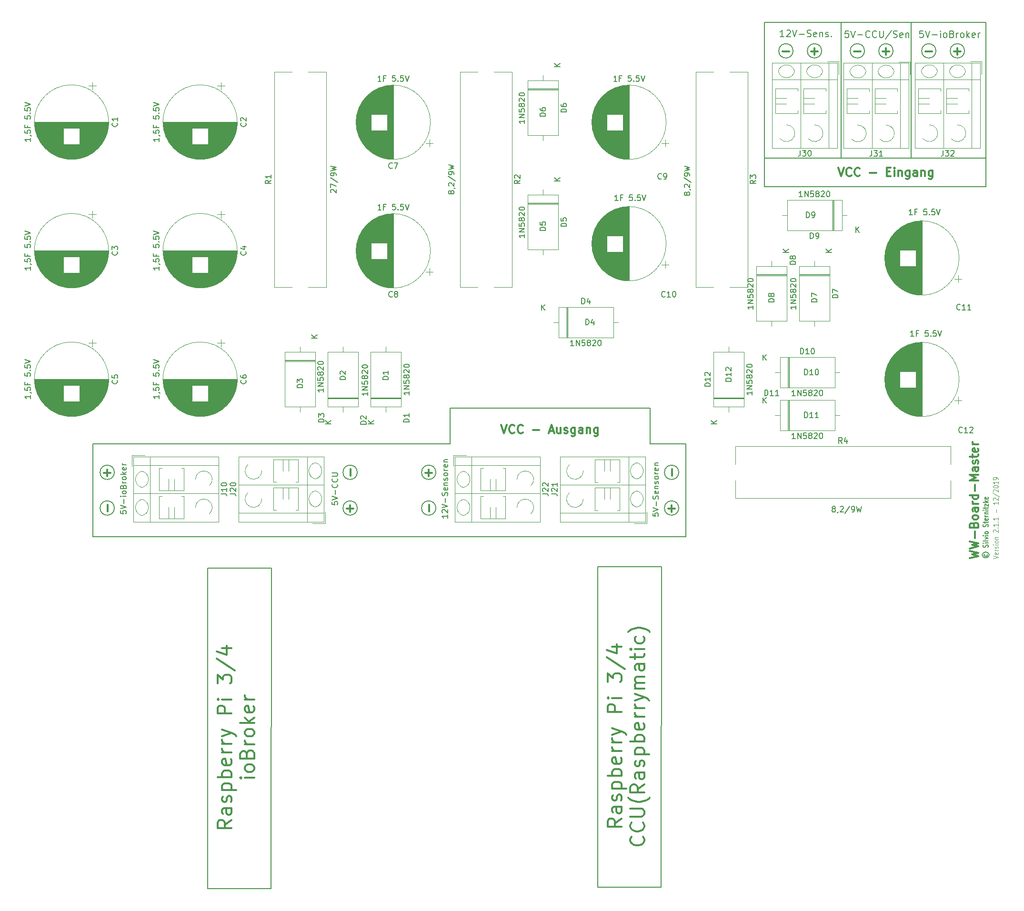
<source format=gbr>
G04 #@! TF.GenerationSoftware,KiCad,Pcbnew,(5.0.2)-1*
G04 #@! TF.CreationDate,2020-01-14T22:42:55+01:00*
G04 #@! TF.ProjectId,WW-Board-Master V2,57572d42-6f61-4726-942d-4d6173746572,rev?*
G04 #@! TF.SameCoordinates,Original*
G04 #@! TF.FileFunction,Legend,Top*
G04 #@! TF.FilePolarity,Positive*
%FSLAX46Y46*%
G04 Gerber Fmt 4.6, Leading zero omitted, Abs format (unit mm)*
G04 Created by KiCad (PCBNEW (5.0.2)-1) date 14.01.2020 22:42:55*
%MOMM*%
%LPD*%
G01*
G04 APERTURE LIST*
%ADD10C,0.200000*%
%ADD11C,0.300000*%
%ADD12C,0.120000*%
%ADD13C,0.150000*%
G04 APERTURE END LIST*
D10*
X163322000Y-39370000D02*
X189230000Y-39370000D01*
X175895000Y-39370000D02*
X163322000Y-39370000D01*
X175895000Y-15240000D02*
X175895000Y-39370000D01*
X163449000Y-39370000D02*
X149860000Y-39370000D01*
X163449000Y-15240000D02*
X163449000Y-39370000D01*
D11*
X186351577Y-110506021D02*
X187851577Y-110148878D01*
X186780148Y-109863164D01*
X187851577Y-109577449D01*
X186351577Y-109220307D01*
X186351577Y-108791735D02*
X187851577Y-108434592D01*
X186780148Y-108148878D01*
X187851577Y-107863164D01*
X186351577Y-107506021D01*
X187280148Y-106934592D02*
X187280148Y-105791735D01*
X187065863Y-104577449D02*
X187137291Y-104363164D01*
X187208720Y-104291735D01*
X187351577Y-104220307D01*
X187565863Y-104220307D01*
X187708720Y-104291735D01*
X187780148Y-104363164D01*
X187851577Y-104506021D01*
X187851577Y-105077449D01*
X186351577Y-105077449D01*
X186351577Y-104577449D01*
X186423006Y-104434592D01*
X186494434Y-104363164D01*
X186637291Y-104291735D01*
X186780148Y-104291735D01*
X186923006Y-104363164D01*
X186994434Y-104434592D01*
X187065863Y-104577449D01*
X187065863Y-105077449D01*
X187851577Y-103363164D02*
X187780148Y-103506021D01*
X187708720Y-103577449D01*
X187565863Y-103648878D01*
X187137291Y-103648878D01*
X186994434Y-103577449D01*
X186923006Y-103506021D01*
X186851577Y-103363164D01*
X186851577Y-103148878D01*
X186923006Y-103006021D01*
X186994434Y-102934592D01*
X187137291Y-102863164D01*
X187565863Y-102863164D01*
X187708720Y-102934592D01*
X187780148Y-103006021D01*
X187851577Y-103148878D01*
X187851577Y-103363164D01*
X187851577Y-101577449D02*
X187065863Y-101577449D01*
X186923006Y-101648878D01*
X186851577Y-101791735D01*
X186851577Y-102077449D01*
X186923006Y-102220307D01*
X187780148Y-101577449D02*
X187851577Y-101720307D01*
X187851577Y-102077449D01*
X187780148Y-102220307D01*
X187637291Y-102291735D01*
X187494434Y-102291735D01*
X187351577Y-102220307D01*
X187280148Y-102077449D01*
X187280148Y-101720307D01*
X187208720Y-101577449D01*
X187851577Y-100863164D02*
X186851577Y-100863164D01*
X187137291Y-100863164D02*
X186994434Y-100791735D01*
X186923006Y-100720307D01*
X186851577Y-100577449D01*
X186851577Y-100434592D01*
X187851577Y-99291735D02*
X186351577Y-99291735D01*
X187780148Y-99291735D02*
X187851577Y-99434592D01*
X187851577Y-99720307D01*
X187780148Y-99863164D01*
X187708720Y-99934592D01*
X187565863Y-100006021D01*
X187137291Y-100006021D01*
X186994434Y-99934592D01*
X186923006Y-99863164D01*
X186851577Y-99720307D01*
X186851577Y-99434592D01*
X186923006Y-99291735D01*
X187280148Y-98577449D02*
X187280148Y-97434592D01*
X187851577Y-96720307D02*
X186351577Y-96720307D01*
X187423006Y-96220307D01*
X186351577Y-95720307D01*
X187851577Y-95720307D01*
X187851577Y-94363164D02*
X187065863Y-94363164D01*
X186923006Y-94434592D01*
X186851577Y-94577449D01*
X186851577Y-94863164D01*
X186923006Y-95006021D01*
X187780148Y-94363164D02*
X187851577Y-94506021D01*
X187851577Y-94863164D01*
X187780148Y-95006021D01*
X187637291Y-95077449D01*
X187494434Y-95077449D01*
X187351577Y-95006021D01*
X187280148Y-94863164D01*
X187280148Y-94506021D01*
X187208720Y-94363164D01*
X187780148Y-93720307D02*
X187851577Y-93577449D01*
X187851577Y-93291735D01*
X187780148Y-93148878D01*
X187637291Y-93077449D01*
X187565863Y-93077449D01*
X187423006Y-93148878D01*
X187351577Y-93291735D01*
X187351577Y-93506021D01*
X187280148Y-93648878D01*
X187137291Y-93720307D01*
X187065863Y-93720307D01*
X186923006Y-93648878D01*
X186851577Y-93506021D01*
X186851577Y-93291735D01*
X186923006Y-93148878D01*
X186851577Y-92648878D02*
X186851577Y-92077449D01*
X186351577Y-92434592D02*
X187637291Y-92434592D01*
X187780148Y-92363164D01*
X187851577Y-92220307D01*
X187851577Y-92077449D01*
X187780148Y-91006021D02*
X187851577Y-91148878D01*
X187851577Y-91434592D01*
X187780148Y-91577449D01*
X187637291Y-91648878D01*
X187065863Y-91648878D01*
X186923006Y-91577449D01*
X186851577Y-91434592D01*
X186851577Y-91148878D01*
X186923006Y-91006021D01*
X187065863Y-90934592D01*
X187208720Y-90934592D01*
X187351577Y-91648878D01*
X187851577Y-90291735D02*
X186851577Y-90291735D01*
X187137291Y-90291735D02*
X186994434Y-90220307D01*
X186923006Y-90148878D01*
X186851577Y-90006021D01*
X186851577Y-89863164D01*
X103045714Y-86808571D02*
X103545714Y-88308571D01*
X104045714Y-86808571D01*
X105402857Y-88165714D02*
X105331428Y-88237142D01*
X105117142Y-88308571D01*
X104974285Y-88308571D01*
X104759999Y-88237142D01*
X104617142Y-88094285D01*
X104545714Y-87951428D01*
X104474285Y-87665714D01*
X104474285Y-87451428D01*
X104545714Y-87165714D01*
X104617142Y-87022857D01*
X104759999Y-86880000D01*
X104974285Y-86808571D01*
X105117142Y-86808571D01*
X105331428Y-86880000D01*
X105402857Y-86951428D01*
X106902857Y-88165714D02*
X106831428Y-88237142D01*
X106617142Y-88308571D01*
X106474285Y-88308571D01*
X106259999Y-88237142D01*
X106117142Y-88094285D01*
X106045714Y-87951428D01*
X105974285Y-87665714D01*
X105974285Y-87451428D01*
X106045714Y-87165714D01*
X106117142Y-87022857D01*
X106259999Y-86880000D01*
X106474285Y-86808571D01*
X106617142Y-86808571D01*
X106831428Y-86880000D01*
X106902857Y-86951428D01*
X108688571Y-87737142D02*
X109831428Y-87737142D01*
X111617142Y-87880000D02*
X112331428Y-87880000D01*
X111474285Y-88308571D02*
X111974285Y-86808571D01*
X112474285Y-88308571D01*
X113617142Y-87308571D02*
X113617142Y-88308571D01*
X112974285Y-87308571D02*
X112974285Y-88094285D01*
X113045714Y-88237142D01*
X113188571Y-88308571D01*
X113402857Y-88308571D01*
X113545714Y-88237142D01*
X113617142Y-88165714D01*
X114259999Y-88237142D02*
X114402857Y-88308571D01*
X114688571Y-88308571D01*
X114831428Y-88237142D01*
X114902857Y-88094285D01*
X114902857Y-88022857D01*
X114831428Y-87880000D01*
X114688571Y-87808571D01*
X114474285Y-87808571D01*
X114331428Y-87737142D01*
X114259999Y-87594285D01*
X114259999Y-87522857D01*
X114331428Y-87380000D01*
X114474285Y-87308571D01*
X114688571Y-87308571D01*
X114831428Y-87380000D01*
X116188571Y-87308571D02*
X116188571Y-88522857D01*
X116117142Y-88665714D01*
X116045714Y-88737142D01*
X115902857Y-88808571D01*
X115688571Y-88808571D01*
X115545714Y-88737142D01*
X116188571Y-88237142D02*
X116045714Y-88308571D01*
X115759999Y-88308571D01*
X115617142Y-88237142D01*
X115545714Y-88165714D01*
X115474285Y-88022857D01*
X115474285Y-87594285D01*
X115545714Y-87451428D01*
X115617142Y-87380000D01*
X115759999Y-87308571D01*
X116045714Y-87308571D01*
X116188571Y-87380000D01*
X117545714Y-88308571D02*
X117545714Y-87522857D01*
X117474285Y-87380000D01*
X117331428Y-87308571D01*
X117045714Y-87308571D01*
X116902857Y-87380000D01*
X117545714Y-88237142D02*
X117402857Y-88308571D01*
X117045714Y-88308571D01*
X116902857Y-88237142D01*
X116831428Y-88094285D01*
X116831428Y-87951428D01*
X116902857Y-87808571D01*
X117045714Y-87737142D01*
X117402857Y-87737142D01*
X117545714Y-87665714D01*
X118259999Y-87308571D02*
X118259999Y-88308571D01*
X118259999Y-87451428D02*
X118331428Y-87380000D01*
X118474285Y-87308571D01*
X118688571Y-87308571D01*
X118831428Y-87380000D01*
X118902857Y-87522857D01*
X118902857Y-88308571D01*
X120259999Y-87308571D02*
X120259999Y-88522857D01*
X120188571Y-88665714D01*
X120117142Y-88737142D01*
X119974285Y-88808571D01*
X119759999Y-88808571D01*
X119617142Y-88737142D01*
X120259999Y-88237142D02*
X120117142Y-88308571D01*
X119831428Y-88308571D01*
X119688571Y-88237142D01*
X119617142Y-88165714D01*
X119545714Y-88022857D01*
X119545714Y-87594285D01*
X119617142Y-87451428D01*
X119688571Y-87380000D01*
X119831428Y-87308571D01*
X120117142Y-87308571D01*
X120259999Y-87380000D01*
D10*
X93980000Y-90170000D02*
X30480000Y-90170000D01*
X93980000Y-83820000D02*
X93980000Y-90170000D01*
X129540000Y-83820000D02*
X93980000Y-83820000D01*
X129540000Y-90170000D02*
X129540000Y-83820000D01*
X135890000Y-90170000D02*
X129540000Y-90170000D01*
X135890000Y-106680000D02*
X135890000Y-90170000D01*
X30480000Y-106680000D02*
X135890000Y-106680000D01*
X30480000Y-90170000D02*
X30480000Y-106680000D01*
X189230000Y-15240000D02*
X149860000Y-15240000D01*
X189230000Y-44450000D02*
X189230000Y-15240000D01*
X149860000Y-44450000D02*
X189230000Y-44450000D01*
X149860000Y-15240000D02*
X149860000Y-44450000D01*
D11*
X162950000Y-41088571D02*
X163450000Y-42588571D01*
X163950000Y-41088571D01*
X165307142Y-42445714D02*
X165235714Y-42517142D01*
X165021428Y-42588571D01*
X164878571Y-42588571D01*
X164664285Y-42517142D01*
X164521428Y-42374285D01*
X164450000Y-42231428D01*
X164378571Y-41945714D01*
X164378571Y-41731428D01*
X164450000Y-41445714D01*
X164521428Y-41302857D01*
X164664285Y-41160000D01*
X164878571Y-41088571D01*
X165021428Y-41088571D01*
X165235714Y-41160000D01*
X165307142Y-41231428D01*
X166807142Y-42445714D02*
X166735714Y-42517142D01*
X166521428Y-42588571D01*
X166378571Y-42588571D01*
X166164285Y-42517142D01*
X166021428Y-42374285D01*
X165950000Y-42231428D01*
X165878571Y-41945714D01*
X165878571Y-41731428D01*
X165950000Y-41445714D01*
X166021428Y-41302857D01*
X166164285Y-41160000D01*
X166378571Y-41088571D01*
X166521428Y-41088571D01*
X166735714Y-41160000D01*
X166807142Y-41231428D01*
X168592857Y-42017142D02*
X169735714Y-42017142D01*
X171592857Y-41802857D02*
X172092857Y-41802857D01*
X172307142Y-42588571D02*
X171592857Y-42588571D01*
X171592857Y-41088571D01*
X172307142Y-41088571D01*
X172950000Y-42588571D02*
X172950000Y-41588571D01*
X172950000Y-41088571D02*
X172878571Y-41160000D01*
X172950000Y-41231428D01*
X173021428Y-41160000D01*
X172950000Y-41088571D01*
X172950000Y-41231428D01*
X173664285Y-41588571D02*
X173664285Y-42588571D01*
X173664285Y-41731428D02*
X173735714Y-41660000D01*
X173878571Y-41588571D01*
X174092857Y-41588571D01*
X174235714Y-41660000D01*
X174307142Y-41802857D01*
X174307142Y-42588571D01*
X175664285Y-41588571D02*
X175664285Y-42802857D01*
X175592857Y-42945714D01*
X175521428Y-43017142D01*
X175378571Y-43088571D01*
X175164285Y-43088571D01*
X175021428Y-43017142D01*
X175664285Y-42517142D02*
X175521428Y-42588571D01*
X175235714Y-42588571D01*
X175092857Y-42517142D01*
X175021428Y-42445714D01*
X174950000Y-42302857D01*
X174950000Y-41874285D01*
X175021428Y-41731428D01*
X175092857Y-41660000D01*
X175235714Y-41588571D01*
X175521428Y-41588571D01*
X175664285Y-41660000D01*
X177021428Y-42588571D02*
X177021428Y-41802857D01*
X176950000Y-41660000D01*
X176807142Y-41588571D01*
X176521428Y-41588571D01*
X176378571Y-41660000D01*
X177021428Y-42517142D02*
X176878571Y-42588571D01*
X176521428Y-42588571D01*
X176378571Y-42517142D01*
X176307142Y-42374285D01*
X176307142Y-42231428D01*
X176378571Y-42088571D01*
X176521428Y-42017142D01*
X176878571Y-42017142D01*
X177021428Y-41945714D01*
X177735714Y-41588571D02*
X177735714Y-42588571D01*
X177735714Y-41731428D02*
X177807142Y-41660000D01*
X177950000Y-41588571D01*
X178164285Y-41588571D01*
X178307142Y-41660000D01*
X178378571Y-41802857D01*
X178378571Y-42588571D01*
X179735714Y-41588571D02*
X179735714Y-42802857D01*
X179664285Y-42945714D01*
X179592857Y-43017142D01*
X179450000Y-43088571D01*
X179235714Y-43088571D01*
X179092857Y-43017142D01*
X179735714Y-42517142D02*
X179592857Y-42588571D01*
X179307142Y-42588571D01*
X179164285Y-42517142D01*
X179092857Y-42445714D01*
X179021428Y-42302857D01*
X179021428Y-41874285D01*
X179092857Y-41731428D01*
X179164285Y-41660000D01*
X179307142Y-41588571D01*
X179592857Y-41588571D01*
X179735714Y-41660000D01*
D10*
X185420000Y-20320000D02*
G75*
G03X185420000Y-20320000I-1270000J0D01*
G01*
D11*
X183578571Y-20427142D02*
X184721428Y-20427142D01*
X184150000Y-20998571D02*
X184150000Y-19855714D01*
D10*
X172720000Y-20320000D02*
G75*
G03X172720000Y-20320000I-1270000J0D01*
G01*
D11*
X170878571Y-20427142D02*
X172021428Y-20427142D01*
X171450000Y-20998571D02*
X171450000Y-19855714D01*
D10*
X180340000Y-20320000D02*
G75*
G03X180340000Y-20320000I-1270000J0D01*
G01*
D11*
X178498571Y-20427142D02*
X179641428Y-20427142D01*
D10*
X167640000Y-20320000D02*
G75*
G03X167640000Y-20320000I-1270000J0D01*
G01*
D11*
X165798571Y-20427142D02*
X166941428Y-20427142D01*
X153098571Y-20427142D02*
X154241428Y-20427142D01*
X158178571Y-20427142D02*
X159321428Y-20427142D01*
X158750000Y-20998571D02*
X158750000Y-19855714D01*
D10*
X154940000Y-20320000D02*
G75*
G03X154940000Y-20320000I-1270000J0D01*
G01*
X160020000Y-20320000D02*
G75*
G03X160020000Y-20320000I-1270000J0D01*
G01*
D11*
X33127142Y-102171428D02*
X33127142Y-101028571D01*
X32448571Y-95357142D02*
X33591428Y-95357142D01*
X33020000Y-95928571D02*
X33020000Y-94785714D01*
D10*
X34290000Y-101600000D02*
G75*
G03X34290000Y-101600000I-1270000J0D01*
G01*
X34290000Y-95250000D02*
G75*
G03X34290000Y-95250000I-1270000J0D01*
G01*
D11*
X89598571Y-95357142D02*
X90741428Y-95357142D01*
X90170000Y-95928571D02*
X90170000Y-94785714D01*
X90277142Y-102171428D02*
X90277142Y-101028571D01*
D10*
X91440000Y-101600000D02*
G75*
G03X91440000Y-101600000I-1270000J0D01*
G01*
X91440000Y-95250000D02*
G75*
G03X91440000Y-95250000I-1270000J0D01*
G01*
D11*
X76307142Y-95821428D02*
X76307142Y-94678571D01*
X75628571Y-101707142D02*
X76771428Y-101707142D01*
X76200000Y-102278571D02*
X76200000Y-101135714D01*
D10*
X77470000Y-95250000D02*
G75*
G03X77470000Y-95250000I-1270000J0D01*
G01*
X77470000Y-101600000D02*
G75*
G03X77470000Y-101600000I-1270000J0D01*
G01*
D11*
X133457142Y-95821428D02*
X133457142Y-94678571D01*
D10*
X134620000Y-95250000D02*
G75*
G03X134620000Y-95250000I-1270000J0D01*
G01*
D11*
X132778571Y-101707142D02*
X133921428Y-101707142D01*
X133350000Y-102278571D02*
X133350000Y-101135714D01*
D10*
X134620000Y-101600000D02*
G75*
G03X134620000Y-101600000I-1270000J0D01*
G01*
D11*
X124454952Y-156819357D02*
X123264476Y-157652690D01*
X124454952Y-158247928D02*
X121954952Y-158247928D01*
X121954952Y-157295547D01*
X122074000Y-157057452D01*
X122193047Y-156938404D01*
X122431142Y-156819357D01*
X122788285Y-156819357D01*
X123026380Y-156938404D01*
X123145428Y-157057452D01*
X123264476Y-157295547D01*
X123264476Y-158247928D01*
X124454952Y-154676500D02*
X123145428Y-154676500D01*
X122907333Y-154795547D01*
X122788285Y-155033642D01*
X122788285Y-155509833D01*
X122907333Y-155747928D01*
X124335904Y-154676500D02*
X124454952Y-154914595D01*
X124454952Y-155509833D01*
X124335904Y-155747928D01*
X124097809Y-155866976D01*
X123859714Y-155866976D01*
X123621619Y-155747928D01*
X123502571Y-155509833D01*
X123502571Y-154914595D01*
X123383523Y-154676500D01*
X124335904Y-153605071D02*
X124454952Y-153366976D01*
X124454952Y-152890785D01*
X124335904Y-152652690D01*
X124097809Y-152533642D01*
X123978761Y-152533642D01*
X123740666Y-152652690D01*
X123621619Y-152890785D01*
X123621619Y-153247928D01*
X123502571Y-153486023D01*
X123264476Y-153605071D01*
X123145428Y-153605071D01*
X122907333Y-153486023D01*
X122788285Y-153247928D01*
X122788285Y-152890785D01*
X122907333Y-152652690D01*
X122788285Y-151462214D02*
X125288285Y-151462214D01*
X122907333Y-151462214D02*
X122788285Y-151224119D01*
X122788285Y-150747928D01*
X122907333Y-150509833D01*
X123026380Y-150390785D01*
X123264476Y-150271738D01*
X123978761Y-150271738D01*
X124216857Y-150390785D01*
X124335904Y-150509833D01*
X124454952Y-150747928D01*
X124454952Y-151224119D01*
X124335904Y-151462214D01*
X124454952Y-149200309D02*
X121954952Y-149200309D01*
X122907333Y-149200309D02*
X122788285Y-148962214D01*
X122788285Y-148486023D01*
X122907333Y-148247928D01*
X123026380Y-148128880D01*
X123264476Y-148009833D01*
X123978761Y-148009833D01*
X124216857Y-148128880D01*
X124335904Y-148247928D01*
X124454952Y-148486023D01*
X124454952Y-148962214D01*
X124335904Y-149200309D01*
X124335904Y-145986023D02*
X124454952Y-146224119D01*
X124454952Y-146700309D01*
X124335904Y-146938404D01*
X124097809Y-147057452D01*
X123145428Y-147057452D01*
X122907333Y-146938404D01*
X122788285Y-146700309D01*
X122788285Y-146224119D01*
X122907333Y-145986023D01*
X123145428Y-145866976D01*
X123383523Y-145866976D01*
X123621619Y-147057452D01*
X124454952Y-144795547D02*
X122788285Y-144795547D01*
X123264476Y-144795547D02*
X123026380Y-144676500D01*
X122907333Y-144557452D01*
X122788285Y-144319357D01*
X122788285Y-144081261D01*
X124454952Y-143247928D02*
X122788285Y-143247928D01*
X123264476Y-143247928D02*
X123026380Y-143128880D01*
X122907333Y-143009833D01*
X122788285Y-142771738D01*
X122788285Y-142533642D01*
X122788285Y-141938404D02*
X124454952Y-141343166D01*
X122788285Y-140747928D02*
X124454952Y-141343166D01*
X125050190Y-141581261D01*
X125169238Y-141700309D01*
X125288285Y-141938404D01*
X124454952Y-137890785D02*
X121954952Y-137890785D01*
X121954952Y-136938404D01*
X122074000Y-136700309D01*
X122193047Y-136581261D01*
X122431142Y-136462214D01*
X122788285Y-136462214D01*
X123026380Y-136581261D01*
X123145428Y-136700309D01*
X123264476Y-136938404D01*
X123264476Y-137890785D01*
X124454952Y-135390785D02*
X122788285Y-135390785D01*
X121954952Y-135390785D02*
X122074000Y-135509833D01*
X122193047Y-135390785D01*
X122074000Y-135271738D01*
X121954952Y-135390785D01*
X122193047Y-135390785D01*
X121954952Y-132533642D02*
X121954952Y-130986023D01*
X122907333Y-131819357D01*
X122907333Y-131462214D01*
X123026380Y-131224119D01*
X123145428Y-131105071D01*
X123383523Y-130986023D01*
X123978761Y-130986023D01*
X124216857Y-131105071D01*
X124335904Y-131224119D01*
X124454952Y-131462214D01*
X124454952Y-132176500D01*
X124335904Y-132414595D01*
X124216857Y-132533642D01*
X121835904Y-128128880D02*
X125050190Y-130271738D01*
X122788285Y-126224119D02*
X124454952Y-126224119D01*
X121835904Y-126819357D02*
X123621619Y-127414595D01*
X123621619Y-125866976D01*
X128266857Y-160033642D02*
X128385904Y-160152690D01*
X128504952Y-160509833D01*
X128504952Y-160747928D01*
X128385904Y-161105071D01*
X128147809Y-161343166D01*
X127909714Y-161462214D01*
X127433523Y-161581261D01*
X127076380Y-161581261D01*
X126600190Y-161462214D01*
X126362095Y-161343166D01*
X126124000Y-161105071D01*
X126004952Y-160747928D01*
X126004952Y-160509833D01*
X126124000Y-160152690D01*
X126243047Y-160033642D01*
X128266857Y-157533642D02*
X128385904Y-157652690D01*
X128504952Y-158009833D01*
X128504952Y-158247928D01*
X128385904Y-158605071D01*
X128147809Y-158843166D01*
X127909714Y-158962214D01*
X127433523Y-159081261D01*
X127076380Y-159081261D01*
X126600190Y-158962214D01*
X126362095Y-158843166D01*
X126124000Y-158605071D01*
X126004952Y-158247928D01*
X126004952Y-158009833D01*
X126124000Y-157652690D01*
X126243047Y-157533642D01*
X126004952Y-156462214D02*
X128028761Y-156462214D01*
X128266857Y-156343166D01*
X128385904Y-156224119D01*
X128504952Y-155986023D01*
X128504952Y-155509833D01*
X128385904Y-155271738D01*
X128266857Y-155152690D01*
X128028761Y-155033642D01*
X126004952Y-155033642D01*
X129457333Y-153128880D02*
X129338285Y-153247928D01*
X128981142Y-153486023D01*
X128743047Y-153605071D01*
X128385904Y-153724119D01*
X127790666Y-153843166D01*
X127314476Y-153843166D01*
X126719238Y-153724119D01*
X126362095Y-153605071D01*
X126124000Y-153486023D01*
X125766857Y-153247928D01*
X125647809Y-153128880D01*
X128504952Y-150747928D02*
X127314476Y-151581261D01*
X128504952Y-152176500D02*
X126004952Y-152176500D01*
X126004952Y-151224119D01*
X126124000Y-150986023D01*
X126243047Y-150866976D01*
X126481142Y-150747928D01*
X126838285Y-150747928D01*
X127076380Y-150866976D01*
X127195428Y-150986023D01*
X127314476Y-151224119D01*
X127314476Y-152176500D01*
X128504952Y-148605071D02*
X127195428Y-148605071D01*
X126957333Y-148724119D01*
X126838285Y-148962214D01*
X126838285Y-149438404D01*
X126957333Y-149676500D01*
X128385904Y-148605071D02*
X128504952Y-148843166D01*
X128504952Y-149438404D01*
X128385904Y-149676500D01*
X128147809Y-149795547D01*
X127909714Y-149795547D01*
X127671619Y-149676500D01*
X127552571Y-149438404D01*
X127552571Y-148843166D01*
X127433523Y-148605071D01*
X128385904Y-147533642D02*
X128504952Y-147295547D01*
X128504952Y-146819357D01*
X128385904Y-146581261D01*
X128147809Y-146462214D01*
X128028761Y-146462214D01*
X127790666Y-146581261D01*
X127671619Y-146819357D01*
X127671619Y-147176500D01*
X127552571Y-147414595D01*
X127314476Y-147533642D01*
X127195428Y-147533642D01*
X126957333Y-147414595D01*
X126838285Y-147176500D01*
X126838285Y-146819357D01*
X126957333Y-146581261D01*
X126838285Y-145390785D02*
X129338285Y-145390785D01*
X126957333Y-145390785D02*
X126838285Y-145152690D01*
X126838285Y-144676500D01*
X126957333Y-144438404D01*
X127076380Y-144319357D01*
X127314476Y-144200309D01*
X128028761Y-144200309D01*
X128266857Y-144319357D01*
X128385904Y-144438404D01*
X128504952Y-144676500D01*
X128504952Y-145152690D01*
X128385904Y-145390785D01*
X128504952Y-143128880D02*
X126004952Y-143128880D01*
X126957333Y-143128880D02*
X126838285Y-142890785D01*
X126838285Y-142414595D01*
X126957333Y-142176500D01*
X127076380Y-142057452D01*
X127314476Y-141938404D01*
X128028761Y-141938404D01*
X128266857Y-142057452D01*
X128385904Y-142176500D01*
X128504952Y-142414595D01*
X128504952Y-142890785D01*
X128385904Y-143128880D01*
X128385904Y-139914595D02*
X128504952Y-140152690D01*
X128504952Y-140628880D01*
X128385904Y-140866976D01*
X128147809Y-140986023D01*
X127195428Y-140986023D01*
X126957333Y-140866976D01*
X126838285Y-140628880D01*
X126838285Y-140152690D01*
X126957333Y-139914595D01*
X127195428Y-139795547D01*
X127433523Y-139795547D01*
X127671619Y-140986023D01*
X128504952Y-138724119D02*
X126838285Y-138724119D01*
X127314476Y-138724119D02*
X127076380Y-138605071D01*
X126957333Y-138486023D01*
X126838285Y-138247928D01*
X126838285Y-138009833D01*
X128504952Y-137176500D02*
X126838285Y-137176500D01*
X127314476Y-137176500D02*
X127076380Y-137057452D01*
X126957333Y-136938404D01*
X126838285Y-136700309D01*
X126838285Y-136462214D01*
X126838285Y-135866976D02*
X128504952Y-135271738D01*
X126838285Y-134676500D02*
X128504952Y-135271738D01*
X129100190Y-135509833D01*
X129219238Y-135628880D01*
X129338285Y-135866976D01*
X128504952Y-133724119D02*
X126838285Y-133724119D01*
X127076380Y-133724119D02*
X126957333Y-133605071D01*
X126838285Y-133366976D01*
X126838285Y-133009833D01*
X126957333Y-132771738D01*
X127195428Y-132652690D01*
X128504952Y-132652690D01*
X127195428Y-132652690D02*
X126957333Y-132533642D01*
X126838285Y-132295547D01*
X126838285Y-131938404D01*
X126957333Y-131700309D01*
X127195428Y-131581261D01*
X128504952Y-131581261D01*
X128504952Y-129319357D02*
X127195428Y-129319357D01*
X126957333Y-129438404D01*
X126838285Y-129676500D01*
X126838285Y-130152690D01*
X126957333Y-130390785D01*
X128385904Y-129319357D02*
X128504952Y-129557452D01*
X128504952Y-130152690D01*
X128385904Y-130390785D01*
X128147809Y-130509833D01*
X127909714Y-130509833D01*
X127671619Y-130390785D01*
X127552571Y-130152690D01*
X127552571Y-129557452D01*
X127433523Y-129319357D01*
X126838285Y-128486023D02*
X126838285Y-127533642D01*
X126004952Y-128128880D02*
X128147809Y-128128880D01*
X128385904Y-128009833D01*
X128504952Y-127771738D01*
X128504952Y-127533642D01*
X128504952Y-126700309D02*
X126838285Y-126700309D01*
X126004952Y-126700309D02*
X126124000Y-126819357D01*
X126243047Y-126700309D01*
X126124000Y-126581261D01*
X126004952Y-126700309D01*
X126243047Y-126700309D01*
X128385904Y-124438404D02*
X128504952Y-124676500D01*
X128504952Y-125152690D01*
X128385904Y-125390785D01*
X128266857Y-125509833D01*
X128028761Y-125628880D01*
X127314476Y-125628880D01*
X127076380Y-125509833D01*
X126957333Y-125390785D01*
X126838285Y-125152690D01*
X126838285Y-124676500D01*
X126957333Y-124438404D01*
X129457333Y-123605071D02*
X129338285Y-123486023D01*
X128981142Y-123247928D01*
X128743047Y-123128880D01*
X128385904Y-123009833D01*
X127790666Y-122890785D01*
X127314476Y-122890785D01*
X126719238Y-123009833D01*
X126362095Y-123128880D01*
X126124000Y-123247928D01*
X125766857Y-123486023D01*
X125647809Y-123605071D01*
D10*
X120205500Y-169037000D02*
X131508500Y-169037000D01*
X120269000Y-112014000D02*
X120205500Y-112014000D01*
X131508500Y-169037000D02*
X131572000Y-112014000D01*
X120205500Y-116205000D02*
X120205500Y-169037000D01*
X120205500Y-112014000D02*
X120205500Y-116205000D01*
X131572000Y-112014000D02*
X120269000Y-112014000D01*
X50863500Y-112268000D02*
X50863500Y-116459000D01*
X50927000Y-112268000D02*
X50863500Y-112268000D01*
X62230000Y-112268000D02*
X50927000Y-112268000D01*
X62166500Y-169291000D02*
X62230000Y-112268000D01*
X50863500Y-169291000D02*
X62166500Y-169291000D01*
X50863500Y-116459000D02*
X50863500Y-169291000D01*
D11*
X55112952Y-157073357D02*
X53922476Y-157906690D01*
X55112952Y-158501928D02*
X52612952Y-158501928D01*
X52612952Y-157549547D01*
X52732000Y-157311452D01*
X52851047Y-157192404D01*
X53089142Y-157073357D01*
X53446285Y-157073357D01*
X53684380Y-157192404D01*
X53803428Y-157311452D01*
X53922476Y-157549547D01*
X53922476Y-158501928D01*
X55112952Y-154930500D02*
X53803428Y-154930500D01*
X53565333Y-155049547D01*
X53446285Y-155287642D01*
X53446285Y-155763833D01*
X53565333Y-156001928D01*
X54993904Y-154930500D02*
X55112952Y-155168595D01*
X55112952Y-155763833D01*
X54993904Y-156001928D01*
X54755809Y-156120976D01*
X54517714Y-156120976D01*
X54279619Y-156001928D01*
X54160571Y-155763833D01*
X54160571Y-155168595D01*
X54041523Y-154930500D01*
X54993904Y-153859071D02*
X55112952Y-153620976D01*
X55112952Y-153144785D01*
X54993904Y-152906690D01*
X54755809Y-152787642D01*
X54636761Y-152787642D01*
X54398666Y-152906690D01*
X54279619Y-153144785D01*
X54279619Y-153501928D01*
X54160571Y-153740023D01*
X53922476Y-153859071D01*
X53803428Y-153859071D01*
X53565333Y-153740023D01*
X53446285Y-153501928D01*
X53446285Y-153144785D01*
X53565333Y-152906690D01*
X53446285Y-151716214D02*
X55946285Y-151716214D01*
X53565333Y-151716214D02*
X53446285Y-151478119D01*
X53446285Y-151001928D01*
X53565333Y-150763833D01*
X53684380Y-150644785D01*
X53922476Y-150525738D01*
X54636761Y-150525738D01*
X54874857Y-150644785D01*
X54993904Y-150763833D01*
X55112952Y-151001928D01*
X55112952Y-151478119D01*
X54993904Y-151716214D01*
X55112952Y-149454309D02*
X52612952Y-149454309D01*
X53565333Y-149454309D02*
X53446285Y-149216214D01*
X53446285Y-148740023D01*
X53565333Y-148501928D01*
X53684380Y-148382880D01*
X53922476Y-148263833D01*
X54636761Y-148263833D01*
X54874857Y-148382880D01*
X54993904Y-148501928D01*
X55112952Y-148740023D01*
X55112952Y-149216214D01*
X54993904Y-149454309D01*
X54993904Y-146240023D02*
X55112952Y-146478119D01*
X55112952Y-146954309D01*
X54993904Y-147192404D01*
X54755809Y-147311452D01*
X53803428Y-147311452D01*
X53565333Y-147192404D01*
X53446285Y-146954309D01*
X53446285Y-146478119D01*
X53565333Y-146240023D01*
X53803428Y-146120976D01*
X54041523Y-146120976D01*
X54279619Y-147311452D01*
X55112952Y-145049547D02*
X53446285Y-145049547D01*
X53922476Y-145049547D02*
X53684380Y-144930500D01*
X53565333Y-144811452D01*
X53446285Y-144573357D01*
X53446285Y-144335261D01*
X55112952Y-143501928D02*
X53446285Y-143501928D01*
X53922476Y-143501928D02*
X53684380Y-143382880D01*
X53565333Y-143263833D01*
X53446285Y-143025738D01*
X53446285Y-142787642D01*
X53446285Y-142192404D02*
X55112952Y-141597166D01*
X53446285Y-141001928D02*
X55112952Y-141597166D01*
X55708190Y-141835261D01*
X55827238Y-141954309D01*
X55946285Y-142192404D01*
X55112952Y-138144785D02*
X52612952Y-138144785D01*
X52612952Y-137192404D01*
X52732000Y-136954309D01*
X52851047Y-136835261D01*
X53089142Y-136716214D01*
X53446285Y-136716214D01*
X53684380Y-136835261D01*
X53803428Y-136954309D01*
X53922476Y-137192404D01*
X53922476Y-138144785D01*
X55112952Y-135644785D02*
X53446285Y-135644785D01*
X52612952Y-135644785D02*
X52732000Y-135763833D01*
X52851047Y-135644785D01*
X52732000Y-135525738D01*
X52612952Y-135644785D01*
X52851047Y-135644785D01*
X52612952Y-132787642D02*
X52612952Y-131240023D01*
X53565333Y-132073357D01*
X53565333Y-131716214D01*
X53684380Y-131478119D01*
X53803428Y-131359071D01*
X54041523Y-131240023D01*
X54636761Y-131240023D01*
X54874857Y-131359071D01*
X54993904Y-131478119D01*
X55112952Y-131716214D01*
X55112952Y-132430500D01*
X54993904Y-132668595D01*
X54874857Y-132787642D01*
X52493904Y-128382880D02*
X55708190Y-130525738D01*
X53446285Y-126478119D02*
X55112952Y-126478119D01*
X52493904Y-127073357D02*
X54279619Y-127668595D01*
X54279619Y-126120976D01*
X59162952Y-149573357D02*
X57496285Y-149573357D01*
X56662952Y-149573357D02*
X56782000Y-149692404D01*
X56901047Y-149573357D01*
X56782000Y-149454309D01*
X56662952Y-149573357D01*
X56901047Y-149573357D01*
X59162952Y-148025738D02*
X59043904Y-148263833D01*
X58924857Y-148382880D01*
X58686761Y-148501928D01*
X57972476Y-148501928D01*
X57734380Y-148382880D01*
X57615333Y-148263833D01*
X57496285Y-148025738D01*
X57496285Y-147668595D01*
X57615333Y-147430500D01*
X57734380Y-147311452D01*
X57972476Y-147192404D01*
X58686761Y-147192404D01*
X58924857Y-147311452D01*
X59043904Y-147430500D01*
X59162952Y-147668595D01*
X59162952Y-148025738D01*
X57853428Y-145287642D02*
X57972476Y-144930500D01*
X58091523Y-144811452D01*
X58329619Y-144692404D01*
X58686761Y-144692404D01*
X58924857Y-144811452D01*
X59043904Y-144930500D01*
X59162952Y-145168595D01*
X59162952Y-146120976D01*
X56662952Y-146120976D01*
X56662952Y-145287642D01*
X56782000Y-145049547D01*
X56901047Y-144930500D01*
X57139142Y-144811452D01*
X57377238Y-144811452D01*
X57615333Y-144930500D01*
X57734380Y-145049547D01*
X57853428Y-145287642D01*
X57853428Y-146120976D01*
X59162952Y-143620976D02*
X57496285Y-143620976D01*
X57972476Y-143620976D02*
X57734380Y-143501928D01*
X57615333Y-143382880D01*
X57496285Y-143144785D01*
X57496285Y-142906690D01*
X59162952Y-141716214D02*
X59043904Y-141954309D01*
X58924857Y-142073357D01*
X58686761Y-142192404D01*
X57972476Y-142192404D01*
X57734380Y-142073357D01*
X57615333Y-141954309D01*
X57496285Y-141716214D01*
X57496285Y-141359071D01*
X57615333Y-141120976D01*
X57734380Y-141001928D01*
X57972476Y-140882880D01*
X58686761Y-140882880D01*
X58924857Y-141001928D01*
X59043904Y-141120976D01*
X59162952Y-141359071D01*
X59162952Y-141716214D01*
X59162952Y-139811452D02*
X56662952Y-139811452D01*
X58210571Y-139573357D02*
X59162952Y-138859071D01*
X57496285Y-138859071D02*
X58448666Y-139811452D01*
X59043904Y-136835261D02*
X59162952Y-137073357D01*
X59162952Y-137549547D01*
X59043904Y-137787642D01*
X58805809Y-137906690D01*
X57853428Y-137906690D01*
X57615333Y-137787642D01*
X57496285Y-137549547D01*
X57496285Y-137073357D01*
X57615333Y-136835261D01*
X57853428Y-136716214D01*
X58091523Y-136716214D01*
X58329619Y-137906690D01*
X59162952Y-135644785D02*
X57496285Y-135644785D01*
X57972476Y-135644785D02*
X57734380Y-135525738D01*
X57615333Y-135406690D01*
X57496285Y-135168595D01*
X57496285Y-134930500D01*
D12*
G04 #@! TO.C,C7*
X90294569Y-37385000D02*
X90294569Y-36085000D01*
X90944569Y-36735000D02*
X89644569Y-36735000D01*
X77259000Y-33495000D02*
X77259000Y-32545000D01*
X77299000Y-33870000D02*
X77299000Y-32170000D01*
X77339000Y-34127000D02*
X77339000Y-31913000D01*
X77379000Y-34335000D02*
X77379000Y-31705000D01*
X77419000Y-34514000D02*
X77419000Y-31526000D01*
X77459000Y-34673000D02*
X77459000Y-31367000D01*
X77499000Y-34818000D02*
X77499000Y-31222000D01*
X77539000Y-34951000D02*
X77539000Y-31089000D01*
X77579000Y-35075000D02*
X77579000Y-30965000D01*
X77619000Y-35191000D02*
X77619000Y-30849000D01*
X77659000Y-35301000D02*
X77659000Y-30739000D01*
X77699000Y-35405000D02*
X77699000Y-30635000D01*
X77739000Y-35504000D02*
X77739000Y-30536000D01*
X77779000Y-35599000D02*
X77779000Y-30441000D01*
X77819000Y-35690000D02*
X77819000Y-30350000D01*
X77859000Y-35778000D02*
X77859000Y-30262000D01*
X77899000Y-35862000D02*
X77899000Y-30178000D01*
X77939000Y-35943000D02*
X77939000Y-30097000D01*
X77979000Y-36022000D02*
X77979000Y-30018000D01*
X78019000Y-36098000D02*
X78019000Y-29942000D01*
X78059000Y-36172000D02*
X78059000Y-29868000D01*
X78099000Y-36243000D02*
X78099000Y-29797000D01*
X78139000Y-36313000D02*
X78139000Y-29727000D01*
X78179000Y-36381000D02*
X78179000Y-29659000D01*
X78219000Y-36447000D02*
X78219000Y-29593000D01*
X78259000Y-36511000D02*
X78259000Y-29529000D01*
X78299000Y-36574000D02*
X78299000Y-29466000D01*
X78339000Y-36635000D02*
X78339000Y-29405000D01*
X78379000Y-36695000D02*
X78379000Y-29345000D01*
X78419000Y-36753000D02*
X78419000Y-29287000D01*
X78459000Y-36810000D02*
X78459000Y-29230000D01*
X78499000Y-36866000D02*
X78499000Y-29174000D01*
X78539000Y-36920000D02*
X78539000Y-29120000D01*
X78579000Y-36974000D02*
X78579000Y-29066000D01*
X78619000Y-37026000D02*
X78619000Y-29014000D01*
X78659000Y-37077000D02*
X78659000Y-28963000D01*
X78699000Y-37128000D02*
X78699000Y-28912000D01*
X78739000Y-37177000D02*
X78739000Y-28863000D01*
X78779000Y-37225000D02*
X78779000Y-28815000D01*
X78819000Y-37273000D02*
X78819000Y-28767000D01*
X78859000Y-37319000D02*
X78859000Y-28721000D01*
X78899000Y-37365000D02*
X78899000Y-28675000D01*
X78939000Y-37410000D02*
X78939000Y-28630000D01*
X78979000Y-37454000D02*
X78979000Y-28586000D01*
X79019000Y-37497000D02*
X79019000Y-28543000D01*
X79059000Y-37539000D02*
X79059000Y-28501000D01*
X79099000Y-37581000D02*
X79099000Y-28459000D01*
X79139000Y-37622000D02*
X79139000Y-28418000D01*
X79179000Y-37663000D02*
X79179000Y-28377000D01*
X79219000Y-37702000D02*
X79219000Y-28338000D01*
X79259000Y-37741000D02*
X79259000Y-28299000D01*
X79299000Y-37780000D02*
X79299000Y-28260000D01*
X79339000Y-37817000D02*
X79339000Y-28223000D01*
X79379000Y-37854000D02*
X79379000Y-28186000D01*
X79419000Y-37891000D02*
X79419000Y-28149000D01*
X79459000Y-37927000D02*
X79459000Y-28113000D01*
X79499000Y-37962000D02*
X79499000Y-28078000D01*
X79539000Y-37997000D02*
X79539000Y-28043000D01*
X79579000Y-38031000D02*
X79579000Y-28009000D01*
X79619000Y-38064000D02*
X79619000Y-27976000D01*
X79659000Y-38098000D02*
X79659000Y-27942000D01*
X79699000Y-38130000D02*
X79699000Y-27910000D01*
X79739000Y-38162000D02*
X79739000Y-27878000D01*
X79779000Y-38194000D02*
X79779000Y-27846000D01*
X79819000Y-38225000D02*
X79819000Y-27815000D01*
X79859000Y-38255000D02*
X79859000Y-27785000D01*
X79899000Y-38285000D02*
X79899000Y-27755000D01*
X79939000Y-31580000D02*
X79939000Y-27725000D01*
X79939000Y-38315000D02*
X79939000Y-34460000D01*
X79979000Y-31580000D02*
X79979000Y-27696000D01*
X79979000Y-38344000D02*
X79979000Y-34460000D01*
X80019000Y-31580000D02*
X80019000Y-27667000D01*
X80019000Y-38373000D02*
X80019000Y-34460000D01*
X80059000Y-31580000D02*
X80059000Y-27639000D01*
X80059000Y-38401000D02*
X80059000Y-34460000D01*
X80099000Y-31580000D02*
X80099000Y-27611000D01*
X80099000Y-38429000D02*
X80099000Y-34460000D01*
X80139000Y-31580000D02*
X80139000Y-27584000D01*
X80139000Y-38456000D02*
X80139000Y-34460000D01*
X80179000Y-31580000D02*
X80179000Y-27557000D01*
X80179000Y-38483000D02*
X80179000Y-34460000D01*
X80219000Y-31580000D02*
X80219000Y-27530000D01*
X80219000Y-38510000D02*
X80219000Y-34460000D01*
X80259000Y-31580000D02*
X80259000Y-27504000D01*
X80259000Y-38536000D02*
X80259000Y-34460000D01*
X80299000Y-31580000D02*
X80299000Y-27478000D01*
X80299000Y-38562000D02*
X80299000Y-34460000D01*
X80339000Y-31580000D02*
X80339000Y-27453000D01*
X80339000Y-38587000D02*
X80339000Y-34460000D01*
X80379000Y-31580000D02*
X80379000Y-27428000D01*
X80379000Y-38612000D02*
X80379000Y-34460000D01*
X80419000Y-31580000D02*
X80419000Y-27403000D01*
X80419000Y-38637000D02*
X80419000Y-34460000D01*
X80459000Y-31580000D02*
X80459000Y-27379000D01*
X80459000Y-38661000D02*
X80459000Y-34460000D01*
X80499000Y-31580000D02*
X80499000Y-27356000D01*
X80499000Y-38684000D02*
X80499000Y-34460000D01*
X80539000Y-31580000D02*
X80539000Y-27332000D01*
X80539000Y-38708000D02*
X80539000Y-34460000D01*
X80579000Y-31580000D02*
X80579000Y-27309000D01*
X80579000Y-38731000D02*
X80579000Y-34460000D01*
X80619000Y-31580000D02*
X80619000Y-27287000D01*
X80619000Y-38753000D02*
X80619000Y-34460000D01*
X80659000Y-31580000D02*
X80659000Y-27264000D01*
X80659000Y-38776000D02*
X80659000Y-34460000D01*
X80699000Y-31580000D02*
X80699000Y-27242000D01*
X80699000Y-38798000D02*
X80699000Y-34460000D01*
X80739000Y-31580000D02*
X80739000Y-27221000D01*
X80739000Y-38819000D02*
X80739000Y-34460000D01*
X80779000Y-31580000D02*
X80779000Y-27200000D01*
X80779000Y-38840000D02*
X80779000Y-34460000D01*
X80819000Y-31580000D02*
X80819000Y-27179000D01*
X80819000Y-38861000D02*
X80819000Y-34460000D01*
X80859000Y-31580000D02*
X80859000Y-27158000D01*
X80859000Y-38882000D02*
X80859000Y-34460000D01*
X80899000Y-31580000D02*
X80899000Y-27138000D01*
X80899000Y-38902000D02*
X80899000Y-34460000D01*
X80939000Y-31580000D02*
X80939000Y-27118000D01*
X80939000Y-38922000D02*
X80939000Y-34460000D01*
X80979000Y-31580000D02*
X80979000Y-27099000D01*
X80979000Y-38941000D02*
X80979000Y-34460000D01*
X81019000Y-31580000D02*
X81019000Y-27080000D01*
X81019000Y-38960000D02*
X81019000Y-34460000D01*
X81059000Y-31580000D02*
X81059000Y-27061000D01*
X81059000Y-38979000D02*
X81059000Y-34460000D01*
X81099000Y-31580000D02*
X81099000Y-27042000D01*
X81099000Y-38998000D02*
X81099000Y-34460000D01*
X81139000Y-31580000D02*
X81139000Y-27024000D01*
X81139000Y-39016000D02*
X81139000Y-34460000D01*
X81179000Y-31580000D02*
X81179000Y-27006000D01*
X81179000Y-39034000D02*
X81179000Y-34460000D01*
X81219000Y-31580000D02*
X81219000Y-26989000D01*
X81219000Y-39051000D02*
X81219000Y-34460000D01*
X81259000Y-31580000D02*
X81259000Y-26971000D01*
X81259000Y-39069000D02*
X81259000Y-34460000D01*
X81299000Y-31580000D02*
X81299000Y-26955000D01*
X81299000Y-39085000D02*
X81299000Y-34460000D01*
X81339000Y-31580000D02*
X81339000Y-26938000D01*
X81339000Y-39102000D02*
X81339000Y-34460000D01*
X81379000Y-31580000D02*
X81379000Y-26922000D01*
X81379000Y-39118000D02*
X81379000Y-34460000D01*
X81419000Y-31580000D02*
X81419000Y-26906000D01*
X81419000Y-39134000D02*
X81419000Y-34460000D01*
X81459000Y-31580000D02*
X81459000Y-26890000D01*
X81459000Y-39150000D02*
X81459000Y-34460000D01*
X81499000Y-31580000D02*
X81499000Y-26874000D01*
X81499000Y-39166000D02*
X81499000Y-34460000D01*
X81539000Y-31580000D02*
X81539000Y-26859000D01*
X81539000Y-39181000D02*
X81539000Y-34460000D01*
X81579000Y-31580000D02*
X81579000Y-26845000D01*
X81579000Y-39195000D02*
X81579000Y-34460000D01*
X81619000Y-31580000D02*
X81619000Y-26830000D01*
X81619000Y-39210000D02*
X81619000Y-34460000D01*
X81659000Y-31580000D02*
X81659000Y-26816000D01*
X81659000Y-39224000D02*
X81659000Y-34460000D01*
X81699000Y-31580000D02*
X81699000Y-26802000D01*
X81699000Y-39238000D02*
X81699000Y-34460000D01*
X81739000Y-31580000D02*
X81739000Y-26788000D01*
X81739000Y-39252000D02*
X81739000Y-34460000D01*
X81779000Y-31580000D02*
X81779000Y-26775000D01*
X81779000Y-39265000D02*
X81779000Y-34460000D01*
X81819000Y-31580000D02*
X81819000Y-26762000D01*
X81819000Y-39278000D02*
X81819000Y-34460000D01*
X81859000Y-31580000D02*
X81859000Y-26749000D01*
X81859000Y-39291000D02*
X81859000Y-34460000D01*
X81899000Y-31580000D02*
X81899000Y-26736000D01*
X81899000Y-39304000D02*
X81899000Y-34460000D01*
X81939000Y-31580000D02*
X81939000Y-26724000D01*
X81939000Y-39316000D02*
X81939000Y-34460000D01*
X81979000Y-31580000D02*
X81979000Y-26712000D01*
X81979000Y-39328000D02*
X81979000Y-34460000D01*
X82019000Y-31580000D02*
X82019000Y-26700000D01*
X82019000Y-39340000D02*
X82019000Y-34460000D01*
X82059000Y-31580000D02*
X82059000Y-26689000D01*
X82059000Y-39351000D02*
X82059000Y-34460000D01*
X82099000Y-31580000D02*
X82099000Y-26678000D01*
X82099000Y-39362000D02*
X82099000Y-34460000D01*
X82139000Y-31580000D02*
X82139000Y-26667000D01*
X82139000Y-39373000D02*
X82139000Y-34460000D01*
X82179000Y-31580000D02*
X82179000Y-26656000D01*
X82179000Y-39384000D02*
X82179000Y-34460000D01*
X82219000Y-31580000D02*
X82219000Y-26646000D01*
X82219000Y-39394000D02*
X82219000Y-34460000D01*
X82259000Y-31580000D02*
X82259000Y-26636000D01*
X82259000Y-39404000D02*
X82259000Y-34460000D01*
X82299000Y-31580000D02*
X82299000Y-26626000D01*
X82299000Y-39414000D02*
X82299000Y-34460000D01*
X82339000Y-31580000D02*
X82339000Y-26616000D01*
X82339000Y-39424000D02*
X82339000Y-34460000D01*
X82379000Y-31580000D02*
X82379000Y-26607000D01*
X82379000Y-39433000D02*
X82379000Y-34460000D01*
X82419000Y-31580000D02*
X82419000Y-26598000D01*
X82419000Y-39442000D02*
X82419000Y-34460000D01*
X82459000Y-31580000D02*
X82459000Y-26589000D01*
X82459000Y-39451000D02*
X82459000Y-34460000D01*
X82499000Y-31580000D02*
X82499000Y-26581000D01*
X82499000Y-39459000D02*
X82499000Y-34460000D01*
X82539000Y-31580000D02*
X82539000Y-26572000D01*
X82539000Y-39468000D02*
X82539000Y-34460000D01*
X82579000Y-31580000D02*
X82579000Y-26564000D01*
X82579000Y-39476000D02*
X82579000Y-34460000D01*
X82619000Y-31580000D02*
X82619000Y-26557000D01*
X82619000Y-39483000D02*
X82619000Y-34460000D01*
X82659000Y-31580000D02*
X82659000Y-26549000D01*
X82659000Y-39491000D02*
X82659000Y-34460000D01*
X82699000Y-31580000D02*
X82699000Y-26542000D01*
X82699000Y-39498000D02*
X82699000Y-34460000D01*
X82739000Y-31580000D02*
X82739000Y-26535000D01*
X82739000Y-39505000D02*
X82739000Y-34460000D01*
X82779000Y-31580000D02*
X82779000Y-26528000D01*
X82779000Y-39512000D02*
X82779000Y-34460000D01*
X82819000Y-39518000D02*
X82819000Y-26522000D01*
X82859000Y-39525000D02*
X82859000Y-26515000D01*
X82899000Y-39531000D02*
X82899000Y-26509000D01*
X82939000Y-39536000D02*
X82939000Y-26504000D01*
X82979000Y-39542000D02*
X82979000Y-26498000D01*
X83019000Y-39547000D02*
X83019000Y-26493000D01*
X83059000Y-39552000D02*
X83059000Y-26488000D01*
X83099000Y-39557000D02*
X83099000Y-26483000D01*
X83139000Y-39561000D02*
X83139000Y-26479000D01*
X83180000Y-39565000D02*
X83180000Y-26475000D01*
X83220000Y-39569000D02*
X83220000Y-26471000D01*
X83260000Y-39573000D02*
X83260000Y-26467000D01*
X83300000Y-39577000D02*
X83300000Y-26463000D01*
X83340000Y-39580000D02*
X83340000Y-26460000D01*
X83380000Y-39583000D02*
X83380000Y-26457000D01*
X83420000Y-39586000D02*
X83420000Y-26454000D01*
X83460000Y-39588000D02*
X83460000Y-26452000D01*
X83500000Y-39591000D02*
X83500000Y-26449000D01*
X83540000Y-39593000D02*
X83540000Y-26447000D01*
X83580000Y-39595000D02*
X83580000Y-26445000D01*
X83620000Y-39596000D02*
X83620000Y-26444000D01*
X83660000Y-39597000D02*
X83660000Y-26443000D01*
X83700000Y-39599000D02*
X83700000Y-26441000D01*
X83740000Y-39599000D02*
X83740000Y-26441000D01*
X83780000Y-39600000D02*
X83780000Y-26440000D01*
X83820000Y-39600000D02*
X83820000Y-26440000D01*
X83860000Y-39600000D02*
X83860000Y-26440000D01*
X90480000Y-33020000D02*
G75*
G03X90480000Y-33020000I-6620000J0D01*
G01*
G04 #@! TO.C,C8*
X90480000Y-55880000D02*
G75*
G03X90480000Y-55880000I-6620000J0D01*
G01*
X83860000Y-62460000D02*
X83860000Y-49300000D01*
X83820000Y-62460000D02*
X83820000Y-49300000D01*
X83780000Y-62460000D02*
X83780000Y-49300000D01*
X83740000Y-62459000D02*
X83740000Y-49301000D01*
X83700000Y-62459000D02*
X83700000Y-49301000D01*
X83660000Y-62457000D02*
X83660000Y-49303000D01*
X83620000Y-62456000D02*
X83620000Y-49304000D01*
X83580000Y-62455000D02*
X83580000Y-49305000D01*
X83540000Y-62453000D02*
X83540000Y-49307000D01*
X83500000Y-62451000D02*
X83500000Y-49309000D01*
X83460000Y-62448000D02*
X83460000Y-49312000D01*
X83420000Y-62446000D02*
X83420000Y-49314000D01*
X83380000Y-62443000D02*
X83380000Y-49317000D01*
X83340000Y-62440000D02*
X83340000Y-49320000D01*
X83300000Y-62437000D02*
X83300000Y-49323000D01*
X83260000Y-62433000D02*
X83260000Y-49327000D01*
X83220000Y-62429000D02*
X83220000Y-49331000D01*
X83180000Y-62425000D02*
X83180000Y-49335000D01*
X83139000Y-62421000D02*
X83139000Y-49339000D01*
X83099000Y-62417000D02*
X83099000Y-49343000D01*
X83059000Y-62412000D02*
X83059000Y-49348000D01*
X83019000Y-62407000D02*
X83019000Y-49353000D01*
X82979000Y-62402000D02*
X82979000Y-49358000D01*
X82939000Y-62396000D02*
X82939000Y-49364000D01*
X82899000Y-62391000D02*
X82899000Y-49369000D01*
X82859000Y-62385000D02*
X82859000Y-49375000D01*
X82819000Y-62378000D02*
X82819000Y-49382000D01*
X82779000Y-62372000D02*
X82779000Y-57320000D01*
X82779000Y-54440000D02*
X82779000Y-49388000D01*
X82739000Y-62365000D02*
X82739000Y-57320000D01*
X82739000Y-54440000D02*
X82739000Y-49395000D01*
X82699000Y-62358000D02*
X82699000Y-57320000D01*
X82699000Y-54440000D02*
X82699000Y-49402000D01*
X82659000Y-62351000D02*
X82659000Y-57320000D01*
X82659000Y-54440000D02*
X82659000Y-49409000D01*
X82619000Y-62343000D02*
X82619000Y-57320000D01*
X82619000Y-54440000D02*
X82619000Y-49417000D01*
X82579000Y-62336000D02*
X82579000Y-57320000D01*
X82579000Y-54440000D02*
X82579000Y-49424000D01*
X82539000Y-62328000D02*
X82539000Y-57320000D01*
X82539000Y-54440000D02*
X82539000Y-49432000D01*
X82499000Y-62319000D02*
X82499000Y-57320000D01*
X82499000Y-54440000D02*
X82499000Y-49441000D01*
X82459000Y-62311000D02*
X82459000Y-57320000D01*
X82459000Y-54440000D02*
X82459000Y-49449000D01*
X82419000Y-62302000D02*
X82419000Y-57320000D01*
X82419000Y-54440000D02*
X82419000Y-49458000D01*
X82379000Y-62293000D02*
X82379000Y-57320000D01*
X82379000Y-54440000D02*
X82379000Y-49467000D01*
X82339000Y-62284000D02*
X82339000Y-57320000D01*
X82339000Y-54440000D02*
X82339000Y-49476000D01*
X82299000Y-62274000D02*
X82299000Y-57320000D01*
X82299000Y-54440000D02*
X82299000Y-49486000D01*
X82259000Y-62264000D02*
X82259000Y-57320000D01*
X82259000Y-54440000D02*
X82259000Y-49496000D01*
X82219000Y-62254000D02*
X82219000Y-57320000D01*
X82219000Y-54440000D02*
X82219000Y-49506000D01*
X82179000Y-62244000D02*
X82179000Y-57320000D01*
X82179000Y-54440000D02*
X82179000Y-49516000D01*
X82139000Y-62233000D02*
X82139000Y-57320000D01*
X82139000Y-54440000D02*
X82139000Y-49527000D01*
X82099000Y-62222000D02*
X82099000Y-57320000D01*
X82099000Y-54440000D02*
X82099000Y-49538000D01*
X82059000Y-62211000D02*
X82059000Y-57320000D01*
X82059000Y-54440000D02*
X82059000Y-49549000D01*
X82019000Y-62200000D02*
X82019000Y-57320000D01*
X82019000Y-54440000D02*
X82019000Y-49560000D01*
X81979000Y-62188000D02*
X81979000Y-57320000D01*
X81979000Y-54440000D02*
X81979000Y-49572000D01*
X81939000Y-62176000D02*
X81939000Y-57320000D01*
X81939000Y-54440000D02*
X81939000Y-49584000D01*
X81899000Y-62164000D02*
X81899000Y-57320000D01*
X81899000Y-54440000D02*
X81899000Y-49596000D01*
X81859000Y-62151000D02*
X81859000Y-57320000D01*
X81859000Y-54440000D02*
X81859000Y-49609000D01*
X81819000Y-62138000D02*
X81819000Y-57320000D01*
X81819000Y-54440000D02*
X81819000Y-49622000D01*
X81779000Y-62125000D02*
X81779000Y-57320000D01*
X81779000Y-54440000D02*
X81779000Y-49635000D01*
X81739000Y-62112000D02*
X81739000Y-57320000D01*
X81739000Y-54440000D02*
X81739000Y-49648000D01*
X81699000Y-62098000D02*
X81699000Y-57320000D01*
X81699000Y-54440000D02*
X81699000Y-49662000D01*
X81659000Y-62084000D02*
X81659000Y-57320000D01*
X81659000Y-54440000D02*
X81659000Y-49676000D01*
X81619000Y-62070000D02*
X81619000Y-57320000D01*
X81619000Y-54440000D02*
X81619000Y-49690000D01*
X81579000Y-62055000D02*
X81579000Y-57320000D01*
X81579000Y-54440000D02*
X81579000Y-49705000D01*
X81539000Y-62041000D02*
X81539000Y-57320000D01*
X81539000Y-54440000D02*
X81539000Y-49719000D01*
X81499000Y-62026000D02*
X81499000Y-57320000D01*
X81499000Y-54440000D02*
X81499000Y-49734000D01*
X81459000Y-62010000D02*
X81459000Y-57320000D01*
X81459000Y-54440000D02*
X81459000Y-49750000D01*
X81419000Y-61994000D02*
X81419000Y-57320000D01*
X81419000Y-54440000D02*
X81419000Y-49766000D01*
X81379000Y-61978000D02*
X81379000Y-57320000D01*
X81379000Y-54440000D02*
X81379000Y-49782000D01*
X81339000Y-61962000D02*
X81339000Y-57320000D01*
X81339000Y-54440000D02*
X81339000Y-49798000D01*
X81299000Y-61945000D02*
X81299000Y-57320000D01*
X81299000Y-54440000D02*
X81299000Y-49815000D01*
X81259000Y-61929000D02*
X81259000Y-57320000D01*
X81259000Y-54440000D02*
X81259000Y-49831000D01*
X81219000Y-61911000D02*
X81219000Y-57320000D01*
X81219000Y-54440000D02*
X81219000Y-49849000D01*
X81179000Y-61894000D02*
X81179000Y-57320000D01*
X81179000Y-54440000D02*
X81179000Y-49866000D01*
X81139000Y-61876000D02*
X81139000Y-57320000D01*
X81139000Y-54440000D02*
X81139000Y-49884000D01*
X81099000Y-61858000D02*
X81099000Y-57320000D01*
X81099000Y-54440000D02*
X81099000Y-49902000D01*
X81059000Y-61839000D02*
X81059000Y-57320000D01*
X81059000Y-54440000D02*
X81059000Y-49921000D01*
X81019000Y-61820000D02*
X81019000Y-57320000D01*
X81019000Y-54440000D02*
X81019000Y-49940000D01*
X80979000Y-61801000D02*
X80979000Y-57320000D01*
X80979000Y-54440000D02*
X80979000Y-49959000D01*
X80939000Y-61782000D02*
X80939000Y-57320000D01*
X80939000Y-54440000D02*
X80939000Y-49978000D01*
X80899000Y-61762000D02*
X80899000Y-57320000D01*
X80899000Y-54440000D02*
X80899000Y-49998000D01*
X80859000Y-61742000D02*
X80859000Y-57320000D01*
X80859000Y-54440000D02*
X80859000Y-50018000D01*
X80819000Y-61721000D02*
X80819000Y-57320000D01*
X80819000Y-54440000D02*
X80819000Y-50039000D01*
X80779000Y-61700000D02*
X80779000Y-57320000D01*
X80779000Y-54440000D02*
X80779000Y-50060000D01*
X80739000Y-61679000D02*
X80739000Y-57320000D01*
X80739000Y-54440000D02*
X80739000Y-50081000D01*
X80699000Y-61658000D02*
X80699000Y-57320000D01*
X80699000Y-54440000D02*
X80699000Y-50102000D01*
X80659000Y-61636000D02*
X80659000Y-57320000D01*
X80659000Y-54440000D02*
X80659000Y-50124000D01*
X80619000Y-61613000D02*
X80619000Y-57320000D01*
X80619000Y-54440000D02*
X80619000Y-50147000D01*
X80579000Y-61591000D02*
X80579000Y-57320000D01*
X80579000Y-54440000D02*
X80579000Y-50169000D01*
X80539000Y-61568000D02*
X80539000Y-57320000D01*
X80539000Y-54440000D02*
X80539000Y-50192000D01*
X80499000Y-61544000D02*
X80499000Y-57320000D01*
X80499000Y-54440000D02*
X80499000Y-50216000D01*
X80459000Y-61521000D02*
X80459000Y-57320000D01*
X80459000Y-54440000D02*
X80459000Y-50239000D01*
X80419000Y-61497000D02*
X80419000Y-57320000D01*
X80419000Y-54440000D02*
X80419000Y-50263000D01*
X80379000Y-61472000D02*
X80379000Y-57320000D01*
X80379000Y-54440000D02*
X80379000Y-50288000D01*
X80339000Y-61447000D02*
X80339000Y-57320000D01*
X80339000Y-54440000D02*
X80339000Y-50313000D01*
X80299000Y-61422000D02*
X80299000Y-57320000D01*
X80299000Y-54440000D02*
X80299000Y-50338000D01*
X80259000Y-61396000D02*
X80259000Y-57320000D01*
X80259000Y-54440000D02*
X80259000Y-50364000D01*
X80219000Y-61370000D02*
X80219000Y-57320000D01*
X80219000Y-54440000D02*
X80219000Y-50390000D01*
X80179000Y-61343000D02*
X80179000Y-57320000D01*
X80179000Y-54440000D02*
X80179000Y-50417000D01*
X80139000Y-61316000D02*
X80139000Y-57320000D01*
X80139000Y-54440000D02*
X80139000Y-50444000D01*
X80099000Y-61289000D02*
X80099000Y-57320000D01*
X80099000Y-54440000D02*
X80099000Y-50471000D01*
X80059000Y-61261000D02*
X80059000Y-57320000D01*
X80059000Y-54440000D02*
X80059000Y-50499000D01*
X80019000Y-61233000D02*
X80019000Y-57320000D01*
X80019000Y-54440000D02*
X80019000Y-50527000D01*
X79979000Y-61204000D02*
X79979000Y-57320000D01*
X79979000Y-54440000D02*
X79979000Y-50556000D01*
X79939000Y-61175000D02*
X79939000Y-57320000D01*
X79939000Y-54440000D02*
X79939000Y-50585000D01*
X79899000Y-61145000D02*
X79899000Y-50615000D01*
X79859000Y-61115000D02*
X79859000Y-50645000D01*
X79819000Y-61085000D02*
X79819000Y-50675000D01*
X79779000Y-61054000D02*
X79779000Y-50706000D01*
X79739000Y-61022000D02*
X79739000Y-50738000D01*
X79699000Y-60990000D02*
X79699000Y-50770000D01*
X79659000Y-60958000D02*
X79659000Y-50802000D01*
X79619000Y-60924000D02*
X79619000Y-50836000D01*
X79579000Y-60891000D02*
X79579000Y-50869000D01*
X79539000Y-60857000D02*
X79539000Y-50903000D01*
X79499000Y-60822000D02*
X79499000Y-50938000D01*
X79459000Y-60787000D02*
X79459000Y-50973000D01*
X79419000Y-60751000D02*
X79419000Y-51009000D01*
X79379000Y-60714000D02*
X79379000Y-51046000D01*
X79339000Y-60677000D02*
X79339000Y-51083000D01*
X79299000Y-60640000D02*
X79299000Y-51120000D01*
X79259000Y-60601000D02*
X79259000Y-51159000D01*
X79219000Y-60562000D02*
X79219000Y-51198000D01*
X79179000Y-60523000D02*
X79179000Y-51237000D01*
X79139000Y-60482000D02*
X79139000Y-51278000D01*
X79099000Y-60441000D02*
X79099000Y-51319000D01*
X79059000Y-60399000D02*
X79059000Y-51361000D01*
X79019000Y-60357000D02*
X79019000Y-51403000D01*
X78979000Y-60314000D02*
X78979000Y-51446000D01*
X78939000Y-60270000D02*
X78939000Y-51490000D01*
X78899000Y-60225000D02*
X78899000Y-51535000D01*
X78859000Y-60179000D02*
X78859000Y-51581000D01*
X78819000Y-60133000D02*
X78819000Y-51627000D01*
X78779000Y-60085000D02*
X78779000Y-51675000D01*
X78739000Y-60037000D02*
X78739000Y-51723000D01*
X78699000Y-59988000D02*
X78699000Y-51772000D01*
X78659000Y-59937000D02*
X78659000Y-51823000D01*
X78619000Y-59886000D02*
X78619000Y-51874000D01*
X78579000Y-59834000D02*
X78579000Y-51926000D01*
X78539000Y-59780000D02*
X78539000Y-51980000D01*
X78499000Y-59726000D02*
X78499000Y-52034000D01*
X78459000Y-59670000D02*
X78459000Y-52090000D01*
X78419000Y-59613000D02*
X78419000Y-52147000D01*
X78379000Y-59555000D02*
X78379000Y-52205000D01*
X78339000Y-59495000D02*
X78339000Y-52265000D01*
X78299000Y-59434000D02*
X78299000Y-52326000D01*
X78259000Y-59371000D02*
X78259000Y-52389000D01*
X78219000Y-59307000D02*
X78219000Y-52453000D01*
X78179000Y-59241000D02*
X78179000Y-52519000D01*
X78139000Y-59173000D02*
X78139000Y-52587000D01*
X78099000Y-59103000D02*
X78099000Y-52657000D01*
X78059000Y-59032000D02*
X78059000Y-52728000D01*
X78019000Y-58958000D02*
X78019000Y-52802000D01*
X77979000Y-58882000D02*
X77979000Y-52878000D01*
X77939000Y-58803000D02*
X77939000Y-52957000D01*
X77899000Y-58722000D02*
X77899000Y-53038000D01*
X77859000Y-58638000D02*
X77859000Y-53122000D01*
X77819000Y-58550000D02*
X77819000Y-53210000D01*
X77779000Y-58459000D02*
X77779000Y-53301000D01*
X77739000Y-58364000D02*
X77739000Y-53396000D01*
X77699000Y-58265000D02*
X77699000Y-53495000D01*
X77659000Y-58161000D02*
X77659000Y-53599000D01*
X77619000Y-58051000D02*
X77619000Y-53709000D01*
X77579000Y-57935000D02*
X77579000Y-53825000D01*
X77539000Y-57811000D02*
X77539000Y-53949000D01*
X77499000Y-57678000D02*
X77499000Y-54082000D01*
X77459000Y-57533000D02*
X77459000Y-54227000D01*
X77419000Y-57374000D02*
X77419000Y-54386000D01*
X77379000Y-57195000D02*
X77379000Y-54565000D01*
X77339000Y-56987000D02*
X77339000Y-54773000D01*
X77299000Y-56730000D02*
X77299000Y-55030000D01*
X77259000Y-56355000D02*
X77259000Y-55405000D01*
X90944569Y-59595000D02*
X89644569Y-59595000D01*
X90294569Y-60245000D02*
X90294569Y-58945000D01*
G04 #@! TO.C,C9*
X132204569Y-37385000D02*
X132204569Y-36085000D01*
X132854569Y-36735000D02*
X131554569Y-36735000D01*
X119169000Y-33495000D02*
X119169000Y-32545000D01*
X119209000Y-33870000D02*
X119209000Y-32170000D01*
X119249000Y-34127000D02*
X119249000Y-31913000D01*
X119289000Y-34335000D02*
X119289000Y-31705000D01*
X119329000Y-34514000D02*
X119329000Y-31526000D01*
X119369000Y-34673000D02*
X119369000Y-31367000D01*
X119409000Y-34818000D02*
X119409000Y-31222000D01*
X119449000Y-34951000D02*
X119449000Y-31089000D01*
X119489000Y-35075000D02*
X119489000Y-30965000D01*
X119529000Y-35191000D02*
X119529000Y-30849000D01*
X119569000Y-35301000D02*
X119569000Y-30739000D01*
X119609000Y-35405000D02*
X119609000Y-30635000D01*
X119649000Y-35504000D02*
X119649000Y-30536000D01*
X119689000Y-35599000D02*
X119689000Y-30441000D01*
X119729000Y-35690000D02*
X119729000Y-30350000D01*
X119769000Y-35778000D02*
X119769000Y-30262000D01*
X119809000Y-35862000D02*
X119809000Y-30178000D01*
X119849000Y-35943000D02*
X119849000Y-30097000D01*
X119889000Y-36022000D02*
X119889000Y-30018000D01*
X119929000Y-36098000D02*
X119929000Y-29942000D01*
X119969000Y-36172000D02*
X119969000Y-29868000D01*
X120009000Y-36243000D02*
X120009000Y-29797000D01*
X120049000Y-36313000D02*
X120049000Y-29727000D01*
X120089000Y-36381000D02*
X120089000Y-29659000D01*
X120129000Y-36447000D02*
X120129000Y-29593000D01*
X120169000Y-36511000D02*
X120169000Y-29529000D01*
X120209000Y-36574000D02*
X120209000Y-29466000D01*
X120249000Y-36635000D02*
X120249000Y-29405000D01*
X120289000Y-36695000D02*
X120289000Y-29345000D01*
X120329000Y-36753000D02*
X120329000Y-29287000D01*
X120369000Y-36810000D02*
X120369000Y-29230000D01*
X120409000Y-36866000D02*
X120409000Y-29174000D01*
X120449000Y-36920000D02*
X120449000Y-29120000D01*
X120489000Y-36974000D02*
X120489000Y-29066000D01*
X120529000Y-37026000D02*
X120529000Y-29014000D01*
X120569000Y-37077000D02*
X120569000Y-28963000D01*
X120609000Y-37128000D02*
X120609000Y-28912000D01*
X120649000Y-37177000D02*
X120649000Y-28863000D01*
X120689000Y-37225000D02*
X120689000Y-28815000D01*
X120729000Y-37273000D02*
X120729000Y-28767000D01*
X120769000Y-37319000D02*
X120769000Y-28721000D01*
X120809000Y-37365000D02*
X120809000Y-28675000D01*
X120849000Y-37410000D02*
X120849000Y-28630000D01*
X120889000Y-37454000D02*
X120889000Y-28586000D01*
X120929000Y-37497000D02*
X120929000Y-28543000D01*
X120969000Y-37539000D02*
X120969000Y-28501000D01*
X121009000Y-37581000D02*
X121009000Y-28459000D01*
X121049000Y-37622000D02*
X121049000Y-28418000D01*
X121089000Y-37663000D02*
X121089000Y-28377000D01*
X121129000Y-37702000D02*
X121129000Y-28338000D01*
X121169000Y-37741000D02*
X121169000Y-28299000D01*
X121209000Y-37780000D02*
X121209000Y-28260000D01*
X121249000Y-37817000D02*
X121249000Y-28223000D01*
X121289000Y-37854000D02*
X121289000Y-28186000D01*
X121329000Y-37891000D02*
X121329000Y-28149000D01*
X121369000Y-37927000D02*
X121369000Y-28113000D01*
X121409000Y-37962000D02*
X121409000Y-28078000D01*
X121449000Y-37997000D02*
X121449000Y-28043000D01*
X121489000Y-38031000D02*
X121489000Y-28009000D01*
X121529000Y-38064000D02*
X121529000Y-27976000D01*
X121569000Y-38098000D02*
X121569000Y-27942000D01*
X121609000Y-38130000D02*
X121609000Y-27910000D01*
X121649000Y-38162000D02*
X121649000Y-27878000D01*
X121689000Y-38194000D02*
X121689000Y-27846000D01*
X121729000Y-38225000D02*
X121729000Y-27815000D01*
X121769000Y-38255000D02*
X121769000Y-27785000D01*
X121809000Y-38285000D02*
X121809000Y-27755000D01*
X121849000Y-31580000D02*
X121849000Y-27725000D01*
X121849000Y-38315000D02*
X121849000Y-34460000D01*
X121889000Y-31580000D02*
X121889000Y-27696000D01*
X121889000Y-38344000D02*
X121889000Y-34460000D01*
X121929000Y-31580000D02*
X121929000Y-27667000D01*
X121929000Y-38373000D02*
X121929000Y-34460000D01*
X121969000Y-31580000D02*
X121969000Y-27639000D01*
X121969000Y-38401000D02*
X121969000Y-34460000D01*
X122009000Y-31580000D02*
X122009000Y-27611000D01*
X122009000Y-38429000D02*
X122009000Y-34460000D01*
X122049000Y-31580000D02*
X122049000Y-27584000D01*
X122049000Y-38456000D02*
X122049000Y-34460000D01*
X122089000Y-31580000D02*
X122089000Y-27557000D01*
X122089000Y-38483000D02*
X122089000Y-34460000D01*
X122129000Y-31580000D02*
X122129000Y-27530000D01*
X122129000Y-38510000D02*
X122129000Y-34460000D01*
X122169000Y-31580000D02*
X122169000Y-27504000D01*
X122169000Y-38536000D02*
X122169000Y-34460000D01*
X122209000Y-31580000D02*
X122209000Y-27478000D01*
X122209000Y-38562000D02*
X122209000Y-34460000D01*
X122249000Y-31580000D02*
X122249000Y-27453000D01*
X122249000Y-38587000D02*
X122249000Y-34460000D01*
X122289000Y-31580000D02*
X122289000Y-27428000D01*
X122289000Y-38612000D02*
X122289000Y-34460000D01*
X122329000Y-31580000D02*
X122329000Y-27403000D01*
X122329000Y-38637000D02*
X122329000Y-34460000D01*
X122369000Y-31580000D02*
X122369000Y-27379000D01*
X122369000Y-38661000D02*
X122369000Y-34460000D01*
X122409000Y-31580000D02*
X122409000Y-27356000D01*
X122409000Y-38684000D02*
X122409000Y-34460000D01*
X122449000Y-31580000D02*
X122449000Y-27332000D01*
X122449000Y-38708000D02*
X122449000Y-34460000D01*
X122489000Y-31580000D02*
X122489000Y-27309000D01*
X122489000Y-38731000D02*
X122489000Y-34460000D01*
X122529000Y-31580000D02*
X122529000Y-27287000D01*
X122529000Y-38753000D02*
X122529000Y-34460000D01*
X122569000Y-31580000D02*
X122569000Y-27264000D01*
X122569000Y-38776000D02*
X122569000Y-34460000D01*
X122609000Y-31580000D02*
X122609000Y-27242000D01*
X122609000Y-38798000D02*
X122609000Y-34460000D01*
X122649000Y-31580000D02*
X122649000Y-27221000D01*
X122649000Y-38819000D02*
X122649000Y-34460000D01*
X122689000Y-31580000D02*
X122689000Y-27200000D01*
X122689000Y-38840000D02*
X122689000Y-34460000D01*
X122729000Y-31580000D02*
X122729000Y-27179000D01*
X122729000Y-38861000D02*
X122729000Y-34460000D01*
X122769000Y-31580000D02*
X122769000Y-27158000D01*
X122769000Y-38882000D02*
X122769000Y-34460000D01*
X122809000Y-31580000D02*
X122809000Y-27138000D01*
X122809000Y-38902000D02*
X122809000Y-34460000D01*
X122849000Y-31580000D02*
X122849000Y-27118000D01*
X122849000Y-38922000D02*
X122849000Y-34460000D01*
X122889000Y-31580000D02*
X122889000Y-27099000D01*
X122889000Y-38941000D02*
X122889000Y-34460000D01*
X122929000Y-31580000D02*
X122929000Y-27080000D01*
X122929000Y-38960000D02*
X122929000Y-34460000D01*
X122969000Y-31580000D02*
X122969000Y-27061000D01*
X122969000Y-38979000D02*
X122969000Y-34460000D01*
X123009000Y-31580000D02*
X123009000Y-27042000D01*
X123009000Y-38998000D02*
X123009000Y-34460000D01*
X123049000Y-31580000D02*
X123049000Y-27024000D01*
X123049000Y-39016000D02*
X123049000Y-34460000D01*
X123089000Y-31580000D02*
X123089000Y-27006000D01*
X123089000Y-39034000D02*
X123089000Y-34460000D01*
X123129000Y-31580000D02*
X123129000Y-26989000D01*
X123129000Y-39051000D02*
X123129000Y-34460000D01*
X123169000Y-31580000D02*
X123169000Y-26971000D01*
X123169000Y-39069000D02*
X123169000Y-34460000D01*
X123209000Y-31580000D02*
X123209000Y-26955000D01*
X123209000Y-39085000D02*
X123209000Y-34460000D01*
X123249000Y-31580000D02*
X123249000Y-26938000D01*
X123249000Y-39102000D02*
X123249000Y-34460000D01*
X123289000Y-31580000D02*
X123289000Y-26922000D01*
X123289000Y-39118000D02*
X123289000Y-34460000D01*
X123329000Y-31580000D02*
X123329000Y-26906000D01*
X123329000Y-39134000D02*
X123329000Y-34460000D01*
X123369000Y-31580000D02*
X123369000Y-26890000D01*
X123369000Y-39150000D02*
X123369000Y-34460000D01*
X123409000Y-31580000D02*
X123409000Y-26874000D01*
X123409000Y-39166000D02*
X123409000Y-34460000D01*
X123449000Y-31580000D02*
X123449000Y-26859000D01*
X123449000Y-39181000D02*
X123449000Y-34460000D01*
X123489000Y-31580000D02*
X123489000Y-26845000D01*
X123489000Y-39195000D02*
X123489000Y-34460000D01*
X123529000Y-31580000D02*
X123529000Y-26830000D01*
X123529000Y-39210000D02*
X123529000Y-34460000D01*
X123569000Y-31580000D02*
X123569000Y-26816000D01*
X123569000Y-39224000D02*
X123569000Y-34460000D01*
X123609000Y-31580000D02*
X123609000Y-26802000D01*
X123609000Y-39238000D02*
X123609000Y-34460000D01*
X123649000Y-31580000D02*
X123649000Y-26788000D01*
X123649000Y-39252000D02*
X123649000Y-34460000D01*
X123689000Y-31580000D02*
X123689000Y-26775000D01*
X123689000Y-39265000D02*
X123689000Y-34460000D01*
X123729000Y-31580000D02*
X123729000Y-26762000D01*
X123729000Y-39278000D02*
X123729000Y-34460000D01*
X123769000Y-31580000D02*
X123769000Y-26749000D01*
X123769000Y-39291000D02*
X123769000Y-34460000D01*
X123809000Y-31580000D02*
X123809000Y-26736000D01*
X123809000Y-39304000D02*
X123809000Y-34460000D01*
X123849000Y-31580000D02*
X123849000Y-26724000D01*
X123849000Y-39316000D02*
X123849000Y-34460000D01*
X123889000Y-31580000D02*
X123889000Y-26712000D01*
X123889000Y-39328000D02*
X123889000Y-34460000D01*
X123929000Y-31580000D02*
X123929000Y-26700000D01*
X123929000Y-39340000D02*
X123929000Y-34460000D01*
X123969000Y-31580000D02*
X123969000Y-26689000D01*
X123969000Y-39351000D02*
X123969000Y-34460000D01*
X124009000Y-31580000D02*
X124009000Y-26678000D01*
X124009000Y-39362000D02*
X124009000Y-34460000D01*
X124049000Y-31580000D02*
X124049000Y-26667000D01*
X124049000Y-39373000D02*
X124049000Y-34460000D01*
X124089000Y-31580000D02*
X124089000Y-26656000D01*
X124089000Y-39384000D02*
X124089000Y-34460000D01*
X124129000Y-31580000D02*
X124129000Y-26646000D01*
X124129000Y-39394000D02*
X124129000Y-34460000D01*
X124169000Y-31580000D02*
X124169000Y-26636000D01*
X124169000Y-39404000D02*
X124169000Y-34460000D01*
X124209000Y-31580000D02*
X124209000Y-26626000D01*
X124209000Y-39414000D02*
X124209000Y-34460000D01*
X124249000Y-31580000D02*
X124249000Y-26616000D01*
X124249000Y-39424000D02*
X124249000Y-34460000D01*
X124289000Y-31580000D02*
X124289000Y-26607000D01*
X124289000Y-39433000D02*
X124289000Y-34460000D01*
X124329000Y-31580000D02*
X124329000Y-26598000D01*
X124329000Y-39442000D02*
X124329000Y-34460000D01*
X124369000Y-31580000D02*
X124369000Y-26589000D01*
X124369000Y-39451000D02*
X124369000Y-34460000D01*
X124409000Y-31580000D02*
X124409000Y-26581000D01*
X124409000Y-39459000D02*
X124409000Y-34460000D01*
X124449000Y-31580000D02*
X124449000Y-26572000D01*
X124449000Y-39468000D02*
X124449000Y-34460000D01*
X124489000Y-31580000D02*
X124489000Y-26564000D01*
X124489000Y-39476000D02*
X124489000Y-34460000D01*
X124529000Y-31580000D02*
X124529000Y-26557000D01*
X124529000Y-39483000D02*
X124529000Y-34460000D01*
X124569000Y-31580000D02*
X124569000Y-26549000D01*
X124569000Y-39491000D02*
X124569000Y-34460000D01*
X124609000Y-31580000D02*
X124609000Y-26542000D01*
X124609000Y-39498000D02*
X124609000Y-34460000D01*
X124649000Y-31580000D02*
X124649000Y-26535000D01*
X124649000Y-39505000D02*
X124649000Y-34460000D01*
X124689000Y-31580000D02*
X124689000Y-26528000D01*
X124689000Y-39512000D02*
X124689000Y-34460000D01*
X124729000Y-39518000D02*
X124729000Y-26522000D01*
X124769000Y-39525000D02*
X124769000Y-26515000D01*
X124809000Y-39531000D02*
X124809000Y-26509000D01*
X124849000Y-39536000D02*
X124849000Y-26504000D01*
X124889000Y-39542000D02*
X124889000Y-26498000D01*
X124929000Y-39547000D02*
X124929000Y-26493000D01*
X124969000Y-39552000D02*
X124969000Y-26488000D01*
X125009000Y-39557000D02*
X125009000Y-26483000D01*
X125049000Y-39561000D02*
X125049000Y-26479000D01*
X125090000Y-39565000D02*
X125090000Y-26475000D01*
X125130000Y-39569000D02*
X125130000Y-26471000D01*
X125170000Y-39573000D02*
X125170000Y-26467000D01*
X125210000Y-39577000D02*
X125210000Y-26463000D01*
X125250000Y-39580000D02*
X125250000Y-26460000D01*
X125290000Y-39583000D02*
X125290000Y-26457000D01*
X125330000Y-39586000D02*
X125330000Y-26454000D01*
X125370000Y-39588000D02*
X125370000Y-26452000D01*
X125410000Y-39591000D02*
X125410000Y-26449000D01*
X125450000Y-39593000D02*
X125450000Y-26447000D01*
X125490000Y-39595000D02*
X125490000Y-26445000D01*
X125530000Y-39596000D02*
X125530000Y-26444000D01*
X125570000Y-39597000D02*
X125570000Y-26443000D01*
X125610000Y-39599000D02*
X125610000Y-26441000D01*
X125650000Y-39599000D02*
X125650000Y-26441000D01*
X125690000Y-39600000D02*
X125690000Y-26440000D01*
X125730000Y-39600000D02*
X125730000Y-26440000D01*
X125770000Y-39600000D02*
X125770000Y-26440000D01*
X132390000Y-33020000D02*
G75*
G03X132390000Y-33020000I-6620000J0D01*
G01*
G04 #@! TO.C,C10*
X132390000Y-54610000D02*
G75*
G03X132390000Y-54610000I-6620000J0D01*
G01*
X125770000Y-61190000D02*
X125770000Y-48030000D01*
X125730000Y-61190000D02*
X125730000Y-48030000D01*
X125690000Y-61190000D02*
X125690000Y-48030000D01*
X125650000Y-61189000D02*
X125650000Y-48031000D01*
X125610000Y-61189000D02*
X125610000Y-48031000D01*
X125570000Y-61187000D02*
X125570000Y-48033000D01*
X125530000Y-61186000D02*
X125530000Y-48034000D01*
X125490000Y-61185000D02*
X125490000Y-48035000D01*
X125450000Y-61183000D02*
X125450000Y-48037000D01*
X125410000Y-61181000D02*
X125410000Y-48039000D01*
X125370000Y-61178000D02*
X125370000Y-48042000D01*
X125330000Y-61176000D02*
X125330000Y-48044000D01*
X125290000Y-61173000D02*
X125290000Y-48047000D01*
X125250000Y-61170000D02*
X125250000Y-48050000D01*
X125210000Y-61167000D02*
X125210000Y-48053000D01*
X125170000Y-61163000D02*
X125170000Y-48057000D01*
X125130000Y-61159000D02*
X125130000Y-48061000D01*
X125090000Y-61155000D02*
X125090000Y-48065000D01*
X125049000Y-61151000D02*
X125049000Y-48069000D01*
X125009000Y-61147000D02*
X125009000Y-48073000D01*
X124969000Y-61142000D02*
X124969000Y-48078000D01*
X124929000Y-61137000D02*
X124929000Y-48083000D01*
X124889000Y-61132000D02*
X124889000Y-48088000D01*
X124849000Y-61126000D02*
X124849000Y-48094000D01*
X124809000Y-61121000D02*
X124809000Y-48099000D01*
X124769000Y-61115000D02*
X124769000Y-48105000D01*
X124729000Y-61108000D02*
X124729000Y-48112000D01*
X124689000Y-61102000D02*
X124689000Y-56050000D01*
X124689000Y-53170000D02*
X124689000Y-48118000D01*
X124649000Y-61095000D02*
X124649000Y-56050000D01*
X124649000Y-53170000D02*
X124649000Y-48125000D01*
X124609000Y-61088000D02*
X124609000Y-56050000D01*
X124609000Y-53170000D02*
X124609000Y-48132000D01*
X124569000Y-61081000D02*
X124569000Y-56050000D01*
X124569000Y-53170000D02*
X124569000Y-48139000D01*
X124529000Y-61073000D02*
X124529000Y-56050000D01*
X124529000Y-53170000D02*
X124529000Y-48147000D01*
X124489000Y-61066000D02*
X124489000Y-56050000D01*
X124489000Y-53170000D02*
X124489000Y-48154000D01*
X124449000Y-61058000D02*
X124449000Y-56050000D01*
X124449000Y-53170000D02*
X124449000Y-48162000D01*
X124409000Y-61049000D02*
X124409000Y-56050000D01*
X124409000Y-53170000D02*
X124409000Y-48171000D01*
X124369000Y-61041000D02*
X124369000Y-56050000D01*
X124369000Y-53170000D02*
X124369000Y-48179000D01*
X124329000Y-61032000D02*
X124329000Y-56050000D01*
X124329000Y-53170000D02*
X124329000Y-48188000D01*
X124289000Y-61023000D02*
X124289000Y-56050000D01*
X124289000Y-53170000D02*
X124289000Y-48197000D01*
X124249000Y-61014000D02*
X124249000Y-56050000D01*
X124249000Y-53170000D02*
X124249000Y-48206000D01*
X124209000Y-61004000D02*
X124209000Y-56050000D01*
X124209000Y-53170000D02*
X124209000Y-48216000D01*
X124169000Y-60994000D02*
X124169000Y-56050000D01*
X124169000Y-53170000D02*
X124169000Y-48226000D01*
X124129000Y-60984000D02*
X124129000Y-56050000D01*
X124129000Y-53170000D02*
X124129000Y-48236000D01*
X124089000Y-60974000D02*
X124089000Y-56050000D01*
X124089000Y-53170000D02*
X124089000Y-48246000D01*
X124049000Y-60963000D02*
X124049000Y-56050000D01*
X124049000Y-53170000D02*
X124049000Y-48257000D01*
X124009000Y-60952000D02*
X124009000Y-56050000D01*
X124009000Y-53170000D02*
X124009000Y-48268000D01*
X123969000Y-60941000D02*
X123969000Y-56050000D01*
X123969000Y-53170000D02*
X123969000Y-48279000D01*
X123929000Y-60930000D02*
X123929000Y-56050000D01*
X123929000Y-53170000D02*
X123929000Y-48290000D01*
X123889000Y-60918000D02*
X123889000Y-56050000D01*
X123889000Y-53170000D02*
X123889000Y-48302000D01*
X123849000Y-60906000D02*
X123849000Y-56050000D01*
X123849000Y-53170000D02*
X123849000Y-48314000D01*
X123809000Y-60894000D02*
X123809000Y-56050000D01*
X123809000Y-53170000D02*
X123809000Y-48326000D01*
X123769000Y-60881000D02*
X123769000Y-56050000D01*
X123769000Y-53170000D02*
X123769000Y-48339000D01*
X123729000Y-60868000D02*
X123729000Y-56050000D01*
X123729000Y-53170000D02*
X123729000Y-48352000D01*
X123689000Y-60855000D02*
X123689000Y-56050000D01*
X123689000Y-53170000D02*
X123689000Y-48365000D01*
X123649000Y-60842000D02*
X123649000Y-56050000D01*
X123649000Y-53170000D02*
X123649000Y-48378000D01*
X123609000Y-60828000D02*
X123609000Y-56050000D01*
X123609000Y-53170000D02*
X123609000Y-48392000D01*
X123569000Y-60814000D02*
X123569000Y-56050000D01*
X123569000Y-53170000D02*
X123569000Y-48406000D01*
X123529000Y-60800000D02*
X123529000Y-56050000D01*
X123529000Y-53170000D02*
X123529000Y-48420000D01*
X123489000Y-60785000D02*
X123489000Y-56050000D01*
X123489000Y-53170000D02*
X123489000Y-48435000D01*
X123449000Y-60771000D02*
X123449000Y-56050000D01*
X123449000Y-53170000D02*
X123449000Y-48449000D01*
X123409000Y-60756000D02*
X123409000Y-56050000D01*
X123409000Y-53170000D02*
X123409000Y-48464000D01*
X123369000Y-60740000D02*
X123369000Y-56050000D01*
X123369000Y-53170000D02*
X123369000Y-48480000D01*
X123329000Y-60724000D02*
X123329000Y-56050000D01*
X123329000Y-53170000D02*
X123329000Y-48496000D01*
X123289000Y-60708000D02*
X123289000Y-56050000D01*
X123289000Y-53170000D02*
X123289000Y-48512000D01*
X123249000Y-60692000D02*
X123249000Y-56050000D01*
X123249000Y-53170000D02*
X123249000Y-48528000D01*
X123209000Y-60675000D02*
X123209000Y-56050000D01*
X123209000Y-53170000D02*
X123209000Y-48545000D01*
X123169000Y-60659000D02*
X123169000Y-56050000D01*
X123169000Y-53170000D02*
X123169000Y-48561000D01*
X123129000Y-60641000D02*
X123129000Y-56050000D01*
X123129000Y-53170000D02*
X123129000Y-48579000D01*
X123089000Y-60624000D02*
X123089000Y-56050000D01*
X123089000Y-53170000D02*
X123089000Y-48596000D01*
X123049000Y-60606000D02*
X123049000Y-56050000D01*
X123049000Y-53170000D02*
X123049000Y-48614000D01*
X123009000Y-60588000D02*
X123009000Y-56050000D01*
X123009000Y-53170000D02*
X123009000Y-48632000D01*
X122969000Y-60569000D02*
X122969000Y-56050000D01*
X122969000Y-53170000D02*
X122969000Y-48651000D01*
X122929000Y-60550000D02*
X122929000Y-56050000D01*
X122929000Y-53170000D02*
X122929000Y-48670000D01*
X122889000Y-60531000D02*
X122889000Y-56050000D01*
X122889000Y-53170000D02*
X122889000Y-48689000D01*
X122849000Y-60512000D02*
X122849000Y-56050000D01*
X122849000Y-53170000D02*
X122849000Y-48708000D01*
X122809000Y-60492000D02*
X122809000Y-56050000D01*
X122809000Y-53170000D02*
X122809000Y-48728000D01*
X122769000Y-60472000D02*
X122769000Y-56050000D01*
X122769000Y-53170000D02*
X122769000Y-48748000D01*
X122729000Y-60451000D02*
X122729000Y-56050000D01*
X122729000Y-53170000D02*
X122729000Y-48769000D01*
X122689000Y-60430000D02*
X122689000Y-56050000D01*
X122689000Y-53170000D02*
X122689000Y-48790000D01*
X122649000Y-60409000D02*
X122649000Y-56050000D01*
X122649000Y-53170000D02*
X122649000Y-48811000D01*
X122609000Y-60388000D02*
X122609000Y-56050000D01*
X122609000Y-53170000D02*
X122609000Y-48832000D01*
X122569000Y-60366000D02*
X122569000Y-56050000D01*
X122569000Y-53170000D02*
X122569000Y-48854000D01*
X122529000Y-60343000D02*
X122529000Y-56050000D01*
X122529000Y-53170000D02*
X122529000Y-48877000D01*
X122489000Y-60321000D02*
X122489000Y-56050000D01*
X122489000Y-53170000D02*
X122489000Y-48899000D01*
X122449000Y-60298000D02*
X122449000Y-56050000D01*
X122449000Y-53170000D02*
X122449000Y-48922000D01*
X122409000Y-60274000D02*
X122409000Y-56050000D01*
X122409000Y-53170000D02*
X122409000Y-48946000D01*
X122369000Y-60251000D02*
X122369000Y-56050000D01*
X122369000Y-53170000D02*
X122369000Y-48969000D01*
X122329000Y-60227000D02*
X122329000Y-56050000D01*
X122329000Y-53170000D02*
X122329000Y-48993000D01*
X122289000Y-60202000D02*
X122289000Y-56050000D01*
X122289000Y-53170000D02*
X122289000Y-49018000D01*
X122249000Y-60177000D02*
X122249000Y-56050000D01*
X122249000Y-53170000D02*
X122249000Y-49043000D01*
X122209000Y-60152000D02*
X122209000Y-56050000D01*
X122209000Y-53170000D02*
X122209000Y-49068000D01*
X122169000Y-60126000D02*
X122169000Y-56050000D01*
X122169000Y-53170000D02*
X122169000Y-49094000D01*
X122129000Y-60100000D02*
X122129000Y-56050000D01*
X122129000Y-53170000D02*
X122129000Y-49120000D01*
X122089000Y-60073000D02*
X122089000Y-56050000D01*
X122089000Y-53170000D02*
X122089000Y-49147000D01*
X122049000Y-60046000D02*
X122049000Y-56050000D01*
X122049000Y-53170000D02*
X122049000Y-49174000D01*
X122009000Y-60019000D02*
X122009000Y-56050000D01*
X122009000Y-53170000D02*
X122009000Y-49201000D01*
X121969000Y-59991000D02*
X121969000Y-56050000D01*
X121969000Y-53170000D02*
X121969000Y-49229000D01*
X121929000Y-59963000D02*
X121929000Y-56050000D01*
X121929000Y-53170000D02*
X121929000Y-49257000D01*
X121889000Y-59934000D02*
X121889000Y-56050000D01*
X121889000Y-53170000D02*
X121889000Y-49286000D01*
X121849000Y-59905000D02*
X121849000Y-56050000D01*
X121849000Y-53170000D02*
X121849000Y-49315000D01*
X121809000Y-59875000D02*
X121809000Y-49345000D01*
X121769000Y-59845000D02*
X121769000Y-49375000D01*
X121729000Y-59815000D02*
X121729000Y-49405000D01*
X121689000Y-59784000D02*
X121689000Y-49436000D01*
X121649000Y-59752000D02*
X121649000Y-49468000D01*
X121609000Y-59720000D02*
X121609000Y-49500000D01*
X121569000Y-59688000D02*
X121569000Y-49532000D01*
X121529000Y-59654000D02*
X121529000Y-49566000D01*
X121489000Y-59621000D02*
X121489000Y-49599000D01*
X121449000Y-59587000D02*
X121449000Y-49633000D01*
X121409000Y-59552000D02*
X121409000Y-49668000D01*
X121369000Y-59517000D02*
X121369000Y-49703000D01*
X121329000Y-59481000D02*
X121329000Y-49739000D01*
X121289000Y-59444000D02*
X121289000Y-49776000D01*
X121249000Y-59407000D02*
X121249000Y-49813000D01*
X121209000Y-59370000D02*
X121209000Y-49850000D01*
X121169000Y-59331000D02*
X121169000Y-49889000D01*
X121129000Y-59292000D02*
X121129000Y-49928000D01*
X121089000Y-59253000D02*
X121089000Y-49967000D01*
X121049000Y-59212000D02*
X121049000Y-50008000D01*
X121009000Y-59171000D02*
X121009000Y-50049000D01*
X120969000Y-59129000D02*
X120969000Y-50091000D01*
X120929000Y-59087000D02*
X120929000Y-50133000D01*
X120889000Y-59044000D02*
X120889000Y-50176000D01*
X120849000Y-59000000D02*
X120849000Y-50220000D01*
X120809000Y-58955000D02*
X120809000Y-50265000D01*
X120769000Y-58909000D02*
X120769000Y-50311000D01*
X120729000Y-58863000D02*
X120729000Y-50357000D01*
X120689000Y-58815000D02*
X120689000Y-50405000D01*
X120649000Y-58767000D02*
X120649000Y-50453000D01*
X120609000Y-58718000D02*
X120609000Y-50502000D01*
X120569000Y-58667000D02*
X120569000Y-50553000D01*
X120529000Y-58616000D02*
X120529000Y-50604000D01*
X120489000Y-58564000D02*
X120489000Y-50656000D01*
X120449000Y-58510000D02*
X120449000Y-50710000D01*
X120409000Y-58456000D02*
X120409000Y-50764000D01*
X120369000Y-58400000D02*
X120369000Y-50820000D01*
X120329000Y-58343000D02*
X120329000Y-50877000D01*
X120289000Y-58285000D02*
X120289000Y-50935000D01*
X120249000Y-58225000D02*
X120249000Y-50995000D01*
X120209000Y-58164000D02*
X120209000Y-51056000D01*
X120169000Y-58101000D02*
X120169000Y-51119000D01*
X120129000Y-58037000D02*
X120129000Y-51183000D01*
X120089000Y-57971000D02*
X120089000Y-51249000D01*
X120049000Y-57903000D02*
X120049000Y-51317000D01*
X120009000Y-57833000D02*
X120009000Y-51387000D01*
X119969000Y-57762000D02*
X119969000Y-51458000D01*
X119929000Y-57688000D02*
X119929000Y-51532000D01*
X119889000Y-57612000D02*
X119889000Y-51608000D01*
X119849000Y-57533000D02*
X119849000Y-51687000D01*
X119809000Y-57452000D02*
X119809000Y-51768000D01*
X119769000Y-57368000D02*
X119769000Y-51852000D01*
X119729000Y-57280000D02*
X119729000Y-51940000D01*
X119689000Y-57189000D02*
X119689000Y-52031000D01*
X119649000Y-57094000D02*
X119649000Y-52126000D01*
X119609000Y-56995000D02*
X119609000Y-52225000D01*
X119569000Y-56891000D02*
X119569000Y-52329000D01*
X119529000Y-56781000D02*
X119529000Y-52439000D01*
X119489000Y-56665000D02*
X119489000Y-52555000D01*
X119449000Y-56541000D02*
X119449000Y-52679000D01*
X119409000Y-56408000D02*
X119409000Y-52812000D01*
X119369000Y-56263000D02*
X119369000Y-52957000D01*
X119329000Y-56104000D02*
X119329000Y-53116000D01*
X119289000Y-55925000D02*
X119289000Y-53295000D01*
X119249000Y-55717000D02*
X119249000Y-53503000D01*
X119209000Y-55460000D02*
X119209000Y-53760000D01*
X119169000Y-55085000D02*
X119169000Y-54135000D01*
X132854569Y-58325000D02*
X131554569Y-58325000D01*
X132204569Y-58975000D02*
X132204569Y-57675000D01*
G04 #@! TO.C,C11*
X184274569Y-61515000D02*
X184274569Y-60215000D01*
X184924569Y-60865000D02*
X183624569Y-60865000D01*
X171239000Y-57625000D02*
X171239000Y-56675000D01*
X171279000Y-58000000D02*
X171279000Y-56300000D01*
X171319000Y-58257000D02*
X171319000Y-56043000D01*
X171359000Y-58465000D02*
X171359000Y-55835000D01*
X171399000Y-58644000D02*
X171399000Y-55656000D01*
X171439000Y-58803000D02*
X171439000Y-55497000D01*
X171479000Y-58948000D02*
X171479000Y-55352000D01*
X171519000Y-59081000D02*
X171519000Y-55219000D01*
X171559000Y-59205000D02*
X171559000Y-55095000D01*
X171599000Y-59321000D02*
X171599000Y-54979000D01*
X171639000Y-59431000D02*
X171639000Y-54869000D01*
X171679000Y-59535000D02*
X171679000Y-54765000D01*
X171719000Y-59634000D02*
X171719000Y-54666000D01*
X171759000Y-59729000D02*
X171759000Y-54571000D01*
X171799000Y-59820000D02*
X171799000Y-54480000D01*
X171839000Y-59908000D02*
X171839000Y-54392000D01*
X171879000Y-59992000D02*
X171879000Y-54308000D01*
X171919000Y-60073000D02*
X171919000Y-54227000D01*
X171959000Y-60152000D02*
X171959000Y-54148000D01*
X171999000Y-60228000D02*
X171999000Y-54072000D01*
X172039000Y-60302000D02*
X172039000Y-53998000D01*
X172079000Y-60373000D02*
X172079000Y-53927000D01*
X172119000Y-60443000D02*
X172119000Y-53857000D01*
X172159000Y-60511000D02*
X172159000Y-53789000D01*
X172199000Y-60577000D02*
X172199000Y-53723000D01*
X172239000Y-60641000D02*
X172239000Y-53659000D01*
X172279000Y-60704000D02*
X172279000Y-53596000D01*
X172319000Y-60765000D02*
X172319000Y-53535000D01*
X172359000Y-60825000D02*
X172359000Y-53475000D01*
X172399000Y-60883000D02*
X172399000Y-53417000D01*
X172439000Y-60940000D02*
X172439000Y-53360000D01*
X172479000Y-60996000D02*
X172479000Y-53304000D01*
X172519000Y-61050000D02*
X172519000Y-53250000D01*
X172559000Y-61104000D02*
X172559000Y-53196000D01*
X172599000Y-61156000D02*
X172599000Y-53144000D01*
X172639000Y-61207000D02*
X172639000Y-53093000D01*
X172679000Y-61258000D02*
X172679000Y-53042000D01*
X172719000Y-61307000D02*
X172719000Y-52993000D01*
X172759000Y-61355000D02*
X172759000Y-52945000D01*
X172799000Y-61403000D02*
X172799000Y-52897000D01*
X172839000Y-61449000D02*
X172839000Y-52851000D01*
X172879000Y-61495000D02*
X172879000Y-52805000D01*
X172919000Y-61540000D02*
X172919000Y-52760000D01*
X172959000Y-61584000D02*
X172959000Y-52716000D01*
X172999000Y-61627000D02*
X172999000Y-52673000D01*
X173039000Y-61669000D02*
X173039000Y-52631000D01*
X173079000Y-61711000D02*
X173079000Y-52589000D01*
X173119000Y-61752000D02*
X173119000Y-52548000D01*
X173159000Y-61793000D02*
X173159000Y-52507000D01*
X173199000Y-61832000D02*
X173199000Y-52468000D01*
X173239000Y-61871000D02*
X173239000Y-52429000D01*
X173279000Y-61910000D02*
X173279000Y-52390000D01*
X173319000Y-61947000D02*
X173319000Y-52353000D01*
X173359000Y-61984000D02*
X173359000Y-52316000D01*
X173399000Y-62021000D02*
X173399000Y-52279000D01*
X173439000Y-62057000D02*
X173439000Y-52243000D01*
X173479000Y-62092000D02*
X173479000Y-52208000D01*
X173519000Y-62127000D02*
X173519000Y-52173000D01*
X173559000Y-62161000D02*
X173559000Y-52139000D01*
X173599000Y-62194000D02*
X173599000Y-52106000D01*
X173639000Y-62228000D02*
X173639000Y-52072000D01*
X173679000Y-62260000D02*
X173679000Y-52040000D01*
X173719000Y-62292000D02*
X173719000Y-52008000D01*
X173759000Y-62324000D02*
X173759000Y-51976000D01*
X173799000Y-62355000D02*
X173799000Y-51945000D01*
X173839000Y-62385000D02*
X173839000Y-51915000D01*
X173879000Y-62415000D02*
X173879000Y-51885000D01*
X173919000Y-55710000D02*
X173919000Y-51855000D01*
X173919000Y-62445000D02*
X173919000Y-58590000D01*
X173959000Y-55710000D02*
X173959000Y-51826000D01*
X173959000Y-62474000D02*
X173959000Y-58590000D01*
X173999000Y-55710000D02*
X173999000Y-51797000D01*
X173999000Y-62503000D02*
X173999000Y-58590000D01*
X174039000Y-55710000D02*
X174039000Y-51769000D01*
X174039000Y-62531000D02*
X174039000Y-58590000D01*
X174079000Y-55710000D02*
X174079000Y-51741000D01*
X174079000Y-62559000D02*
X174079000Y-58590000D01*
X174119000Y-55710000D02*
X174119000Y-51714000D01*
X174119000Y-62586000D02*
X174119000Y-58590000D01*
X174159000Y-55710000D02*
X174159000Y-51687000D01*
X174159000Y-62613000D02*
X174159000Y-58590000D01*
X174199000Y-55710000D02*
X174199000Y-51660000D01*
X174199000Y-62640000D02*
X174199000Y-58590000D01*
X174239000Y-55710000D02*
X174239000Y-51634000D01*
X174239000Y-62666000D02*
X174239000Y-58590000D01*
X174279000Y-55710000D02*
X174279000Y-51608000D01*
X174279000Y-62692000D02*
X174279000Y-58590000D01*
X174319000Y-55710000D02*
X174319000Y-51583000D01*
X174319000Y-62717000D02*
X174319000Y-58590000D01*
X174359000Y-55710000D02*
X174359000Y-51558000D01*
X174359000Y-62742000D02*
X174359000Y-58590000D01*
X174399000Y-55710000D02*
X174399000Y-51533000D01*
X174399000Y-62767000D02*
X174399000Y-58590000D01*
X174439000Y-55710000D02*
X174439000Y-51509000D01*
X174439000Y-62791000D02*
X174439000Y-58590000D01*
X174479000Y-55710000D02*
X174479000Y-51486000D01*
X174479000Y-62814000D02*
X174479000Y-58590000D01*
X174519000Y-55710000D02*
X174519000Y-51462000D01*
X174519000Y-62838000D02*
X174519000Y-58590000D01*
X174559000Y-55710000D02*
X174559000Y-51439000D01*
X174559000Y-62861000D02*
X174559000Y-58590000D01*
X174599000Y-55710000D02*
X174599000Y-51417000D01*
X174599000Y-62883000D02*
X174599000Y-58590000D01*
X174639000Y-55710000D02*
X174639000Y-51394000D01*
X174639000Y-62906000D02*
X174639000Y-58590000D01*
X174679000Y-55710000D02*
X174679000Y-51372000D01*
X174679000Y-62928000D02*
X174679000Y-58590000D01*
X174719000Y-55710000D02*
X174719000Y-51351000D01*
X174719000Y-62949000D02*
X174719000Y-58590000D01*
X174759000Y-55710000D02*
X174759000Y-51330000D01*
X174759000Y-62970000D02*
X174759000Y-58590000D01*
X174799000Y-55710000D02*
X174799000Y-51309000D01*
X174799000Y-62991000D02*
X174799000Y-58590000D01*
X174839000Y-55710000D02*
X174839000Y-51288000D01*
X174839000Y-63012000D02*
X174839000Y-58590000D01*
X174879000Y-55710000D02*
X174879000Y-51268000D01*
X174879000Y-63032000D02*
X174879000Y-58590000D01*
X174919000Y-55710000D02*
X174919000Y-51248000D01*
X174919000Y-63052000D02*
X174919000Y-58590000D01*
X174959000Y-55710000D02*
X174959000Y-51229000D01*
X174959000Y-63071000D02*
X174959000Y-58590000D01*
X174999000Y-55710000D02*
X174999000Y-51210000D01*
X174999000Y-63090000D02*
X174999000Y-58590000D01*
X175039000Y-55710000D02*
X175039000Y-51191000D01*
X175039000Y-63109000D02*
X175039000Y-58590000D01*
X175079000Y-55710000D02*
X175079000Y-51172000D01*
X175079000Y-63128000D02*
X175079000Y-58590000D01*
X175119000Y-55710000D02*
X175119000Y-51154000D01*
X175119000Y-63146000D02*
X175119000Y-58590000D01*
X175159000Y-55710000D02*
X175159000Y-51136000D01*
X175159000Y-63164000D02*
X175159000Y-58590000D01*
X175199000Y-55710000D02*
X175199000Y-51119000D01*
X175199000Y-63181000D02*
X175199000Y-58590000D01*
X175239000Y-55710000D02*
X175239000Y-51101000D01*
X175239000Y-63199000D02*
X175239000Y-58590000D01*
X175279000Y-55710000D02*
X175279000Y-51085000D01*
X175279000Y-63215000D02*
X175279000Y-58590000D01*
X175319000Y-55710000D02*
X175319000Y-51068000D01*
X175319000Y-63232000D02*
X175319000Y-58590000D01*
X175359000Y-55710000D02*
X175359000Y-51052000D01*
X175359000Y-63248000D02*
X175359000Y-58590000D01*
X175399000Y-55710000D02*
X175399000Y-51036000D01*
X175399000Y-63264000D02*
X175399000Y-58590000D01*
X175439000Y-55710000D02*
X175439000Y-51020000D01*
X175439000Y-63280000D02*
X175439000Y-58590000D01*
X175479000Y-55710000D02*
X175479000Y-51004000D01*
X175479000Y-63296000D02*
X175479000Y-58590000D01*
X175519000Y-55710000D02*
X175519000Y-50989000D01*
X175519000Y-63311000D02*
X175519000Y-58590000D01*
X175559000Y-55710000D02*
X175559000Y-50975000D01*
X175559000Y-63325000D02*
X175559000Y-58590000D01*
X175599000Y-55710000D02*
X175599000Y-50960000D01*
X175599000Y-63340000D02*
X175599000Y-58590000D01*
X175639000Y-55710000D02*
X175639000Y-50946000D01*
X175639000Y-63354000D02*
X175639000Y-58590000D01*
X175679000Y-55710000D02*
X175679000Y-50932000D01*
X175679000Y-63368000D02*
X175679000Y-58590000D01*
X175719000Y-55710000D02*
X175719000Y-50918000D01*
X175719000Y-63382000D02*
X175719000Y-58590000D01*
X175759000Y-55710000D02*
X175759000Y-50905000D01*
X175759000Y-63395000D02*
X175759000Y-58590000D01*
X175799000Y-55710000D02*
X175799000Y-50892000D01*
X175799000Y-63408000D02*
X175799000Y-58590000D01*
X175839000Y-55710000D02*
X175839000Y-50879000D01*
X175839000Y-63421000D02*
X175839000Y-58590000D01*
X175879000Y-55710000D02*
X175879000Y-50866000D01*
X175879000Y-63434000D02*
X175879000Y-58590000D01*
X175919000Y-55710000D02*
X175919000Y-50854000D01*
X175919000Y-63446000D02*
X175919000Y-58590000D01*
X175959000Y-55710000D02*
X175959000Y-50842000D01*
X175959000Y-63458000D02*
X175959000Y-58590000D01*
X175999000Y-55710000D02*
X175999000Y-50830000D01*
X175999000Y-63470000D02*
X175999000Y-58590000D01*
X176039000Y-55710000D02*
X176039000Y-50819000D01*
X176039000Y-63481000D02*
X176039000Y-58590000D01*
X176079000Y-55710000D02*
X176079000Y-50808000D01*
X176079000Y-63492000D02*
X176079000Y-58590000D01*
X176119000Y-55710000D02*
X176119000Y-50797000D01*
X176119000Y-63503000D02*
X176119000Y-58590000D01*
X176159000Y-55710000D02*
X176159000Y-50786000D01*
X176159000Y-63514000D02*
X176159000Y-58590000D01*
X176199000Y-55710000D02*
X176199000Y-50776000D01*
X176199000Y-63524000D02*
X176199000Y-58590000D01*
X176239000Y-55710000D02*
X176239000Y-50766000D01*
X176239000Y-63534000D02*
X176239000Y-58590000D01*
X176279000Y-55710000D02*
X176279000Y-50756000D01*
X176279000Y-63544000D02*
X176279000Y-58590000D01*
X176319000Y-55710000D02*
X176319000Y-50746000D01*
X176319000Y-63554000D02*
X176319000Y-58590000D01*
X176359000Y-55710000D02*
X176359000Y-50737000D01*
X176359000Y-63563000D02*
X176359000Y-58590000D01*
X176399000Y-55710000D02*
X176399000Y-50728000D01*
X176399000Y-63572000D02*
X176399000Y-58590000D01*
X176439000Y-55710000D02*
X176439000Y-50719000D01*
X176439000Y-63581000D02*
X176439000Y-58590000D01*
X176479000Y-55710000D02*
X176479000Y-50711000D01*
X176479000Y-63589000D02*
X176479000Y-58590000D01*
X176519000Y-55710000D02*
X176519000Y-50702000D01*
X176519000Y-63598000D02*
X176519000Y-58590000D01*
X176559000Y-55710000D02*
X176559000Y-50694000D01*
X176559000Y-63606000D02*
X176559000Y-58590000D01*
X176599000Y-55710000D02*
X176599000Y-50687000D01*
X176599000Y-63613000D02*
X176599000Y-58590000D01*
X176639000Y-55710000D02*
X176639000Y-50679000D01*
X176639000Y-63621000D02*
X176639000Y-58590000D01*
X176679000Y-55710000D02*
X176679000Y-50672000D01*
X176679000Y-63628000D02*
X176679000Y-58590000D01*
X176719000Y-55710000D02*
X176719000Y-50665000D01*
X176719000Y-63635000D02*
X176719000Y-58590000D01*
X176759000Y-55710000D02*
X176759000Y-50658000D01*
X176759000Y-63642000D02*
X176759000Y-58590000D01*
X176799000Y-63648000D02*
X176799000Y-50652000D01*
X176839000Y-63655000D02*
X176839000Y-50645000D01*
X176879000Y-63661000D02*
X176879000Y-50639000D01*
X176919000Y-63666000D02*
X176919000Y-50634000D01*
X176959000Y-63672000D02*
X176959000Y-50628000D01*
X176999000Y-63677000D02*
X176999000Y-50623000D01*
X177039000Y-63682000D02*
X177039000Y-50618000D01*
X177079000Y-63687000D02*
X177079000Y-50613000D01*
X177119000Y-63691000D02*
X177119000Y-50609000D01*
X177160000Y-63695000D02*
X177160000Y-50605000D01*
X177200000Y-63699000D02*
X177200000Y-50601000D01*
X177240000Y-63703000D02*
X177240000Y-50597000D01*
X177280000Y-63707000D02*
X177280000Y-50593000D01*
X177320000Y-63710000D02*
X177320000Y-50590000D01*
X177360000Y-63713000D02*
X177360000Y-50587000D01*
X177400000Y-63716000D02*
X177400000Y-50584000D01*
X177440000Y-63718000D02*
X177440000Y-50582000D01*
X177480000Y-63721000D02*
X177480000Y-50579000D01*
X177520000Y-63723000D02*
X177520000Y-50577000D01*
X177560000Y-63725000D02*
X177560000Y-50575000D01*
X177600000Y-63726000D02*
X177600000Y-50574000D01*
X177640000Y-63727000D02*
X177640000Y-50573000D01*
X177680000Y-63729000D02*
X177680000Y-50571000D01*
X177720000Y-63729000D02*
X177720000Y-50571000D01*
X177760000Y-63730000D02*
X177760000Y-50570000D01*
X177800000Y-63730000D02*
X177800000Y-50570000D01*
X177840000Y-63730000D02*
X177840000Y-50570000D01*
X184460000Y-57150000D02*
G75*
G03X184460000Y-57150000I-6620000J0D01*
G01*
G04 #@! TO.C,C12*
X184460000Y-78740000D02*
G75*
G03X184460000Y-78740000I-6620000J0D01*
G01*
X177840000Y-85320000D02*
X177840000Y-72160000D01*
X177800000Y-85320000D02*
X177800000Y-72160000D01*
X177760000Y-85320000D02*
X177760000Y-72160000D01*
X177720000Y-85319000D02*
X177720000Y-72161000D01*
X177680000Y-85319000D02*
X177680000Y-72161000D01*
X177640000Y-85317000D02*
X177640000Y-72163000D01*
X177600000Y-85316000D02*
X177600000Y-72164000D01*
X177560000Y-85315000D02*
X177560000Y-72165000D01*
X177520000Y-85313000D02*
X177520000Y-72167000D01*
X177480000Y-85311000D02*
X177480000Y-72169000D01*
X177440000Y-85308000D02*
X177440000Y-72172000D01*
X177400000Y-85306000D02*
X177400000Y-72174000D01*
X177360000Y-85303000D02*
X177360000Y-72177000D01*
X177320000Y-85300000D02*
X177320000Y-72180000D01*
X177280000Y-85297000D02*
X177280000Y-72183000D01*
X177240000Y-85293000D02*
X177240000Y-72187000D01*
X177200000Y-85289000D02*
X177200000Y-72191000D01*
X177160000Y-85285000D02*
X177160000Y-72195000D01*
X177119000Y-85281000D02*
X177119000Y-72199000D01*
X177079000Y-85277000D02*
X177079000Y-72203000D01*
X177039000Y-85272000D02*
X177039000Y-72208000D01*
X176999000Y-85267000D02*
X176999000Y-72213000D01*
X176959000Y-85262000D02*
X176959000Y-72218000D01*
X176919000Y-85256000D02*
X176919000Y-72224000D01*
X176879000Y-85251000D02*
X176879000Y-72229000D01*
X176839000Y-85245000D02*
X176839000Y-72235000D01*
X176799000Y-85238000D02*
X176799000Y-72242000D01*
X176759000Y-85232000D02*
X176759000Y-80180000D01*
X176759000Y-77300000D02*
X176759000Y-72248000D01*
X176719000Y-85225000D02*
X176719000Y-80180000D01*
X176719000Y-77300000D02*
X176719000Y-72255000D01*
X176679000Y-85218000D02*
X176679000Y-80180000D01*
X176679000Y-77300000D02*
X176679000Y-72262000D01*
X176639000Y-85211000D02*
X176639000Y-80180000D01*
X176639000Y-77300000D02*
X176639000Y-72269000D01*
X176599000Y-85203000D02*
X176599000Y-80180000D01*
X176599000Y-77300000D02*
X176599000Y-72277000D01*
X176559000Y-85196000D02*
X176559000Y-80180000D01*
X176559000Y-77300000D02*
X176559000Y-72284000D01*
X176519000Y-85188000D02*
X176519000Y-80180000D01*
X176519000Y-77300000D02*
X176519000Y-72292000D01*
X176479000Y-85179000D02*
X176479000Y-80180000D01*
X176479000Y-77300000D02*
X176479000Y-72301000D01*
X176439000Y-85171000D02*
X176439000Y-80180000D01*
X176439000Y-77300000D02*
X176439000Y-72309000D01*
X176399000Y-85162000D02*
X176399000Y-80180000D01*
X176399000Y-77300000D02*
X176399000Y-72318000D01*
X176359000Y-85153000D02*
X176359000Y-80180000D01*
X176359000Y-77300000D02*
X176359000Y-72327000D01*
X176319000Y-85144000D02*
X176319000Y-80180000D01*
X176319000Y-77300000D02*
X176319000Y-72336000D01*
X176279000Y-85134000D02*
X176279000Y-80180000D01*
X176279000Y-77300000D02*
X176279000Y-72346000D01*
X176239000Y-85124000D02*
X176239000Y-80180000D01*
X176239000Y-77300000D02*
X176239000Y-72356000D01*
X176199000Y-85114000D02*
X176199000Y-80180000D01*
X176199000Y-77300000D02*
X176199000Y-72366000D01*
X176159000Y-85104000D02*
X176159000Y-80180000D01*
X176159000Y-77300000D02*
X176159000Y-72376000D01*
X176119000Y-85093000D02*
X176119000Y-80180000D01*
X176119000Y-77300000D02*
X176119000Y-72387000D01*
X176079000Y-85082000D02*
X176079000Y-80180000D01*
X176079000Y-77300000D02*
X176079000Y-72398000D01*
X176039000Y-85071000D02*
X176039000Y-80180000D01*
X176039000Y-77300000D02*
X176039000Y-72409000D01*
X175999000Y-85060000D02*
X175999000Y-80180000D01*
X175999000Y-77300000D02*
X175999000Y-72420000D01*
X175959000Y-85048000D02*
X175959000Y-80180000D01*
X175959000Y-77300000D02*
X175959000Y-72432000D01*
X175919000Y-85036000D02*
X175919000Y-80180000D01*
X175919000Y-77300000D02*
X175919000Y-72444000D01*
X175879000Y-85024000D02*
X175879000Y-80180000D01*
X175879000Y-77300000D02*
X175879000Y-72456000D01*
X175839000Y-85011000D02*
X175839000Y-80180000D01*
X175839000Y-77300000D02*
X175839000Y-72469000D01*
X175799000Y-84998000D02*
X175799000Y-80180000D01*
X175799000Y-77300000D02*
X175799000Y-72482000D01*
X175759000Y-84985000D02*
X175759000Y-80180000D01*
X175759000Y-77300000D02*
X175759000Y-72495000D01*
X175719000Y-84972000D02*
X175719000Y-80180000D01*
X175719000Y-77300000D02*
X175719000Y-72508000D01*
X175679000Y-84958000D02*
X175679000Y-80180000D01*
X175679000Y-77300000D02*
X175679000Y-72522000D01*
X175639000Y-84944000D02*
X175639000Y-80180000D01*
X175639000Y-77300000D02*
X175639000Y-72536000D01*
X175599000Y-84930000D02*
X175599000Y-80180000D01*
X175599000Y-77300000D02*
X175599000Y-72550000D01*
X175559000Y-84915000D02*
X175559000Y-80180000D01*
X175559000Y-77300000D02*
X175559000Y-72565000D01*
X175519000Y-84901000D02*
X175519000Y-80180000D01*
X175519000Y-77300000D02*
X175519000Y-72579000D01*
X175479000Y-84886000D02*
X175479000Y-80180000D01*
X175479000Y-77300000D02*
X175479000Y-72594000D01*
X175439000Y-84870000D02*
X175439000Y-80180000D01*
X175439000Y-77300000D02*
X175439000Y-72610000D01*
X175399000Y-84854000D02*
X175399000Y-80180000D01*
X175399000Y-77300000D02*
X175399000Y-72626000D01*
X175359000Y-84838000D02*
X175359000Y-80180000D01*
X175359000Y-77300000D02*
X175359000Y-72642000D01*
X175319000Y-84822000D02*
X175319000Y-80180000D01*
X175319000Y-77300000D02*
X175319000Y-72658000D01*
X175279000Y-84805000D02*
X175279000Y-80180000D01*
X175279000Y-77300000D02*
X175279000Y-72675000D01*
X175239000Y-84789000D02*
X175239000Y-80180000D01*
X175239000Y-77300000D02*
X175239000Y-72691000D01*
X175199000Y-84771000D02*
X175199000Y-80180000D01*
X175199000Y-77300000D02*
X175199000Y-72709000D01*
X175159000Y-84754000D02*
X175159000Y-80180000D01*
X175159000Y-77300000D02*
X175159000Y-72726000D01*
X175119000Y-84736000D02*
X175119000Y-80180000D01*
X175119000Y-77300000D02*
X175119000Y-72744000D01*
X175079000Y-84718000D02*
X175079000Y-80180000D01*
X175079000Y-77300000D02*
X175079000Y-72762000D01*
X175039000Y-84699000D02*
X175039000Y-80180000D01*
X175039000Y-77300000D02*
X175039000Y-72781000D01*
X174999000Y-84680000D02*
X174999000Y-80180000D01*
X174999000Y-77300000D02*
X174999000Y-72800000D01*
X174959000Y-84661000D02*
X174959000Y-80180000D01*
X174959000Y-77300000D02*
X174959000Y-72819000D01*
X174919000Y-84642000D02*
X174919000Y-80180000D01*
X174919000Y-77300000D02*
X174919000Y-72838000D01*
X174879000Y-84622000D02*
X174879000Y-80180000D01*
X174879000Y-77300000D02*
X174879000Y-72858000D01*
X174839000Y-84602000D02*
X174839000Y-80180000D01*
X174839000Y-77300000D02*
X174839000Y-72878000D01*
X174799000Y-84581000D02*
X174799000Y-80180000D01*
X174799000Y-77300000D02*
X174799000Y-72899000D01*
X174759000Y-84560000D02*
X174759000Y-80180000D01*
X174759000Y-77300000D02*
X174759000Y-72920000D01*
X174719000Y-84539000D02*
X174719000Y-80180000D01*
X174719000Y-77300000D02*
X174719000Y-72941000D01*
X174679000Y-84518000D02*
X174679000Y-80180000D01*
X174679000Y-77300000D02*
X174679000Y-72962000D01*
X174639000Y-84496000D02*
X174639000Y-80180000D01*
X174639000Y-77300000D02*
X174639000Y-72984000D01*
X174599000Y-84473000D02*
X174599000Y-80180000D01*
X174599000Y-77300000D02*
X174599000Y-73007000D01*
X174559000Y-84451000D02*
X174559000Y-80180000D01*
X174559000Y-77300000D02*
X174559000Y-73029000D01*
X174519000Y-84428000D02*
X174519000Y-80180000D01*
X174519000Y-77300000D02*
X174519000Y-73052000D01*
X174479000Y-84404000D02*
X174479000Y-80180000D01*
X174479000Y-77300000D02*
X174479000Y-73076000D01*
X174439000Y-84381000D02*
X174439000Y-80180000D01*
X174439000Y-77300000D02*
X174439000Y-73099000D01*
X174399000Y-84357000D02*
X174399000Y-80180000D01*
X174399000Y-77300000D02*
X174399000Y-73123000D01*
X174359000Y-84332000D02*
X174359000Y-80180000D01*
X174359000Y-77300000D02*
X174359000Y-73148000D01*
X174319000Y-84307000D02*
X174319000Y-80180000D01*
X174319000Y-77300000D02*
X174319000Y-73173000D01*
X174279000Y-84282000D02*
X174279000Y-80180000D01*
X174279000Y-77300000D02*
X174279000Y-73198000D01*
X174239000Y-84256000D02*
X174239000Y-80180000D01*
X174239000Y-77300000D02*
X174239000Y-73224000D01*
X174199000Y-84230000D02*
X174199000Y-80180000D01*
X174199000Y-77300000D02*
X174199000Y-73250000D01*
X174159000Y-84203000D02*
X174159000Y-80180000D01*
X174159000Y-77300000D02*
X174159000Y-73277000D01*
X174119000Y-84176000D02*
X174119000Y-80180000D01*
X174119000Y-77300000D02*
X174119000Y-73304000D01*
X174079000Y-84149000D02*
X174079000Y-80180000D01*
X174079000Y-77300000D02*
X174079000Y-73331000D01*
X174039000Y-84121000D02*
X174039000Y-80180000D01*
X174039000Y-77300000D02*
X174039000Y-73359000D01*
X173999000Y-84093000D02*
X173999000Y-80180000D01*
X173999000Y-77300000D02*
X173999000Y-73387000D01*
X173959000Y-84064000D02*
X173959000Y-80180000D01*
X173959000Y-77300000D02*
X173959000Y-73416000D01*
X173919000Y-84035000D02*
X173919000Y-80180000D01*
X173919000Y-77300000D02*
X173919000Y-73445000D01*
X173879000Y-84005000D02*
X173879000Y-73475000D01*
X173839000Y-83975000D02*
X173839000Y-73505000D01*
X173799000Y-83945000D02*
X173799000Y-73535000D01*
X173759000Y-83914000D02*
X173759000Y-73566000D01*
X173719000Y-83882000D02*
X173719000Y-73598000D01*
X173679000Y-83850000D02*
X173679000Y-73630000D01*
X173639000Y-83818000D02*
X173639000Y-73662000D01*
X173599000Y-83784000D02*
X173599000Y-73696000D01*
X173559000Y-83751000D02*
X173559000Y-73729000D01*
X173519000Y-83717000D02*
X173519000Y-73763000D01*
X173479000Y-83682000D02*
X173479000Y-73798000D01*
X173439000Y-83647000D02*
X173439000Y-73833000D01*
X173399000Y-83611000D02*
X173399000Y-73869000D01*
X173359000Y-83574000D02*
X173359000Y-73906000D01*
X173319000Y-83537000D02*
X173319000Y-73943000D01*
X173279000Y-83500000D02*
X173279000Y-73980000D01*
X173239000Y-83461000D02*
X173239000Y-74019000D01*
X173199000Y-83422000D02*
X173199000Y-74058000D01*
X173159000Y-83383000D02*
X173159000Y-74097000D01*
X173119000Y-83342000D02*
X173119000Y-74138000D01*
X173079000Y-83301000D02*
X173079000Y-74179000D01*
X173039000Y-83259000D02*
X173039000Y-74221000D01*
X172999000Y-83217000D02*
X172999000Y-74263000D01*
X172959000Y-83174000D02*
X172959000Y-74306000D01*
X172919000Y-83130000D02*
X172919000Y-74350000D01*
X172879000Y-83085000D02*
X172879000Y-74395000D01*
X172839000Y-83039000D02*
X172839000Y-74441000D01*
X172799000Y-82993000D02*
X172799000Y-74487000D01*
X172759000Y-82945000D02*
X172759000Y-74535000D01*
X172719000Y-82897000D02*
X172719000Y-74583000D01*
X172679000Y-82848000D02*
X172679000Y-74632000D01*
X172639000Y-82797000D02*
X172639000Y-74683000D01*
X172599000Y-82746000D02*
X172599000Y-74734000D01*
X172559000Y-82694000D02*
X172559000Y-74786000D01*
X172519000Y-82640000D02*
X172519000Y-74840000D01*
X172479000Y-82586000D02*
X172479000Y-74894000D01*
X172439000Y-82530000D02*
X172439000Y-74950000D01*
X172399000Y-82473000D02*
X172399000Y-75007000D01*
X172359000Y-82415000D02*
X172359000Y-75065000D01*
X172319000Y-82355000D02*
X172319000Y-75125000D01*
X172279000Y-82294000D02*
X172279000Y-75186000D01*
X172239000Y-82231000D02*
X172239000Y-75249000D01*
X172199000Y-82167000D02*
X172199000Y-75313000D01*
X172159000Y-82101000D02*
X172159000Y-75379000D01*
X172119000Y-82033000D02*
X172119000Y-75447000D01*
X172079000Y-81963000D02*
X172079000Y-75517000D01*
X172039000Y-81892000D02*
X172039000Y-75588000D01*
X171999000Y-81818000D02*
X171999000Y-75662000D01*
X171959000Y-81742000D02*
X171959000Y-75738000D01*
X171919000Y-81663000D02*
X171919000Y-75817000D01*
X171879000Y-81582000D02*
X171879000Y-75898000D01*
X171839000Y-81498000D02*
X171839000Y-75982000D01*
X171799000Y-81410000D02*
X171799000Y-76070000D01*
X171759000Y-81319000D02*
X171759000Y-76161000D01*
X171719000Y-81224000D02*
X171719000Y-76256000D01*
X171679000Y-81125000D02*
X171679000Y-76355000D01*
X171639000Y-81021000D02*
X171639000Y-76459000D01*
X171599000Y-80911000D02*
X171599000Y-76569000D01*
X171559000Y-80795000D02*
X171559000Y-76685000D01*
X171519000Y-80671000D02*
X171519000Y-76809000D01*
X171479000Y-80538000D02*
X171479000Y-76942000D01*
X171439000Y-80393000D02*
X171439000Y-77087000D01*
X171399000Y-80234000D02*
X171399000Y-77246000D01*
X171359000Y-80055000D02*
X171359000Y-77425000D01*
X171319000Y-79847000D02*
X171319000Y-77633000D01*
X171279000Y-79590000D02*
X171279000Y-77890000D01*
X171239000Y-79215000D02*
X171239000Y-78265000D01*
X184924569Y-82455000D02*
X183624569Y-82455000D01*
X184274569Y-83105000D02*
X184274569Y-81805000D01*
G04 #@! TO.C,D1*
X79830000Y-82185000D02*
X85270000Y-82185000D01*
X79830000Y-81945000D02*
X85270000Y-81945000D01*
X79830000Y-82065000D02*
X85270000Y-82065000D01*
X82550000Y-72960000D02*
X82550000Y-73870000D01*
X82550000Y-84520000D02*
X82550000Y-83610000D01*
X79830000Y-73870000D02*
X79830000Y-83610000D01*
X85270000Y-73870000D02*
X79830000Y-73870000D01*
X85270000Y-83610000D02*
X85270000Y-73870000D01*
X79830000Y-83610000D02*
X85270000Y-83610000D01*
G04 #@! TO.C,D2*
X72210000Y-83610000D02*
X77650000Y-83610000D01*
X77650000Y-83610000D02*
X77650000Y-73870000D01*
X77650000Y-73870000D02*
X72210000Y-73870000D01*
X72210000Y-73870000D02*
X72210000Y-83610000D01*
X74930000Y-84520000D02*
X74930000Y-83610000D01*
X74930000Y-72960000D02*
X74930000Y-73870000D01*
X72210000Y-82065000D02*
X77650000Y-82065000D01*
X72210000Y-81945000D02*
X77650000Y-81945000D01*
X72210000Y-82185000D02*
X77650000Y-82185000D01*
G04 #@! TO.C,D3*
X70030000Y-75295000D02*
X64590000Y-75295000D01*
X70030000Y-75535000D02*
X64590000Y-75535000D01*
X70030000Y-75415000D02*
X64590000Y-75415000D01*
X67310000Y-84520000D02*
X67310000Y-83610000D01*
X67310000Y-72960000D02*
X67310000Y-73870000D01*
X70030000Y-83610000D02*
X70030000Y-73870000D01*
X64590000Y-83610000D02*
X70030000Y-83610000D01*
X64590000Y-73870000D02*
X64590000Y-83610000D01*
X70030000Y-73870000D02*
X64590000Y-73870000D01*
G04 #@! TO.C,D4*
X113240000Y-65860000D02*
X113240000Y-71300000D01*
X113240000Y-71300000D02*
X122980000Y-71300000D01*
X122980000Y-71300000D02*
X122980000Y-65860000D01*
X122980000Y-65860000D02*
X113240000Y-65860000D01*
X112330000Y-68580000D02*
X113240000Y-68580000D01*
X123890000Y-68580000D02*
X122980000Y-68580000D01*
X114785000Y-65860000D02*
X114785000Y-71300000D01*
X114905000Y-65860000D02*
X114905000Y-71300000D01*
X114665000Y-65860000D02*
X114665000Y-71300000D01*
G04 #@! TO.C,D5*
X113210000Y-47355000D02*
X107770000Y-47355000D01*
X113210000Y-47595000D02*
X107770000Y-47595000D01*
X113210000Y-47475000D02*
X107770000Y-47475000D01*
X110490000Y-56580000D02*
X110490000Y-55670000D01*
X110490000Y-45020000D02*
X110490000Y-45930000D01*
X113210000Y-55670000D02*
X113210000Y-45930000D01*
X107770000Y-55670000D02*
X113210000Y-55670000D01*
X107770000Y-45930000D02*
X107770000Y-55670000D01*
X113210000Y-45930000D02*
X107770000Y-45930000D01*
G04 #@! TO.C,D6*
X113210000Y-25610000D02*
X107770000Y-25610000D01*
X107770000Y-25610000D02*
X107770000Y-35350000D01*
X107770000Y-35350000D02*
X113210000Y-35350000D01*
X113210000Y-35350000D02*
X113210000Y-25610000D01*
X110490000Y-24700000D02*
X110490000Y-25610000D01*
X110490000Y-36260000D02*
X110490000Y-35350000D01*
X113210000Y-27155000D02*
X107770000Y-27155000D01*
X113210000Y-27275000D02*
X107770000Y-27275000D01*
X113210000Y-27035000D02*
X107770000Y-27035000D01*
G04 #@! TO.C,D7*
X161470000Y-58630000D02*
X156030000Y-58630000D01*
X156030000Y-58630000D02*
X156030000Y-68370000D01*
X156030000Y-68370000D02*
X161470000Y-68370000D01*
X161470000Y-68370000D02*
X161470000Y-58630000D01*
X158750000Y-57720000D02*
X158750000Y-58630000D01*
X158750000Y-69280000D02*
X158750000Y-68370000D01*
X161470000Y-60175000D02*
X156030000Y-60175000D01*
X161470000Y-60295000D02*
X156030000Y-60295000D01*
X161470000Y-60055000D02*
X156030000Y-60055000D01*
G04 #@! TO.C,D8*
X153850000Y-58630000D02*
X148410000Y-58630000D01*
X148410000Y-58630000D02*
X148410000Y-68370000D01*
X148410000Y-68370000D02*
X153850000Y-68370000D01*
X153850000Y-68370000D02*
X153850000Y-58630000D01*
X151130000Y-57720000D02*
X151130000Y-58630000D01*
X151130000Y-69280000D02*
X151130000Y-68370000D01*
X153850000Y-60175000D02*
X148410000Y-60175000D01*
X153850000Y-60295000D02*
X148410000Y-60295000D01*
X153850000Y-60055000D02*
X148410000Y-60055000D01*
G04 #@! TO.C,D9*
X162195000Y-52250000D02*
X162195000Y-46810000D01*
X161955000Y-52250000D02*
X161955000Y-46810000D01*
X162075000Y-52250000D02*
X162075000Y-46810000D01*
X152970000Y-49530000D02*
X153880000Y-49530000D01*
X164530000Y-49530000D02*
X163620000Y-49530000D01*
X153880000Y-52250000D02*
X163620000Y-52250000D01*
X153880000Y-46810000D02*
X153880000Y-52250000D01*
X163620000Y-46810000D02*
X153880000Y-46810000D01*
X163620000Y-52250000D02*
X163620000Y-46810000D01*
G04 #@! TO.C,D10*
X154035000Y-74750000D02*
X154035000Y-80190000D01*
X154275000Y-74750000D02*
X154275000Y-80190000D01*
X154155000Y-74750000D02*
X154155000Y-80190000D01*
X163260000Y-77470000D02*
X162350000Y-77470000D01*
X151700000Y-77470000D02*
X152610000Y-77470000D01*
X162350000Y-74750000D02*
X152610000Y-74750000D01*
X162350000Y-80190000D02*
X162350000Y-74750000D01*
X152610000Y-80190000D02*
X162350000Y-80190000D01*
X152610000Y-74750000D02*
X152610000Y-80190000D01*
G04 #@! TO.C,D11*
X152610000Y-82370000D02*
X152610000Y-87810000D01*
X152610000Y-87810000D02*
X162350000Y-87810000D01*
X162350000Y-87810000D02*
X162350000Y-82370000D01*
X162350000Y-82370000D02*
X152610000Y-82370000D01*
X151700000Y-85090000D02*
X152610000Y-85090000D01*
X163260000Y-85090000D02*
X162350000Y-85090000D01*
X154155000Y-82370000D02*
X154155000Y-87810000D01*
X154275000Y-82370000D02*
X154275000Y-87810000D01*
X154035000Y-82370000D02*
X154035000Y-87810000D01*
G04 #@! TO.C,D12*
X140790000Y-82185000D02*
X146230000Y-82185000D01*
X140790000Y-81945000D02*
X146230000Y-81945000D01*
X140790000Y-82065000D02*
X146230000Y-82065000D01*
X143510000Y-72960000D02*
X143510000Y-73870000D01*
X143510000Y-84520000D02*
X143510000Y-83610000D01*
X140790000Y-73870000D02*
X140790000Y-83610000D01*
X146230000Y-73870000D02*
X140790000Y-73870000D01*
X146230000Y-83610000D02*
X146230000Y-73870000D01*
X140790000Y-83610000D02*
X146230000Y-83610000D01*
G04 #@! TO.C,J10*
X39199576Y-95049135D02*
G75*
G02X39199000Y-97951000I-339576J-1450865D01*
G01*
X39199867Y-95050031D02*
G75*
G03X39200000Y-97950000I339133J-1449969D01*
G01*
X48700228Y-96526179D02*
G75*
G02X48700000Y-96500000I1499772J26179D01*
G01*
X48698926Y-96526275D02*
G75*
G02X51185000Y-97633000I1501074J26275D01*
G01*
X39199576Y-100049135D02*
G75*
G02X39199000Y-102951000I-339576J-1450865D01*
G01*
X39199867Y-100050031D02*
G75*
G03X39200000Y-102950000I339133J-1449969D01*
G01*
X48700228Y-101526179D02*
G75*
G02X48700000Y-101500000I1499772J26179D01*
G01*
X48698926Y-101526275D02*
G75*
G02X51185000Y-102633000I1501074J26275D01*
G01*
X40650000Y-92440000D02*
X40650000Y-104060000D01*
X52811000Y-92440000D02*
X52811000Y-104060000D01*
X37690000Y-92440000D02*
X37690000Y-104060000D01*
X52811000Y-92440000D02*
X37690000Y-92440000D01*
X52811000Y-104060000D02*
X37690000Y-104060000D01*
X52811000Y-94000000D02*
X37690000Y-94000000D01*
X46650000Y-94500000D02*
X46650000Y-98500000D01*
X42250000Y-94500000D02*
X42250000Y-98500000D01*
X46650000Y-94500000D02*
X46190000Y-94500000D01*
X42710000Y-94500000D02*
X42250000Y-94500000D01*
X46650000Y-98500000D02*
X42250000Y-98500000D01*
X44950000Y-96490000D02*
X44950000Y-98500000D01*
X43950000Y-96490000D02*
X43950000Y-98500000D01*
X44950000Y-98500000D02*
X43950000Y-98500000D01*
X52811000Y-99000000D02*
X37690000Y-99000000D01*
X46650000Y-99500000D02*
X46650000Y-103500000D01*
X42250000Y-99500000D02*
X42250000Y-103500000D01*
X46650000Y-99500000D02*
X46190000Y-99500000D01*
X42710000Y-99500000D02*
X42250000Y-99500000D01*
X46650000Y-103500000D02*
X42250000Y-103500000D01*
X44950000Y-101490000D02*
X44950000Y-103500000D01*
X43950000Y-101490000D02*
X43950000Y-103500000D01*
X44950000Y-103500000D02*
X43950000Y-103500000D01*
X39690000Y-92200000D02*
X37450000Y-92200000D01*
X37450000Y-92200000D02*
X37450000Y-94200000D01*
G04 #@! TO.C,J20*
X70020424Y-101444865D02*
G75*
G02X70021000Y-98543000I339576J1450865D01*
G01*
X70020133Y-101443969D02*
G75*
G03X70020000Y-98544000I-339133J1449969D01*
G01*
X60519772Y-99967821D02*
G75*
G02X60520000Y-99994000I-1499772J-26179D01*
G01*
X60521074Y-99967725D02*
G75*
G02X58035000Y-98861000I-1501074J-26275D01*
G01*
X70020424Y-96444865D02*
G75*
G02X70021000Y-93543000I339576J1450865D01*
G01*
X70020133Y-96443969D02*
G75*
G03X70020000Y-93544000I-339133J1449969D01*
G01*
X60519772Y-94967821D02*
G75*
G02X60520000Y-94994000I-1499772J-26179D01*
G01*
X60521074Y-94967725D02*
G75*
G02X58035000Y-93861000I-1501074J-26275D01*
G01*
X68570000Y-104054000D02*
X68570000Y-92434000D01*
X56409000Y-104054000D02*
X56409000Y-92434000D01*
X71530000Y-104054000D02*
X71530000Y-92434000D01*
X56409000Y-104054000D02*
X71530000Y-104054000D01*
X56409000Y-92434000D02*
X71530000Y-92434000D01*
X56409000Y-102494000D02*
X71530000Y-102494000D01*
X62570000Y-101994000D02*
X62570000Y-97994000D01*
X66970000Y-101994000D02*
X66970000Y-97994000D01*
X62570000Y-101994000D02*
X63030000Y-101994000D01*
X66510000Y-101994000D02*
X66970000Y-101994000D01*
X62570000Y-97994000D02*
X66970000Y-97994000D01*
X64270000Y-100004000D02*
X64270000Y-97994000D01*
X65270000Y-100004000D02*
X65270000Y-97994000D01*
X64270000Y-97994000D02*
X65270000Y-97994000D01*
X56409000Y-97494000D02*
X71530000Y-97494000D01*
X62570000Y-96994000D02*
X62570000Y-92994000D01*
X66970000Y-96994000D02*
X66970000Y-92994000D01*
X62570000Y-96994000D02*
X63030000Y-96994000D01*
X66510000Y-96994000D02*
X66970000Y-96994000D01*
X62570000Y-92994000D02*
X66970000Y-92994000D01*
X64270000Y-95004000D02*
X64270000Y-92994000D01*
X65270000Y-95004000D02*
X65270000Y-92994000D01*
X64270000Y-92994000D02*
X65270000Y-92994000D01*
X69530000Y-104294000D02*
X71770000Y-104294000D01*
X71770000Y-104294000D02*
X71770000Y-102294000D01*
G04 #@! TO.C,J21*
X127170424Y-101457865D02*
G75*
G02X127171000Y-98556000I339576J1450865D01*
G01*
X127170133Y-101456969D02*
G75*
G03X127170000Y-98557000I-339133J1449969D01*
G01*
X117669772Y-99980821D02*
G75*
G02X117670000Y-100007000I-1499772J-26179D01*
G01*
X117671074Y-99980725D02*
G75*
G02X115185000Y-98874000I-1501074J-26275D01*
G01*
X127170424Y-96457865D02*
G75*
G02X127171000Y-93556000I339576J1450865D01*
G01*
X127170133Y-96456969D02*
G75*
G03X127170000Y-93557000I-339133J1449969D01*
G01*
X117669772Y-94980821D02*
G75*
G02X117670000Y-95007000I-1499772J-26179D01*
G01*
X117671074Y-94980725D02*
G75*
G02X115185000Y-93874000I-1501074J-26275D01*
G01*
X125720000Y-104067000D02*
X125720000Y-92447000D01*
X113559000Y-104067000D02*
X113559000Y-92447000D01*
X128680000Y-104067000D02*
X128680000Y-92447000D01*
X113559000Y-104067000D02*
X128680000Y-104067000D01*
X113559000Y-92447000D02*
X128680000Y-92447000D01*
X113559000Y-102507000D02*
X128680000Y-102507000D01*
X119720000Y-102007000D02*
X119720000Y-98007000D01*
X124120000Y-102007000D02*
X124120000Y-98007000D01*
X119720000Y-102007000D02*
X120180000Y-102007000D01*
X123660000Y-102007000D02*
X124120000Y-102007000D01*
X119720000Y-98007000D02*
X124120000Y-98007000D01*
X121420000Y-100017000D02*
X121420000Y-98007000D01*
X122420000Y-100017000D02*
X122420000Y-98007000D01*
X121420000Y-98007000D02*
X122420000Y-98007000D01*
X113559000Y-97507000D02*
X128680000Y-97507000D01*
X119720000Y-97007000D02*
X119720000Y-93007000D01*
X124120000Y-97007000D02*
X124120000Y-93007000D01*
X119720000Y-97007000D02*
X120180000Y-97007000D01*
X123660000Y-97007000D02*
X124120000Y-97007000D01*
X119720000Y-93007000D02*
X124120000Y-93007000D01*
X121420000Y-95017000D02*
X121420000Y-93007000D01*
X122420000Y-95017000D02*
X122420000Y-93007000D01*
X121420000Y-93007000D02*
X122420000Y-93007000D01*
X126680000Y-104307000D02*
X128920000Y-104307000D01*
X128920000Y-104307000D02*
X128920000Y-102307000D01*
G04 #@! TO.C,J22*
X94600000Y-92200000D02*
X94600000Y-94200000D01*
X96840000Y-92200000D02*
X94600000Y-92200000D01*
X102100000Y-103500000D02*
X101100000Y-103500000D01*
X101100000Y-101490000D02*
X101100000Y-103500000D01*
X102100000Y-101490000D02*
X102100000Y-103500000D01*
X103800000Y-103500000D02*
X99400000Y-103500000D01*
X99860000Y-99500000D02*
X99400000Y-99500000D01*
X103800000Y-99500000D02*
X103340000Y-99500000D01*
X99400000Y-99500000D02*
X99400000Y-103500000D01*
X103800000Y-99500000D02*
X103800000Y-103500000D01*
X109961000Y-99000000D02*
X94840000Y-99000000D01*
X102100000Y-98500000D02*
X101100000Y-98500000D01*
X101100000Y-96490000D02*
X101100000Y-98500000D01*
X102100000Y-96490000D02*
X102100000Y-98500000D01*
X103800000Y-98500000D02*
X99400000Y-98500000D01*
X99860000Y-94500000D02*
X99400000Y-94500000D01*
X103800000Y-94500000D02*
X103340000Y-94500000D01*
X99400000Y-94500000D02*
X99400000Y-98500000D01*
X103800000Y-94500000D02*
X103800000Y-98500000D01*
X109961000Y-94000000D02*
X94840000Y-94000000D01*
X109961000Y-104060000D02*
X94840000Y-104060000D01*
X109961000Y-92440000D02*
X94840000Y-92440000D01*
X94840000Y-92440000D02*
X94840000Y-104060000D01*
X109961000Y-92440000D02*
X109961000Y-104060000D01*
X97800000Y-92440000D02*
X97800000Y-104060000D01*
X105848926Y-101526275D02*
G75*
G02X108335000Y-102633000I1501074J26275D01*
G01*
X105850228Y-101526179D02*
G75*
G02X105850000Y-101500000I1499772J26179D01*
G01*
X96349867Y-100050031D02*
G75*
G03X96350000Y-102950000I339133J-1449969D01*
G01*
X96349576Y-100049135D02*
G75*
G02X96349000Y-102951000I-339576J-1450865D01*
G01*
X105848926Y-96526275D02*
G75*
G02X108335000Y-97633000I1501074J26275D01*
G01*
X105850228Y-96526179D02*
G75*
G02X105850000Y-96500000I1499772J26179D01*
G01*
X96349867Y-95050031D02*
G75*
G03X96350000Y-97950000I339133J-1449969D01*
G01*
X96349576Y-95049135D02*
G75*
G02X96349000Y-97951000I-339576J-1450865D01*
G01*
G04 #@! TO.C,J30*
X160220865Y-23959576D02*
G75*
G02X157319000Y-23959000I-1450865J339576D01*
G01*
X160219969Y-23959867D02*
G75*
G03X157320000Y-23960000I-1449969J-339133D01*
G01*
X158743821Y-33460228D02*
G75*
G02X158770000Y-33460000I26179J-1499772D01*
G01*
X158743725Y-33458926D02*
G75*
G02X157637000Y-35945000I26275J-1501074D01*
G01*
X155220865Y-23959576D02*
G75*
G02X152319000Y-23959000I-1450865J339576D01*
G01*
X155219969Y-23959867D02*
G75*
G03X152320000Y-23960000I-1449969J-339133D01*
G01*
X153743821Y-33460228D02*
G75*
G02X153770000Y-33460000I26179J-1499772D01*
G01*
X153743725Y-33458926D02*
G75*
G02X152637000Y-35945000I26275J-1501074D01*
G01*
X162830000Y-25410000D02*
X151210000Y-25410000D01*
X162830000Y-37571000D02*
X151210000Y-37571000D01*
X162830000Y-22450000D02*
X151210000Y-22450000D01*
X162830000Y-37571000D02*
X162830000Y-22450000D01*
X151210000Y-37571000D02*
X151210000Y-22450000D01*
X161270000Y-37571000D02*
X161270000Y-22450000D01*
X160770000Y-31410000D02*
X156770000Y-31410000D01*
X160770000Y-27010000D02*
X156770000Y-27010000D01*
X160770000Y-31410000D02*
X160770000Y-30950000D01*
X160770000Y-27470000D02*
X160770000Y-27010000D01*
X156770000Y-31410000D02*
X156770000Y-27010000D01*
X158780000Y-29710000D02*
X156770000Y-29710000D01*
X158780000Y-28710000D02*
X156770000Y-28710000D01*
X156770000Y-29710000D02*
X156770000Y-28710000D01*
X156270000Y-37571000D02*
X156270000Y-22450000D01*
X155770000Y-31410000D02*
X151770000Y-31410000D01*
X155770000Y-27010000D02*
X151770000Y-27010000D01*
X155770000Y-31410000D02*
X155770000Y-30950000D01*
X155770000Y-27470000D02*
X155770000Y-27010000D01*
X151770000Y-31410000D02*
X151770000Y-27010000D01*
X153780000Y-29710000D02*
X151770000Y-29710000D01*
X153780000Y-28710000D02*
X151770000Y-28710000D01*
X151770000Y-29710000D02*
X151770000Y-28710000D01*
X163070000Y-24450000D02*
X163070000Y-22210000D01*
X163070000Y-22210000D02*
X161070000Y-22210000D01*
G04 #@! TO.C,J31*
X175770000Y-22252500D02*
X173770000Y-22252500D01*
X175770000Y-24492500D02*
X175770000Y-22252500D01*
X164470000Y-29752500D02*
X164470000Y-28752500D01*
X166480000Y-28752500D02*
X164470000Y-28752500D01*
X166480000Y-29752500D02*
X164470000Y-29752500D01*
X164470000Y-31452500D02*
X164470000Y-27052500D01*
X168470000Y-27512500D02*
X168470000Y-27052500D01*
X168470000Y-31452500D02*
X168470000Y-30992500D01*
X168470000Y-27052500D02*
X164470000Y-27052500D01*
X168470000Y-31452500D02*
X164470000Y-31452500D01*
X168970000Y-37613500D02*
X168970000Y-22492500D01*
X169470000Y-29752500D02*
X169470000Y-28752500D01*
X171480000Y-28752500D02*
X169470000Y-28752500D01*
X171480000Y-29752500D02*
X169470000Y-29752500D01*
X169470000Y-31452500D02*
X169470000Y-27052500D01*
X173470000Y-27512500D02*
X173470000Y-27052500D01*
X173470000Y-31452500D02*
X173470000Y-30992500D01*
X173470000Y-27052500D02*
X169470000Y-27052500D01*
X173470000Y-31452500D02*
X169470000Y-31452500D01*
X173970000Y-37613500D02*
X173970000Y-22492500D01*
X163910000Y-37613500D02*
X163910000Y-22492500D01*
X175530000Y-37613500D02*
X175530000Y-22492500D01*
X175530000Y-22492500D02*
X163910000Y-22492500D01*
X175530000Y-37613500D02*
X163910000Y-37613500D01*
X175530000Y-25452500D02*
X163910000Y-25452500D01*
X166443725Y-33501426D02*
G75*
G02X165337000Y-35987500I26275J-1501074D01*
G01*
X166443821Y-33502728D02*
G75*
G02X166470000Y-33502500I26179J-1499772D01*
G01*
X167919969Y-24002367D02*
G75*
G03X165020000Y-24002500I-1449969J-339133D01*
G01*
X167920865Y-24002076D02*
G75*
G02X165019000Y-24001500I-1450865J339576D01*
G01*
X171443725Y-33501426D02*
G75*
G02X170337000Y-35987500I26275J-1501074D01*
G01*
X171443821Y-33502728D02*
G75*
G02X171470000Y-33502500I26179J-1499772D01*
G01*
X172919969Y-24002367D02*
G75*
G03X170020000Y-24002500I-1449969J-339133D01*
G01*
X172920865Y-24002076D02*
G75*
G02X170019000Y-24001500I-1450865J339576D01*
G01*
G04 #@! TO.C,J32*
X188470000Y-22210000D02*
X186470000Y-22210000D01*
X188470000Y-24450000D02*
X188470000Y-22210000D01*
X177170000Y-29710000D02*
X177170000Y-28710000D01*
X179180000Y-28710000D02*
X177170000Y-28710000D01*
X179180000Y-29710000D02*
X177170000Y-29710000D01*
X177170000Y-31410000D02*
X177170000Y-27010000D01*
X181170000Y-27470000D02*
X181170000Y-27010000D01*
X181170000Y-31410000D02*
X181170000Y-30950000D01*
X181170000Y-27010000D02*
X177170000Y-27010000D01*
X181170000Y-31410000D02*
X177170000Y-31410000D01*
X181670000Y-37571000D02*
X181670000Y-22450000D01*
X182170000Y-29710000D02*
X182170000Y-28710000D01*
X184180000Y-28710000D02*
X182170000Y-28710000D01*
X184180000Y-29710000D02*
X182170000Y-29710000D01*
X182170000Y-31410000D02*
X182170000Y-27010000D01*
X186170000Y-27470000D02*
X186170000Y-27010000D01*
X186170000Y-31410000D02*
X186170000Y-30950000D01*
X186170000Y-27010000D02*
X182170000Y-27010000D01*
X186170000Y-31410000D02*
X182170000Y-31410000D01*
X186670000Y-37571000D02*
X186670000Y-22450000D01*
X176610000Y-37571000D02*
X176610000Y-22450000D01*
X188230000Y-37571000D02*
X188230000Y-22450000D01*
X188230000Y-22450000D02*
X176610000Y-22450000D01*
X188230000Y-37571000D02*
X176610000Y-37571000D01*
X188230000Y-25410000D02*
X176610000Y-25410000D01*
X179143725Y-33458926D02*
G75*
G02X178037000Y-35945000I26275J-1501074D01*
G01*
X179143821Y-33460228D02*
G75*
G02X179170000Y-33460000I26179J-1499772D01*
G01*
X180619969Y-23959867D02*
G75*
G03X177720000Y-23960000I-1449969J-339133D01*
G01*
X180620865Y-23959576D02*
G75*
G02X177719000Y-23959000I-1450865J339576D01*
G01*
X184143725Y-33458926D02*
G75*
G02X183037000Y-35945000I26275J-1501074D01*
G01*
X184143821Y-33460228D02*
G75*
G02X184170000Y-33460000I26179J-1499772D01*
G01*
X185619969Y-23959867D02*
G75*
G03X182720000Y-23960000I-1449969J-339133D01*
G01*
X185620865Y-23959576D02*
G75*
G02X182719000Y-23959000I-1450865J339576D01*
G01*
G04 #@! TO.C,R1*
X71930000Y-24060000D02*
X68750000Y-24060000D01*
X71930000Y-62300000D02*
X71930000Y-24060000D01*
X68750000Y-62300000D02*
X71930000Y-62300000D01*
X62690000Y-24060000D02*
X65870000Y-24060000D01*
X62690000Y-62300000D02*
X62690000Y-24060000D01*
X65870000Y-62300000D02*
X62690000Y-62300000D01*
G04 #@! TO.C,R2*
X101770000Y-24060000D02*
X104950000Y-24060000D01*
X104950000Y-24060000D02*
X104950000Y-62300000D01*
X104950000Y-62300000D02*
X101770000Y-62300000D01*
X98890000Y-24060000D02*
X95710000Y-24060000D01*
X95710000Y-24060000D02*
X95710000Y-62300000D01*
X95710000Y-62300000D02*
X98890000Y-62300000D01*
G04 #@! TO.C,R3*
X137620000Y-62300000D02*
X140800000Y-62300000D01*
X137620000Y-24060000D02*
X137620000Y-62300000D01*
X140800000Y-24060000D02*
X137620000Y-24060000D01*
X146860000Y-62300000D02*
X143680000Y-62300000D01*
X146860000Y-24060000D02*
X146860000Y-62300000D01*
X143680000Y-24060000D02*
X146860000Y-24060000D01*
G04 #@! TO.C,R4*
X144710000Y-93810000D02*
X144710000Y-90630000D01*
X144710000Y-90630000D02*
X182950000Y-90630000D01*
X182950000Y-90630000D02*
X182950000Y-93810000D01*
X144710000Y-96690000D02*
X144710000Y-99870000D01*
X144710000Y-99870000D02*
X182950000Y-99870000D01*
X182950000Y-99870000D02*
X182950000Y-96690000D01*
G04 #@! TO.C,C2*
X56150000Y-32980000D02*
G75*
G03X56150000Y-32980000I-6620000J0D01*
G01*
X56110000Y-32980000D02*
X42950000Y-32980000D01*
X56110000Y-33020000D02*
X42950000Y-33020000D01*
X56110000Y-33060000D02*
X42950000Y-33060000D01*
X56109000Y-33100000D02*
X42951000Y-33100000D01*
X56109000Y-33140000D02*
X42951000Y-33140000D01*
X56107000Y-33180000D02*
X42953000Y-33180000D01*
X56106000Y-33220000D02*
X42954000Y-33220000D01*
X56105000Y-33260000D02*
X42955000Y-33260000D01*
X56103000Y-33300000D02*
X42957000Y-33300000D01*
X56101000Y-33340000D02*
X42959000Y-33340000D01*
X56098000Y-33380000D02*
X42962000Y-33380000D01*
X56096000Y-33420000D02*
X42964000Y-33420000D01*
X56093000Y-33460000D02*
X42967000Y-33460000D01*
X56090000Y-33500000D02*
X42970000Y-33500000D01*
X56087000Y-33540000D02*
X42973000Y-33540000D01*
X56083000Y-33580000D02*
X42977000Y-33580000D01*
X56079000Y-33620000D02*
X42981000Y-33620000D01*
X56075000Y-33660000D02*
X42985000Y-33660000D01*
X56071000Y-33701000D02*
X42989000Y-33701000D01*
X56067000Y-33741000D02*
X42993000Y-33741000D01*
X56062000Y-33781000D02*
X42998000Y-33781000D01*
X56057000Y-33821000D02*
X43003000Y-33821000D01*
X56052000Y-33861000D02*
X43008000Y-33861000D01*
X56046000Y-33901000D02*
X43014000Y-33901000D01*
X56041000Y-33941000D02*
X43019000Y-33941000D01*
X56035000Y-33981000D02*
X43025000Y-33981000D01*
X56028000Y-34021000D02*
X43032000Y-34021000D01*
X56022000Y-34061000D02*
X50970000Y-34061000D01*
X48090000Y-34061000D02*
X43038000Y-34061000D01*
X56015000Y-34101000D02*
X50970000Y-34101000D01*
X48090000Y-34101000D02*
X43045000Y-34101000D01*
X56008000Y-34141000D02*
X50970000Y-34141000D01*
X48090000Y-34141000D02*
X43052000Y-34141000D01*
X56001000Y-34181000D02*
X50970000Y-34181000D01*
X48090000Y-34181000D02*
X43059000Y-34181000D01*
X55993000Y-34221000D02*
X50970000Y-34221000D01*
X48090000Y-34221000D02*
X43067000Y-34221000D01*
X55986000Y-34261000D02*
X50970000Y-34261000D01*
X48090000Y-34261000D02*
X43074000Y-34261000D01*
X55978000Y-34301000D02*
X50970000Y-34301000D01*
X48090000Y-34301000D02*
X43082000Y-34301000D01*
X55969000Y-34341000D02*
X50970000Y-34341000D01*
X48090000Y-34341000D02*
X43091000Y-34341000D01*
X55961000Y-34381000D02*
X50970000Y-34381000D01*
X48090000Y-34381000D02*
X43099000Y-34381000D01*
X55952000Y-34421000D02*
X50970000Y-34421000D01*
X48090000Y-34421000D02*
X43108000Y-34421000D01*
X55943000Y-34461000D02*
X50970000Y-34461000D01*
X48090000Y-34461000D02*
X43117000Y-34461000D01*
X55934000Y-34501000D02*
X50970000Y-34501000D01*
X48090000Y-34501000D02*
X43126000Y-34501000D01*
X55924000Y-34541000D02*
X50970000Y-34541000D01*
X48090000Y-34541000D02*
X43136000Y-34541000D01*
X55914000Y-34581000D02*
X50970000Y-34581000D01*
X48090000Y-34581000D02*
X43146000Y-34581000D01*
X55904000Y-34621000D02*
X50970000Y-34621000D01*
X48090000Y-34621000D02*
X43156000Y-34621000D01*
X55894000Y-34661000D02*
X50970000Y-34661000D01*
X48090000Y-34661000D02*
X43166000Y-34661000D01*
X55883000Y-34701000D02*
X50970000Y-34701000D01*
X48090000Y-34701000D02*
X43177000Y-34701000D01*
X55872000Y-34741000D02*
X50970000Y-34741000D01*
X48090000Y-34741000D02*
X43188000Y-34741000D01*
X55861000Y-34781000D02*
X50970000Y-34781000D01*
X48090000Y-34781000D02*
X43199000Y-34781000D01*
X55850000Y-34821000D02*
X50970000Y-34821000D01*
X48090000Y-34821000D02*
X43210000Y-34821000D01*
X55838000Y-34861000D02*
X50970000Y-34861000D01*
X48090000Y-34861000D02*
X43222000Y-34861000D01*
X55826000Y-34901000D02*
X50970000Y-34901000D01*
X48090000Y-34901000D02*
X43234000Y-34901000D01*
X55814000Y-34941000D02*
X50970000Y-34941000D01*
X48090000Y-34941000D02*
X43246000Y-34941000D01*
X55801000Y-34981000D02*
X50970000Y-34981000D01*
X48090000Y-34981000D02*
X43259000Y-34981000D01*
X55788000Y-35021000D02*
X50970000Y-35021000D01*
X48090000Y-35021000D02*
X43272000Y-35021000D01*
X55775000Y-35061000D02*
X50970000Y-35061000D01*
X48090000Y-35061000D02*
X43285000Y-35061000D01*
X55762000Y-35101000D02*
X50970000Y-35101000D01*
X48090000Y-35101000D02*
X43298000Y-35101000D01*
X55748000Y-35141000D02*
X50970000Y-35141000D01*
X48090000Y-35141000D02*
X43312000Y-35141000D01*
X55734000Y-35181000D02*
X50970000Y-35181000D01*
X48090000Y-35181000D02*
X43326000Y-35181000D01*
X55720000Y-35221000D02*
X50970000Y-35221000D01*
X48090000Y-35221000D02*
X43340000Y-35221000D01*
X55705000Y-35261000D02*
X50970000Y-35261000D01*
X48090000Y-35261000D02*
X43355000Y-35261000D01*
X55691000Y-35301000D02*
X50970000Y-35301000D01*
X48090000Y-35301000D02*
X43369000Y-35301000D01*
X55676000Y-35341000D02*
X50970000Y-35341000D01*
X48090000Y-35341000D02*
X43384000Y-35341000D01*
X55660000Y-35381000D02*
X50970000Y-35381000D01*
X48090000Y-35381000D02*
X43400000Y-35381000D01*
X55644000Y-35421000D02*
X50970000Y-35421000D01*
X48090000Y-35421000D02*
X43416000Y-35421000D01*
X55628000Y-35461000D02*
X50970000Y-35461000D01*
X48090000Y-35461000D02*
X43432000Y-35461000D01*
X55612000Y-35501000D02*
X50970000Y-35501000D01*
X48090000Y-35501000D02*
X43448000Y-35501000D01*
X55595000Y-35541000D02*
X50970000Y-35541000D01*
X48090000Y-35541000D02*
X43465000Y-35541000D01*
X55579000Y-35581000D02*
X50970000Y-35581000D01*
X48090000Y-35581000D02*
X43481000Y-35581000D01*
X55561000Y-35621000D02*
X50970000Y-35621000D01*
X48090000Y-35621000D02*
X43499000Y-35621000D01*
X55544000Y-35661000D02*
X50970000Y-35661000D01*
X48090000Y-35661000D02*
X43516000Y-35661000D01*
X55526000Y-35701000D02*
X50970000Y-35701000D01*
X48090000Y-35701000D02*
X43534000Y-35701000D01*
X55508000Y-35741000D02*
X50970000Y-35741000D01*
X48090000Y-35741000D02*
X43552000Y-35741000D01*
X55489000Y-35781000D02*
X50970000Y-35781000D01*
X48090000Y-35781000D02*
X43571000Y-35781000D01*
X55470000Y-35821000D02*
X50970000Y-35821000D01*
X48090000Y-35821000D02*
X43590000Y-35821000D01*
X55451000Y-35861000D02*
X50970000Y-35861000D01*
X48090000Y-35861000D02*
X43609000Y-35861000D01*
X55432000Y-35901000D02*
X50970000Y-35901000D01*
X48090000Y-35901000D02*
X43628000Y-35901000D01*
X55412000Y-35941000D02*
X50970000Y-35941000D01*
X48090000Y-35941000D02*
X43648000Y-35941000D01*
X55392000Y-35981000D02*
X50970000Y-35981000D01*
X48090000Y-35981000D02*
X43668000Y-35981000D01*
X55371000Y-36021000D02*
X50970000Y-36021000D01*
X48090000Y-36021000D02*
X43689000Y-36021000D01*
X55350000Y-36061000D02*
X50970000Y-36061000D01*
X48090000Y-36061000D02*
X43710000Y-36061000D01*
X55329000Y-36101000D02*
X50970000Y-36101000D01*
X48090000Y-36101000D02*
X43731000Y-36101000D01*
X55308000Y-36141000D02*
X50970000Y-36141000D01*
X48090000Y-36141000D02*
X43752000Y-36141000D01*
X55286000Y-36181000D02*
X50970000Y-36181000D01*
X48090000Y-36181000D02*
X43774000Y-36181000D01*
X55263000Y-36221000D02*
X50970000Y-36221000D01*
X48090000Y-36221000D02*
X43797000Y-36221000D01*
X55241000Y-36261000D02*
X50970000Y-36261000D01*
X48090000Y-36261000D02*
X43819000Y-36261000D01*
X55218000Y-36301000D02*
X50970000Y-36301000D01*
X48090000Y-36301000D02*
X43842000Y-36301000D01*
X55194000Y-36341000D02*
X50970000Y-36341000D01*
X48090000Y-36341000D02*
X43866000Y-36341000D01*
X55171000Y-36381000D02*
X50970000Y-36381000D01*
X48090000Y-36381000D02*
X43889000Y-36381000D01*
X55147000Y-36421000D02*
X50970000Y-36421000D01*
X48090000Y-36421000D02*
X43913000Y-36421000D01*
X55122000Y-36461000D02*
X50970000Y-36461000D01*
X48090000Y-36461000D02*
X43938000Y-36461000D01*
X55097000Y-36501000D02*
X50970000Y-36501000D01*
X48090000Y-36501000D02*
X43963000Y-36501000D01*
X55072000Y-36541000D02*
X50970000Y-36541000D01*
X48090000Y-36541000D02*
X43988000Y-36541000D01*
X55046000Y-36581000D02*
X50970000Y-36581000D01*
X48090000Y-36581000D02*
X44014000Y-36581000D01*
X55020000Y-36621000D02*
X50970000Y-36621000D01*
X48090000Y-36621000D02*
X44040000Y-36621000D01*
X54993000Y-36661000D02*
X50970000Y-36661000D01*
X48090000Y-36661000D02*
X44067000Y-36661000D01*
X54966000Y-36701000D02*
X50970000Y-36701000D01*
X48090000Y-36701000D02*
X44094000Y-36701000D01*
X54939000Y-36741000D02*
X50970000Y-36741000D01*
X48090000Y-36741000D02*
X44121000Y-36741000D01*
X54911000Y-36781000D02*
X50970000Y-36781000D01*
X48090000Y-36781000D02*
X44149000Y-36781000D01*
X54883000Y-36821000D02*
X50970000Y-36821000D01*
X48090000Y-36821000D02*
X44177000Y-36821000D01*
X54854000Y-36861000D02*
X50970000Y-36861000D01*
X48090000Y-36861000D02*
X44206000Y-36861000D01*
X54825000Y-36901000D02*
X50970000Y-36901000D01*
X48090000Y-36901000D02*
X44235000Y-36901000D01*
X54795000Y-36941000D02*
X44265000Y-36941000D01*
X54765000Y-36981000D02*
X44295000Y-36981000D01*
X54735000Y-37021000D02*
X44325000Y-37021000D01*
X54704000Y-37061000D02*
X44356000Y-37061000D01*
X54672000Y-37101000D02*
X44388000Y-37101000D01*
X54640000Y-37141000D02*
X44420000Y-37141000D01*
X54608000Y-37181000D02*
X44452000Y-37181000D01*
X54574000Y-37221000D02*
X44486000Y-37221000D01*
X54541000Y-37261000D02*
X44519000Y-37261000D01*
X54507000Y-37301000D02*
X44553000Y-37301000D01*
X54472000Y-37341000D02*
X44588000Y-37341000D01*
X54437000Y-37381000D02*
X44623000Y-37381000D01*
X54401000Y-37421000D02*
X44659000Y-37421000D01*
X54364000Y-37461000D02*
X44696000Y-37461000D01*
X54327000Y-37501000D02*
X44733000Y-37501000D01*
X54290000Y-37541000D02*
X44770000Y-37541000D01*
X54251000Y-37581000D02*
X44809000Y-37581000D01*
X54212000Y-37621000D02*
X44848000Y-37621000D01*
X54173000Y-37661000D02*
X44887000Y-37661000D01*
X54132000Y-37701000D02*
X44928000Y-37701000D01*
X54091000Y-37741000D02*
X44969000Y-37741000D01*
X54049000Y-37781000D02*
X45011000Y-37781000D01*
X54007000Y-37821000D02*
X45053000Y-37821000D01*
X53964000Y-37861000D02*
X45096000Y-37861000D01*
X53920000Y-37901000D02*
X45140000Y-37901000D01*
X53875000Y-37941000D02*
X45185000Y-37941000D01*
X53829000Y-37981000D02*
X45231000Y-37981000D01*
X53783000Y-38021000D02*
X45277000Y-38021000D01*
X53735000Y-38061000D02*
X45325000Y-38061000D01*
X53687000Y-38101000D02*
X45373000Y-38101000D01*
X53638000Y-38141000D02*
X45422000Y-38141000D01*
X53587000Y-38181000D02*
X45473000Y-38181000D01*
X53536000Y-38221000D02*
X45524000Y-38221000D01*
X53484000Y-38261000D02*
X45576000Y-38261000D01*
X53430000Y-38301000D02*
X45630000Y-38301000D01*
X53376000Y-38341000D02*
X45684000Y-38341000D01*
X53320000Y-38381000D02*
X45740000Y-38381000D01*
X53263000Y-38421000D02*
X45797000Y-38421000D01*
X53205000Y-38461000D02*
X45855000Y-38461000D01*
X53145000Y-38501000D02*
X45915000Y-38501000D01*
X53084000Y-38541000D02*
X45976000Y-38541000D01*
X53021000Y-38581000D02*
X46039000Y-38581000D01*
X52957000Y-38621000D02*
X46103000Y-38621000D01*
X52891000Y-38661000D02*
X46169000Y-38661000D01*
X52823000Y-38701000D02*
X46237000Y-38701000D01*
X52753000Y-38741000D02*
X46307000Y-38741000D01*
X52682000Y-38781000D02*
X46378000Y-38781000D01*
X52608000Y-38821000D02*
X46452000Y-38821000D01*
X52532000Y-38861000D02*
X46528000Y-38861000D01*
X52453000Y-38901000D02*
X46607000Y-38901000D01*
X52372000Y-38941000D02*
X46688000Y-38941000D01*
X52288000Y-38981000D02*
X46772000Y-38981000D01*
X52200000Y-39021000D02*
X46860000Y-39021000D01*
X52109000Y-39061000D02*
X46951000Y-39061000D01*
X52014000Y-39101000D02*
X47046000Y-39101000D01*
X51915000Y-39141000D02*
X47145000Y-39141000D01*
X51811000Y-39181000D02*
X47249000Y-39181000D01*
X51701000Y-39221000D02*
X47359000Y-39221000D01*
X51585000Y-39261000D02*
X47475000Y-39261000D01*
X51461000Y-39301000D02*
X47599000Y-39301000D01*
X51328000Y-39341000D02*
X47732000Y-39341000D01*
X51183000Y-39381000D02*
X47877000Y-39381000D01*
X51024000Y-39421000D02*
X48036000Y-39421000D01*
X50845000Y-39461000D02*
X48215000Y-39461000D01*
X50637000Y-39501000D02*
X48423000Y-39501000D01*
X50380000Y-39541000D02*
X48680000Y-39541000D01*
X50005000Y-39581000D02*
X49055000Y-39581000D01*
X53245000Y-25895431D02*
X53245000Y-27195431D01*
X53895000Y-26545431D02*
X52595000Y-26545431D01*
G04 #@! TO.C,C3*
X33290000Y-55840000D02*
G75*
G03X33290000Y-55840000I-6620000J0D01*
G01*
X33250000Y-55840000D02*
X20090000Y-55840000D01*
X33250000Y-55880000D02*
X20090000Y-55880000D01*
X33250000Y-55920000D02*
X20090000Y-55920000D01*
X33249000Y-55960000D02*
X20091000Y-55960000D01*
X33249000Y-56000000D02*
X20091000Y-56000000D01*
X33247000Y-56040000D02*
X20093000Y-56040000D01*
X33246000Y-56080000D02*
X20094000Y-56080000D01*
X33245000Y-56120000D02*
X20095000Y-56120000D01*
X33243000Y-56160000D02*
X20097000Y-56160000D01*
X33241000Y-56200000D02*
X20099000Y-56200000D01*
X33238000Y-56240000D02*
X20102000Y-56240000D01*
X33236000Y-56280000D02*
X20104000Y-56280000D01*
X33233000Y-56320000D02*
X20107000Y-56320000D01*
X33230000Y-56360000D02*
X20110000Y-56360000D01*
X33227000Y-56400000D02*
X20113000Y-56400000D01*
X33223000Y-56440000D02*
X20117000Y-56440000D01*
X33219000Y-56480000D02*
X20121000Y-56480000D01*
X33215000Y-56520000D02*
X20125000Y-56520000D01*
X33211000Y-56561000D02*
X20129000Y-56561000D01*
X33207000Y-56601000D02*
X20133000Y-56601000D01*
X33202000Y-56641000D02*
X20138000Y-56641000D01*
X33197000Y-56681000D02*
X20143000Y-56681000D01*
X33192000Y-56721000D02*
X20148000Y-56721000D01*
X33186000Y-56761000D02*
X20154000Y-56761000D01*
X33181000Y-56801000D02*
X20159000Y-56801000D01*
X33175000Y-56841000D02*
X20165000Y-56841000D01*
X33168000Y-56881000D02*
X20172000Y-56881000D01*
X33162000Y-56921000D02*
X28110000Y-56921000D01*
X25230000Y-56921000D02*
X20178000Y-56921000D01*
X33155000Y-56961000D02*
X28110000Y-56961000D01*
X25230000Y-56961000D02*
X20185000Y-56961000D01*
X33148000Y-57001000D02*
X28110000Y-57001000D01*
X25230000Y-57001000D02*
X20192000Y-57001000D01*
X33141000Y-57041000D02*
X28110000Y-57041000D01*
X25230000Y-57041000D02*
X20199000Y-57041000D01*
X33133000Y-57081000D02*
X28110000Y-57081000D01*
X25230000Y-57081000D02*
X20207000Y-57081000D01*
X33126000Y-57121000D02*
X28110000Y-57121000D01*
X25230000Y-57121000D02*
X20214000Y-57121000D01*
X33118000Y-57161000D02*
X28110000Y-57161000D01*
X25230000Y-57161000D02*
X20222000Y-57161000D01*
X33109000Y-57201000D02*
X28110000Y-57201000D01*
X25230000Y-57201000D02*
X20231000Y-57201000D01*
X33101000Y-57241000D02*
X28110000Y-57241000D01*
X25230000Y-57241000D02*
X20239000Y-57241000D01*
X33092000Y-57281000D02*
X28110000Y-57281000D01*
X25230000Y-57281000D02*
X20248000Y-57281000D01*
X33083000Y-57321000D02*
X28110000Y-57321000D01*
X25230000Y-57321000D02*
X20257000Y-57321000D01*
X33074000Y-57361000D02*
X28110000Y-57361000D01*
X25230000Y-57361000D02*
X20266000Y-57361000D01*
X33064000Y-57401000D02*
X28110000Y-57401000D01*
X25230000Y-57401000D02*
X20276000Y-57401000D01*
X33054000Y-57441000D02*
X28110000Y-57441000D01*
X25230000Y-57441000D02*
X20286000Y-57441000D01*
X33044000Y-57481000D02*
X28110000Y-57481000D01*
X25230000Y-57481000D02*
X20296000Y-57481000D01*
X33034000Y-57521000D02*
X28110000Y-57521000D01*
X25230000Y-57521000D02*
X20306000Y-57521000D01*
X33023000Y-57561000D02*
X28110000Y-57561000D01*
X25230000Y-57561000D02*
X20317000Y-57561000D01*
X33012000Y-57601000D02*
X28110000Y-57601000D01*
X25230000Y-57601000D02*
X20328000Y-57601000D01*
X33001000Y-57641000D02*
X28110000Y-57641000D01*
X25230000Y-57641000D02*
X20339000Y-57641000D01*
X32990000Y-57681000D02*
X28110000Y-57681000D01*
X25230000Y-57681000D02*
X20350000Y-57681000D01*
X32978000Y-57721000D02*
X28110000Y-57721000D01*
X25230000Y-57721000D02*
X20362000Y-57721000D01*
X32966000Y-57761000D02*
X28110000Y-57761000D01*
X25230000Y-57761000D02*
X20374000Y-57761000D01*
X32954000Y-57801000D02*
X28110000Y-57801000D01*
X25230000Y-57801000D02*
X20386000Y-57801000D01*
X32941000Y-57841000D02*
X28110000Y-57841000D01*
X25230000Y-57841000D02*
X20399000Y-57841000D01*
X32928000Y-57881000D02*
X28110000Y-57881000D01*
X25230000Y-57881000D02*
X20412000Y-57881000D01*
X32915000Y-57921000D02*
X28110000Y-57921000D01*
X25230000Y-57921000D02*
X20425000Y-57921000D01*
X32902000Y-57961000D02*
X28110000Y-57961000D01*
X25230000Y-57961000D02*
X20438000Y-57961000D01*
X32888000Y-58001000D02*
X28110000Y-58001000D01*
X25230000Y-58001000D02*
X20452000Y-58001000D01*
X32874000Y-58041000D02*
X28110000Y-58041000D01*
X25230000Y-58041000D02*
X20466000Y-58041000D01*
X32860000Y-58081000D02*
X28110000Y-58081000D01*
X25230000Y-58081000D02*
X20480000Y-58081000D01*
X32845000Y-58121000D02*
X28110000Y-58121000D01*
X25230000Y-58121000D02*
X20495000Y-58121000D01*
X32831000Y-58161000D02*
X28110000Y-58161000D01*
X25230000Y-58161000D02*
X20509000Y-58161000D01*
X32816000Y-58201000D02*
X28110000Y-58201000D01*
X25230000Y-58201000D02*
X20524000Y-58201000D01*
X32800000Y-58241000D02*
X28110000Y-58241000D01*
X25230000Y-58241000D02*
X20540000Y-58241000D01*
X32784000Y-58281000D02*
X28110000Y-58281000D01*
X25230000Y-58281000D02*
X20556000Y-58281000D01*
X32768000Y-58321000D02*
X28110000Y-58321000D01*
X25230000Y-58321000D02*
X20572000Y-58321000D01*
X32752000Y-58361000D02*
X28110000Y-58361000D01*
X25230000Y-58361000D02*
X20588000Y-58361000D01*
X32735000Y-58401000D02*
X28110000Y-58401000D01*
X25230000Y-58401000D02*
X20605000Y-58401000D01*
X32719000Y-58441000D02*
X28110000Y-58441000D01*
X25230000Y-58441000D02*
X20621000Y-58441000D01*
X32701000Y-58481000D02*
X28110000Y-58481000D01*
X25230000Y-58481000D02*
X20639000Y-58481000D01*
X32684000Y-58521000D02*
X28110000Y-58521000D01*
X25230000Y-58521000D02*
X20656000Y-58521000D01*
X32666000Y-58561000D02*
X28110000Y-58561000D01*
X25230000Y-58561000D02*
X20674000Y-58561000D01*
X32648000Y-58601000D02*
X28110000Y-58601000D01*
X25230000Y-58601000D02*
X20692000Y-58601000D01*
X32629000Y-58641000D02*
X28110000Y-58641000D01*
X25230000Y-58641000D02*
X20711000Y-58641000D01*
X32610000Y-58681000D02*
X28110000Y-58681000D01*
X25230000Y-58681000D02*
X20730000Y-58681000D01*
X32591000Y-58721000D02*
X28110000Y-58721000D01*
X25230000Y-58721000D02*
X20749000Y-58721000D01*
X32572000Y-58761000D02*
X28110000Y-58761000D01*
X25230000Y-58761000D02*
X20768000Y-58761000D01*
X32552000Y-58801000D02*
X28110000Y-58801000D01*
X25230000Y-58801000D02*
X20788000Y-58801000D01*
X32532000Y-58841000D02*
X28110000Y-58841000D01*
X25230000Y-58841000D02*
X20808000Y-58841000D01*
X32511000Y-58881000D02*
X28110000Y-58881000D01*
X25230000Y-58881000D02*
X20829000Y-58881000D01*
X32490000Y-58921000D02*
X28110000Y-58921000D01*
X25230000Y-58921000D02*
X20850000Y-58921000D01*
X32469000Y-58961000D02*
X28110000Y-58961000D01*
X25230000Y-58961000D02*
X20871000Y-58961000D01*
X32448000Y-59001000D02*
X28110000Y-59001000D01*
X25230000Y-59001000D02*
X20892000Y-59001000D01*
X32426000Y-59041000D02*
X28110000Y-59041000D01*
X25230000Y-59041000D02*
X20914000Y-59041000D01*
X32403000Y-59081000D02*
X28110000Y-59081000D01*
X25230000Y-59081000D02*
X20937000Y-59081000D01*
X32381000Y-59121000D02*
X28110000Y-59121000D01*
X25230000Y-59121000D02*
X20959000Y-59121000D01*
X32358000Y-59161000D02*
X28110000Y-59161000D01*
X25230000Y-59161000D02*
X20982000Y-59161000D01*
X32334000Y-59201000D02*
X28110000Y-59201000D01*
X25230000Y-59201000D02*
X21006000Y-59201000D01*
X32311000Y-59241000D02*
X28110000Y-59241000D01*
X25230000Y-59241000D02*
X21029000Y-59241000D01*
X32287000Y-59281000D02*
X28110000Y-59281000D01*
X25230000Y-59281000D02*
X21053000Y-59281000D01*
X32262000Y-59321000D02*
X28110000Y-59321000D01*
X25230000Y-59321000D02*
X21078000Y-59321000D01*
X32237000Y-59361000D02*
X28110000Y-59361000D01*
X25230000Y-59361000D02*
X21103000Y-59361000D01*
X32212000Y-59401000D02*
X28110000Y-59401000D01*
X25230000Y-59401000D02*
X21128000Y-59401000D01*
X32186000Y-59441000D02*
X28110000Y-59441000D01*
X25230000Y-59441000D02*
X21154000Y-59441000D01*
X32160000Y-59481000D02*
X28110000Y-59481000D01*
X25230000Y-59481000D02*
X21180000Y-59481000D01*
X32133000Y-59521000D02*
X28110000Y-59521000D01*
X25230000Y-59521000D02*
X21207000Y-59521000D01*
X32106000Y-59561000D02*
X28110000Y-59561000D01*
X25230000Y-59561000D02*
X21234000Y-59561000D01*
X32079000Y-59601000D02*
X28110000Y-59601000D01*
X25230000Y-59601000D02*
X21261000Y-59601000D01*
X32051000Y-59641000D02*
X28110000Y-59641000D01*
X25230000Y-59641000D02*
X21289000Y-59641000D01*
X32023000Y-59681000D02*
X28110000Y-59681000D01*
X25230000Y-59681000D02*
X21317000Y-59681000D01*
X31994000Y-59721000D02*
X28110000Y-59721000D01*
X25230000Y-59721000D02*
X21346000Y-59721000D01*
X31965000Y-59761000D02*
X28110000Y-59761000D01*
X25230000Y-59761000D02*
X21375000Y-59761000D01*
X31935000Y-59801000D02*
X21405000Y-59801000D01*
X31905000Y-59841000D02*
X21435000Y-59841000D01*
X31875000Y-59881000D02*
X21465000Y-59881000D01*
X31844000Y-59921000D02*
X21496000Y-59921000D01*
X31812000Y-59961000D02*
X21528000Y-59961000D01*
X31780000Y-60001000D02*
X21560000Y-60001000D01*
X31748000Y-60041000D02*
X21592000Y-60041000D01*
X31714000Y-60081000D02*
X21626000Y-60081000D01*
X31681000Y-60121000D02*
X21659000Y-60121000D01*
X31647000Y-60161000D02*
X21693000Y-60161000D01*
X31612000Y-60201000D02*
X21728000Y-60201000D01*
X31577000Y-60241000D02*
X21763000Y-60241000D01*
X31541000Y-60281000D02*
X21799000Y-60281000D01*
X31504000Y-60321000D02*
X21836000Y-60321000D01*
X31467000Y-60361000D02*
X21873000Y-60361000D01*
X31430000Y-60401000D02*
X21910000Y-60401000D01*
X31391000Y-60441000D02*
X21949000Y-60441000D01*
X31352000Y-60481000D02*
X21988000Y-60481000D01*
X31313000Y-60521000D02*
X22027000Y-60521000D01*
X31272000Y-60561000D02*
X22068000Y-60561000D01*
X31231000Y-60601000D02*
X22109000Y-60601000D01*
X31189000Y-60641000D02*
X22151000Y-60641000D01*
X31147000Y-60681000D02*
X22193000Y-60681000D01*
X31104000Y-60721000D02*
X22236000Y-60721000D01*
X31060000Y-60761000D02*
X22280000Y-60761000D01*
X31015000Y-60801000D02*
X22325000Y-60801000D01*
X30969000Y-60841000D02*
X22371000Y-60841000D01*
X30923000Y-60881000D02*
X22417000Y-60881000D01*
X30875000Y-60921000D02*
X22465000Y-60921000D01*
X30827000Y-60961000D02*
X22513000Y-60961000D01*
X30778000Y-61001000D02*
X22562000Y-61001000D01*
X30727000Y-61041000D02*
X22613000Y-61041000D01*
X30676000Y-61081000D02*
X22664000Y-61081000D01*
X30624000Y-61121000D02*
X22716000Y-61121000D01*
X30570000Y-61161000D02*
X22770000Y-61161000D01*
X30516000Y-61201000D02*
X22824000Y-61201000D01*
X30460000Y-61241000D02*
X22880000Y-61241000D01*
X30403000Y-61281000D02*
X22937000Y-61281000D01*
X30345000Y-61321000D02*
X22995000Y-61321000D01*
X30285000Y-61361000D02*
X23055000Y-61361000D01*
X30224000Y-61401000D02*
X23116000Y-61401000D01*
X30161000Y-61441000D02*
X23179000Y-61441000D01*
X30097000Y-61481000D02*
X23243000Y-61481000D01*
X30031000Y-61521000D02*
X23309000Y-61521000D01*
X29963000Y-61561000D02*
X23377000Y-61561000D01*
X29893000Y-61601000D02*
X23447000Y-61601000D01*
X29822000Y-61641000D02*
X23518000Y-61641000D01*
X29748000Y-61681000D02*
X23592000Y-61681000D01*
X29672000Y-61721000D02*
X23668000Y-61721000D01*
X29593000Y-61761000D02*
X23747000Y-61761000D01*
X29512000Y-61801000D02*
X23828000Y-61801000D01*
X29428000Y-61841000D02*
X23912000Y-61841000D01*
X29340000Y-61881000D02*
X24000000Y-61881000D01*
X29249000Y-61921000D02*
X24091000Y-61921000D01*
X29154000Y-61961000D02*
X24186000Y-61961000D01*
X29055000Y-62001000D02*
X24285000Y-62001000D01*
X28951000Y-62041000D02*
X24389000Y-62041000D01*
X28841000Y-62081000D02*
X24499000Y-62081000D01*
X28725000Y-62121000D02*
X24615000Y-62121000D01*
X28601000Y-62161000D02*
X24739000Y-62161000D01*
X28468000Y-62201000D02*
X24872000Y-62201000D01*
X28323000Y-62241000D02*
X25017000Y-62241000D01*
X28164000Y-62281000D02*
X25176000Y-62281000D01*
X27985000Y-62321000D02*
X25355000Y-62321000D01*
X27777000Y-62361000D02*
X25563000Y-62361000D01*
X27520000Y-62401000D02*
X25820000Y-62401000D01*
X27145000Y-62441000D02*
X26195000Y-62441000D01*
X30385000Y-48755431D02*
X30385000Y-50055431D01*
X31035000Y-49405431D02*
X29735000Y-49405431D01*
G04 #@! TO.C,C4*
X56150000Y-55840000D02*
G75*
G03X56150000Y-55840000I-6620000J0D01*
G01*
X56110000Y-55840000D02*
X42950000Y-55840000D01*
X56110000Y-55880000D02*
X42950000Y-55880000D01*
X56110000Y-55920000D02*
X42950000Y-55920000D01*
X56109000Y-55960000D02*
X42951000Y-55960000D01*
X56109000Y-56000000D02*
X42951000Y-56000000D01*
X56107000Y-56040000D02*
X42953000Y-56040000D01*
X56106000Y-56080000D02*
X42954000Y-56080000D01*
X56105000Y-56120000D02*
X42955000Y-56120000D01*
X56103000Y-56160000D02*
X42957000Y-56160000D01*
X56101000Y-56200000D02*
X42959000Y-56200000D01*
X56098000Y-56240000D02*
X42962000Y-56240000D01*
X56096000Y-56280000D02*
X42964000Y-56280000D01*
X56093000Y-56320000D02*
X42967000Y-56320000D01*
X56090000Y-56360000D02*
X42970000Y-56360000D01*
X56087000Y-56400000D02*
X42973000Y-56400000D01*
X56083000Y-56440000D02*
X42977000Y-56440000D01*
X56079000Y-56480000D02*
X42981000Y-56480000D01*
X56075000Y-56520000D02*
X42985000Y-56520000D01*
X56071000Y-56561000D02*
X42989000Y-56561000D01*
X56067000Y-56601000D02*
X42993000Y-56601000D01*
X56062000Y-56641000D02*
X42998000Y-56641000D01*
X56057000Y-56681000D02*
X43003000Y-56681000D01*
X56052000Y-56721000D02*
X43008000Y-56721000D01*
X56046000Y-56761000D02*
X43014000Y-56761000D01*
X56041000Y-56801000D02*
X43019000Y-56801000D01*
X56035000Y-56841000D02*
X43025000Y-56841000D01*
X56028000Y-56881000D02*
X43032000Y-56881000D01*
X56022000Y-56921000D02*
X50970000Y-56921000D01*
X48090000Y-56921000D02*
X43038000Y-56921000D01*
X56015000Y-56961000D02*
X50970000Y-56961000D01*
X48090000Y-56961000D02*
X43045000Y-56961000D01*
X56008000Y-57001000D02*
X50970000Y-57001000D01*
X48090000Y-57001000D02*
X43052000Y-57001000D01*
X56001000Y-57041000D02*
X50970000Y-57041000D01*
X48090000Y-57041000D02*
X43059000Y-57041000D01*
X55993000Y-57081000D02*
X50970000Y-57081000D01*
X48090000Y-57081000D02*
X43067000Y-57081000D01*
X55986000Y-57121000D02*
X50970000Y-57121000D01*
X48090000Y-57121000D02*
X43074000Y-57121000D01*
X55978000Y-57161000D02*
X50970000Y-57161000D01*
X48090000Y-57161000D02*
X43082000Y-57161000D01*
X55969000Y-57201000D02*
X50970000Y-57201000D01*
X48090000Y-57201000D02*
X43091000Y-57201000D01*
X55961000Y-57241000D02*
X50970000Y-57241000D01*
X48090000Y-57241000D02*
X43099000Y-57241000D01*
X55952000Y-57281000D02*
X50970000Y-57281000D01*
X48090000Y-57281000D02*
X43108000Y-57281000D01*
X55943000Y-57321000D02*
X50970000Y-57321000D01*
X48090000Y-57321000D02*
X43117000Y-57321000D01*
X55934000Y-57361000D02*
X50970000Y-57361000D01*
X48090000Y-57361000D02*
X43126000Y-57361000D01*
X55924000Y-57401000D02*
X50970000Y-57401000D01*
X48090000Y-57401000D02*
X43136000Y-57401000D01*
X55914000Y-57441000D02*
X50970000Y-57441000D01*
X48090000Y-57441000D02*
X43146000Y-57441000D01*
X55904000Y-57481000D02*
X50970000Y-57481000D01*
X48090000Y-57481000D02*
X43156000Y-57481000D01*
X55894000Y-57521000D02*
X50970000Y-57521000D01*
X48090000Y-57521000D02*
X43166000Y-57521000D01*
X55883000Y-57561000D02*
X50970000Y-57561000D01*
X48090000Y-57561000D02*
X43177000Y-57561000D01*
X55872000Y-57601000D02*
X50970000Y-57601000D01*
X48090000Y-57601000D02*
X43188000Y-57601000D01*
X55861000Y-57641000D02*
X50970000Y-57641000D01*
X48090000Y-57641000D02*
X43199000Y-57641000D01*
X55850000Y-57681000D02*
X50970000Y-57681000D01*
X48090000Y-57681000D02*
X43210000Y-57681000D01*
X55838000Y-57721000D02*
X50970000Y-57721000D01*
X48090000Y-57721000D02*
X43222000Y-57721000D01*
X55826000Y-57761000D02*
X50970000Y-57761000D01*
X48090000Y-57761000D02*
X43234000Y-57761000D01*
X55814000Y-57801000D02*
X50970000Y-57801000D01*
X48090000Y-57801000D02*
X43246000Y-57801000D01*
X55801000Y-57841000D02*
X50970000Y-57841000D01*
X48090000Y-57841000D02*
X43259000Y-57841000D01*
X55788000Y-57881000D02*
X50970000Y-57881000D01*
X48090000Y-57881000D02*
X43272000Y-57881000D01*
X55775000Y-57921000D02*
X50970000Y-57921000D01*
X48090000Y-57921000D02*
X43285000Y-57921000D01*
X55762000Y-57961000D02*
X50970000Y-57961000D01*
X48090000Y-57961000D02*
X43298000Y-57961000D01*
X55748000Y-58001000D02*
X50970000Y-58001000D01*
X48090000Y-58001000D02*
X43312000Y-58001000D01*
X55734000Y-58041000D02*
X50970000Y-58041000D01*
X48090000Y-58041000D02*
X43326000Y-58041000D01*
X55720000Y-58081000D02*
X50970000Y-58081000D01*
X48090000Y-58081000D02*
X43340000Y-58081000D01*
X55705000Y-58121000D02*
X50970000Y-58121000D01*
X48090000Y-58121000D02*
X43355000Y-58121000D01*
X55691000Y-58161000D02*
X50970000Y-58161000D01*
X48090000Y-58161000D02*
X43369000Y-58161000D01*
X55676000Y-58201000D02*
X50970000Y-58201000D01*
X48090000Y-58201000D02*
X43384000Y-58201000D01*
X55660000Y-58241000D02*
X50970000Y-58241000D01*
X48090000Y-58241000D02*
X43400000Y-58241000D01*
X55644000Y-58281000D02*
X50970000Y-58281000D01*
X48090000Y-58281000D02*
X43416000Y-58281000D01*
X55628000Y-58321000D02*
X50970000Y-58321000D01*
X48090000Y-58321000D02*
X43432000Y-58321000D01*
X55612000Y-58361000D02*
X50970000Y-58361000D01*
X48090000Y-58361000D02*
X43448000Y-58361000D01*
X55595000Y-58401000D02*
X50970000Y-58401000D01*
X48090000Y-58401000D02*
X43465000Y-58401000D01*
X55579000Y-58441000D02*
X50970000Y-58441000D01*
X48090000Y-58441000D02*
X43481000Y-58441000D01*
X55561000Y-58481000D02*
X50970000Y-58481000D01*
X48090000Y-58481000D02*
X43499000Y-58481000D01*
X55544000Y-58521000D02*
X50970000Y-58521000D01*
X48090000Y-58521000D02*
X43516000Y-58521000D01*
X55526000Y-58561000D02*
X50970000Y-58561000D01*
X48090000Y-58561000D02*
X43534000Y-58561000D01*
X55508000Y-58601000D02*
X50970000Y-58601000D01*
X48090000Y-58601000D02*
X43552000Y-58601000D01*
X55489000Y-58641000D02*
X50970000Y-58641000D01*
X48090000Y-58641000D02*
X43571000Y-58641000D01*
X55470000Y-58681000D02*
X50970000Y-58681000D01*
X48090000Y-58681000D02*
X43590000Y-58681000D01*
X55451000Y-58721000D02*
X50970000Y-58721000D01*
X48090000Y-58721000D02*
X43609000Y-58721000D01*
X55432000Y-58761000D02*
X50970000Y-58761000D01*
X48090000Y-58761000D02*
X43628000Y-58761000D01*
X55412000Y-58801000D02*
X50970000Y-58801000D01*
X48090000Y-58801000D02*
X43648000Y-58801000D01*
X55392000Y-58841000D02*
X50970000Y-58841000D01*
X48090000Y-58841000D02*
X43668000Y-58841000D01*
X55371000Y-58881000D02*
X50970000Y-58881000D01*
X48090000Y-58881000D02*
X43689000Y-58881000D01*
X55350000Y-58921000D02*
X50970000Y-58921000D01*
X48090000Y-58921000D02*
X43710000Y-58921000D01*
X55329000Y-58961000D02*
X50970000Y-58961000D01*
X48090000Y-58961000D02*
X43731000Y-58961000D01*
X55308000Y-59001000D02*
X50970000Y-59001000D01*
X48090000Y-59001000D02*
X43752000Y-59001000D01*
X55286000Y-59041000D02*
X50970000Y-59041000D01*
X48090000Y-59041000D02*
X43774000Y-59041000D01*
X55263000Y-59081000D02*
X50970000Y-59081000D01*
X48090000Y-59081000D02*
X43797000Y-59081000D01*
X55241000Y-59121000D02*
X50970000Y-59121000D01*
X48090000Y-59121000D02*
X43819000Y-59121000D01*
X55218000Y-59161000D02*
X50970000Y-59161000D01*
X48090000Y-59161000D02*
X43842000Y-59161000D01*
X55194000Y-59201000D02*
X50970000Y-59201000D01*
X48090000Y-59201000D02*
X43866000Y-59201000D01*
X55171000Y-59241000D02*
X50970000Y-59241000D01*
X48090000Y-59241000D02*
X43889000Y-59241000D01*
X55147000Y-59281000D02*
X50970000Y-59281000D01*
X48090000Y-59281000D02*
X43913000Y-59281000D01*
X55122000Y-59321000D02*
X50970000Y-59321000D01*
X48090000Y-59321000D02*
X43938000Y-59321000D01*
X55097000Y-59361000D02*
X50970000Y-59361000D01*
X48090000Y-59361000D02*
X43963000Y-59361000D01*
X55072000Y-59401000D02*
X50970000Y-59401000D01*
X48090000Y-59401000D02*
X43988000Y-59401000D01*
X55046000Y-59441000D02*
X50970000Y-59441000D01*
X48090000Y-59441000D02*
X44014000Y-59441000D01*
X55020000Y-59481000D02*
X50970000Y-59481000D01*
X48090000Y-59481000D02*
X44040000Y-59481000D01*
X54993000Y-59521000D02*
X50970000Y-59521000D01*
X48090000Y-59521000D02*
X44067000Y-59521000D01*
X54966000Y-59561000D02*
X50970000Y-59561000D01*
X48090000Y-59561000D02*
X44094000Y-59561000D01*
X54939000Y-59601000D02*
X50970000Y-59601000D01*
X48090000Y-59601000D02*
X44121000Y-59601000D01*
X54911000Y-59641000D02*
X50970000Y-59641000D01*
X48090000Y-59641000D02*
X44149000Y-59641000D01*
X54883000Y-59681000D02*
X50970000Y-59681000D01*
X48090000Y-59681000D02*
X44177000Y-59681000D01*
X54854000Y-59721000D02*
X50970000Y-59721000D01*
X48090000Y-59721000D02*
X44206000Y-59721000D01*
X54825000Y-59761000D02*
X50970000Y-59761000D01*
X48090000Y-59761000D02*
X44235000Y-59761000D01*
X54795000Y-59801000D02*
X44265000Y-59801000D01*
X54765000Y-59841000D02*
X44295000Y-59841000D01*
X54735000Y-59881000D02*
X44325000Y-59881000D01*
X54704000Y-59921000D02*
X44356000Y-59921000D01*
X54672000Y-59961000D02*
X44388000Y-59961000D01*
X54640000Y-60001000D02*
X44420000Y-60001000D01*
X54608000Y-60041000D02*
X44452000Y-60041000D01*
X54574000Y-60081000D02*
X44486000Y-60081000D01*
X54541000Y-60121000D02*
X44519000Y-60121000D01*
X54507000Y-60161000D02*
X44553000Y-60161000D01*
X54472000Y-60201000D02*
X44588000Y-60201000D01*
X54437000Y-60241000D02*
X44623000Y-60241000D01*
X54401000Y-60281000D02*
X44659000Y-60281000D01*
X54364000Y-60321000D02*
X44696000Y-60321000D01*
X54327000Y-60361000D02*
X44733000Y-60361000D01*
X54290000Y-60401000D02*
X44770000Y-60401000D01*
X54251000Y-60441000D02*
X44809000Y-60441000D01*
X54212000Y-60481000D02*
X44848000Y-60481000D01*
X54173000Y-60521000D02*
X44887000Y-60521000D01*
X54132000Y-60561000D02*
X44928000Y-60561000D01*
X54091000Y-60601000D02*
X44969000Y-60601000D01*
X54049000Y-60641000D02*
X45011000Y-60641000D01*
X54007000Y-60681000D02*
X45053000Y-60681000D01*
X53964000Y-60721000D02*
X45096000Y-60721000D01*
X53920000Y-60761000D02*
X45140000Y-60761000D01*
X53875000Y-60801000D02*
X45185000Y-60801000D01*
X53829000Y-60841000D02*
X45231000Y-60841000D01*
X53783000Y-60881000D02*
X45277000Y-60881000D01*
X53735000Y-60921000D02*
X45325000Y-60921000D01*
X53687000Y-60961000D02*
X45373000Y-60961000D01*
X53638000Y-61001000D02*
X45422000Y-61001000D01*
X53587000Y-61041000D02*
X45473000Y-61041000D01*
X53536000Y-61081000D02*
X45524000Y-61081000D01*
X53484000Y-61121000D02*
X45576000Y-61121000D01*
X53430000Y-61161000D02*
X45630000Y-61161000D01*
X53376000Y-61201000D02*
X45684000Y-61201000D01*
X53320000Y-61241000D02*
X45740000Y-61241000D01*
X53263000Y-61281000D02*
X45797000Y-61281000D01*
X53205000Y-61321000D02*
X45855000Y-61321000D01*
X53145000Y-61361000D02*
X45915000Y-61361000D01*
X53084000Y-61401000D02*
X45976000Y-61401000D01*
X53021000Y-61441000D02*
X46039000Y-61441000D01*
X52957000Y-61481000D02*
X46103000Y-61481000D01*
X52891000Y-61521000D02*
X46169000Y-61521000D01*
X52823000Y-61561000D02*
X46237000Y-61561000D01*
X52753000Y-61601000D02*
X46307000Y-61601000D01*
X52682000Y-61641000D02*
X46378000Y-61641000D01*
X52608000Y-61681000D02*
X46452000Y-61681000D01*
X52532000Y-61721000D02*
X46528000Y-61721000D01*
X52453000Y-61761000D02*
X46607000Y-61761000D01*
X52372000Y-61801000D02*
X46688000Y-61801000D01*
X52288000Y-61841000D02*
X46772000Y-61841000D01*
X52200000Y-61881000D02*
X46860000Y-61881000D01*
X52109000Y-61921000D02*
X46951000Y-61921000D01*
X52014000Y-61961000D02*
X47046000Y-61961000D01*
X51915000Y-62001000D02*
X47145000Y-62001000D01*
X51811000Y-62041000D02*
X47249000Y-62041000D01*
X51701000Y-62081000D02*
X47359000Y-62081000D01*
X51585000Y-62121000D02*
X47475000Y-62121000D01*
X51461000Y-62161000D02*
X47599000Y-62161000D01*
X51328000Y-62201000D02*
X47732000Y-62201000D01*
X51183000Y-62241000D02*
X47877000Y-62241000D01*
X51024000Y-62281000D02*
X48036000Y-62281000D01*
X50845000Y-62321000D02*
X48215000Y-62321000D01*
X50637000Y-62361000D02*
X48423000Y-62361000D01*
X50380000Y-62401000D02*
X48680000Y-62401000D01*
X50005000Y-62441000D02*
X49055000Y-62441000D01*
X53245000Y-48755431D02*
X53245000Y-50055431D01*
X53895000Y-49405431D02*
X52595000Y-49405431D01*
G04 #@! TO.C,C5*
X31035000Y-72265431D02*
X29735000Y-72265431D01*
X30385000Y-71615431D02*
X30385000Y-72915431D01*
X27145000Y-85301000D02*
X26195000Y-85301000D01*
X27520000Y-85261000D02*
X25820000Y-85261000D01*
X27777000Y-85221000D02*
X25563000Y-85221000D01*
X27985000Y-85181000D02*
X25355000Y-85181000D01*
X28164000Y-85141000D02*
X25176000Y-85141000D01*
X28323000Y-85101000D02*
X25017000Y-85101000D01*
X28468000Y-85061000D02*
X24872000Y-85061000D01*
X28601000Y-85021000D02*
X24739000Y-85021000D01*
X28725000Y-84981000D02*
X24615000Y-84981000D01*
X28841000Y-84941000D02*
X24499000Y-84941000D01*
X28951000Y-84901000D02*
X24389000Y-84901000D01*
X29055000Y-84861000D02*
X24285000Y-84861000D01*
X29154000Y-84821000D02*
X24186000Y-84821000D01*
X29249000Y-84781000D02*
X24091000Y-84781000D01*
X29340000Y-84741000D02*
X24000000Y-84741000D01*
X29428000Y-84701000D02*
X23912000Y-84701000D01*
X29512000Y-84661000D02*
X23828000Y-84661000D01*
X29593000Y-84621000D02*
X23747000Y-84621000D01*
X29672000Y-84581000D02*
X23668000Y-84581000D01*
X29748000Y-84541000D02*
X23592000Y-84541000D01*
X29822000Y-84501000D02*
X23518000Y-84501000D01*
X29893000Y-84461000D02*
X23447000Y-84461000D01*
X29963000Y-84421000D02*
X23377000Y-84421000D01*
X30031000Y-84381000D02*
X23309000Y-84381000D01*
X30097000Y-84341000D02*
X23243000Y-84341000D01*
X30161000Y-84301000D02*
X23179000Y-84301000D01*
X30224000Y-84261000D02*
X23116000Y-84261000D01*
X30285000Y-84221000D02*
X23055000Y-84221000D01*
X30345000Y-84181000D02*
X22995000Y-84181000D01*
X30403000Y-84141000D02*
X22937000Y-84141000D01*
X30460000Y-84101000D02*
X22880000Y-84101000D01*
X30516000Y-84061000D02*
X22824000Y-84061000D01*
X30570000Y-84021000D02*
X22770000Y-84021000D01*
X30624000Y-83981000D02*
X22716000Y-83981000D01*
X30676000Y-83941000D02*
X22664000Y-83941000D01*
X30727000Y-83901000D02*
X22613000Y-83901000D01*
X30778000Y-83861000D02*
X22562000Y-83861000D01*
X30827000Y-83821000D02*
X22513000Y-83821000D01*
X30875000Y-83781000D02*
X22465000Y-83781000D01*
X30923000Y-83741000D02*
X22417000Y-83741000D01*
X30969000Y-83701000D02*
X22371000Y-83701000D01*
X31015000Y-83661000D02*
X22325000Y-83661000D01*
X31060000Y-83621000D02*
X22280000Y-83621000D01*
X31104000Y-83581000D02*
X22236000Y-83581000D01*
X31147000Y-83541000D02*
X22193000Y-83541000D01*
X31189000Y-83501000D02*
X22151000Y-83501000D01*
X31231000Y-83461000D02*
X22109000Y-83461000D01*
X31272000Y-83421000D02*
X22068000Y-83421000D01*
X31313000Y-83381000D02*
X22027000Y-83381000D01*
X31352000Y-83341000D02*
X21988000Y-83341000D01*
X31391000Y-83301000D02*
X21949000Y-83301000D01*
X31430000Y-83261000D02*
X21910000Y-83261000D01*
X31467000Y-83221000D02*
X21873000Y-83221000D01*
X31504000Y-83181000D02*
X21836000Y-83181000D01*
X31541000Y-83141000D02*
X21799000Y-83141000D01*
X31577000Y-83101000D02*
X21763000Y-83101000D01*
X31612000Y-83061000D02*
X21728000Y-83061000D01*
X31647000Y-83021000D02*
X21693000Y-83021000D01*
X31681000Y-82981000D02*
X21659000Y-82981000D01*
X31714000Y-82941000D02*
X21626000Y-82941000D01*
X31748000Y-82901000D02*
X21592000Y-82901000D01*
X31780000Y-82861000D02*
X21560000Y-82861000D01*
X31812000Y-82821000D02*
X21528000Y-82821000D01*
X31844000Y-82781000D02*
X21496000Y-82781000D01*
X31875000Y-82741000D02*
X21465000Y-82741000D01*
X31905000Y-82701000D02*
X21435000Y-82701000D01*
X31935000Y-82661000D02*
X21405000Y-82661000D01*
X25230000Y-82621000D02*
X21375000Y-82621000D01*
X31965000Y-82621000D02*
X28110000Y-82621000D01*
X25230000Y-82581000D02*
X21346000Y-82581000D01*
X31994000Y-82581000D02*
X28110000Y-82581000D01*
X25230000Y-82541000D02*
X21317000Y-82541000D01*
X32023000Y-82541000D02*
X28110000Y-82541000D01*
X25230000Y-82501000D02*
X21289000Y-82501000D01*
X32051000Y-82501000D02*
X28110000Y-82501000D01*
X25230000Y-82461000D02*
X21261000Y-82461000D01*
X32079000Y-82461000D02*
X28110000Y-82461000D01*
X25230000Y-82421000D02*
X21234000Y-82421000D01*
X32106000Y-82421000D02*
X28110000Y-82421000D01*
X25230000Y-82381000D02*
X21207000Y-82381000D01*
X32133000Y-82381000D02*
X28110000Y-82381000D01*
X25230000Y-82341000D02*
X21180000Y-82341000D01*
X32160000Y-82341000D02*
X28110000Y-82341000D01*
X25230000Y-82301000D02*
X21154000Y-82301000D01*
X32186000Y-82301000D02*
X28110000Y-82301000D01*
X25230000Y-82261000D02*
X21128000Y-82261000D01*
X32212000Y-82261000D02*
X28110000Y-82261000D01*
X25230000Y-82221000D02*
X21103000Y-82221000D01*
X32237000Y-82221000D02*
X28110000Y-82221000D01*
X25230000Y-82181000D02*
X21078000Y-82181000D01*
X32262000Y-82181000D02*
X28110000Y-82181000D01*
X25230000Y-82141000D02*
X21053000Y-82141000D01*
X32287000Y-82141000D02*
X28110000Y-82141000D01*
X25230000Y-82101000D02*
X21029000Y-82101000D01*
X32311000Y-82101000D02*
X28110000Y-82101000D01*
X25230000Y-82061000D02*
X21006000Y-82061000D01*
X32334000Y-82061000D02*
X28110000Y-82061000D01*
X25230000Y-82021000D02*
X20982000Y-82021000D01*
X32358000Y-82021000D02*
X28110000Y-82021000D01*
X25230000Y-81981000D02*
X20959000Y-81981000D01*
X32381000Y-81981000D02*
X28110000Y-81981000D01*
X25230000Y-81941000D02*
X20937000Y-81941000D01*
X32403000Y-81941000D02*
X28110000Y-81941000D01*
X25230000Y-81901000D02*
X20914000Y-81901000D01*
X32426000Y-81901000D02*
X28110000Y-81901000D01*
X25230000Y-81861000D02*
X20892000Y-81861000D01*
X32448000Y-81861000D02*
X28110000Y-81861000D01*
X25230000Y-81821000D02*
X20871000Y-81821000D01*
X32469000Y-81821000D02*
X28110000Y-81821000D01*
X25230000Y-81781000D02*
X20850000Y-81781000D01*
X32490000Y-81781000D02*
X28110000Y-81781000D01*
X25230000Y-81741000D02*
X20829000Y-81741000D01*
X32511000Y-81741000D02*
X28110000Y-81741000D01*
X25230000Y-81701000D02*
X20808000Y-81701000D01*
X32532000Y-81701000D02*
X28110000Y-81701000D01*
X25230000Y-81661000D02*
X20788000Y-81661000D01*
X32552000Y-81661000D02*
X28110000Y-81661000D01*
X25230000Y-81621000D02*
X20768000Y-81621000D01*
X32572000Y-81621000D02*
X28110000Y-81621000D01*
X25230000Y-81581000D02*
X20749000Y-81581000D01*
X32591000Y-81581000D02*
X28110000Y-81581000D01*
X25230000Y-81541000D02*
X20730000Y-81541000D01*
X32610000Y-81541000D02*
X28110000Y-81541000D01*
X25230000Y-81501000D02*
X20711000Y-81501000D01*
X32629000Y-81501000D02*
X28110000Y-81501000D01*
X25230000Y-81461000D02*
X20692000Y-81461000D01*
X32648000Y-81461000D02*
X28110000Y-81461000D01*
X25230000Y-81421000D02*
X20674000Y-81421000D01*
X32666000Y-81421000D02*
X28110000Y-81421000D01*
X25230000Y-81381000D02*
X20656000Y-81381000D01*
X32684000Y-81381000D02*
X28110000Y-81381000D01*
X25230000Y-81341000D02*
X20639000Y-81341000D01*
X32701000Y-81341000D02*
X28110000Y-81341000D01*
X25230000Y-81301000D02*
X20621000Y-81301000D01*
X32719000Y-81301000D02*
X28110000Y-81301000D01*
X25230000Y-81261000D02*
X20605000Y-81261000D01*
X32735000Y-81261000D02*
X28110000Y-81261000D01*
X25230000Y-81221000D02*
X20588000Y-81221000D01*
X32752000Y-81221000D02*
X28110000Y-81221000D01*
X25230000Y-81181000D02*
X20572000Y-81181000D01*
X32768000Y-81181000D02*
X28110000Y-81181000D01*
X25230000Y-81141000D02*
X20556000Y-81141000D01*
X32784000Y-81141000D02*
X28110000Y-81141000D01*
X25230000Y-81101000D02*
X20540000Y-81101000D01*
X32800000Y-81101000D02*
X28110000Y-81101000D01*
X25230000Y-81061000D02*
X20524000Y-81061000D01*
X32816000Y-81061000D02*
X28110000Y-81061000D01*
X25230000Y-81021000D02*
X20509000Y-81021000D01*
X32831000Y-81021000D02*
X28110000Y-81021000D01*
X25230000Y-80981000D02*
X20495000Y-80981000D01*
X32845000Y-80981000D02*
X28110000Y-80981000D01*
X25230000Y-80941000D02*
X20480000Y-80941000D01*
X32860000Y-80941000D02*
X28110000Y-80941000D01*
X25230000Y-80901000D02*
X20466000Y-80901000D01*
X32874000Y-80901000D02*
X28110000Y-80901000D01*
X25230000Y-80861000D02*
X20452000Y-80861000D01*
X32888000Y-80861000D02*
X28110000Y-80861000D01*
X25230000Y-80821000D02*
X20438000Y-80821000D01*
X32902000Y-80821000D02*
X28110000Y-80821000D01*
X25230000Y-80781000D02*
X20425000Y-80781000D01*
X32915000Y-80781000D02*
X28110000Y-80781000D01*
X25230000Y-80741000D02*
X20412000Y-80741000D01*
X32928000Y-80741000D02*
X28110000Y-80741000D01*
X25230000Y-80701000D02*
X20399000Y-80701000D01*
X32941000Y-80701000D02*
X28110000Y-80701000D01*
X25230000Y-80661000D02*
X20386000Y-80661000D01*
X32954000Y-80661000D02*
X28110000Y-80661000D01*
X25230000Y-80621000D02*
X20374000Y-80621000D01*
X32966000Y-80621000D02*
X28110000Y-80621000D01*
X25230000Y-80581000D02*
X20362000Y-80581000D01*
X32978000Y-80581000D02*
X28110000Y-80581000D01*
X25230000Y-80541000D02*
X20350000Y-80541000D01*
X32990000Y-80541000D02*
X28110000Y-80541000D01*
X25230000Y-80501000D02*
X20339000Y-80501000D01*
X33001000Y-80501000D02*
X28110000Y-80501000D01*
X25230000Y-80461000D02*
X20328000Y-80461000D01*
X33012000Y-80461000D02*
X28110000Y-80461000D01*
X25230000Y-80421000D02*
X20317000Y-80421000D01*
X33023000Y-80421000D02*
X28110000Y-80421000D01*
X25230000Y-80381000D02*
X20306000Y-80381000D01*
X33034000Y-80381000D02*
X28110000Y-80381000D01*
X25230000Y-80341000D02*
X20296000Y-80341000D01*
X33044000Y-80341000D02*
X28110000Y-80341000D01*
X25230000Y-80301000D02*
X20286000Y-80301000D01*
X33054000Y-80301000D02*
X28110000Y-80301000D01*
X25230000Y-80261000D02*
X20276000Y-80261000D01*
X33064000Y-80261000D02*
X28110000Y-80261000D01*
X25230000Y-80221000D02*
X20266000Y-80221000D01*
X33074000Y-80221000D02*
X28110000Y-80221000D01*
X25230000Y-80181000D02*
X20257000Y-80181000D01*
X33083000Y-80181000D02*
X28110000Y-80181000D01*
X25230000Y-80141000D02*
X20248000Y-80141000D01*
X33092000Y-80141000D02*
X28110000Y-80141000D01*
X25230000Y-80101000D02*
X20239000Y-80101000D01*
X33101000Y-80101000D02*
X28110000Y-80101000D01*
X25230000Y-80061000D02*
X20231000Y-80061000D01*
X33109000Y-80061000D02*
X28110000Y-80061000D01*
X25230000Y-80021000D02*
X20222000Y-80021000D01*
X33118000Y-80021000D02*
X28110000Y-80021000D01*
X25230000Y-79981000D02*
X20214000Y-79981000D01*
X33126000Y-79981000D02*
X28110000Y-79981000D01*
X25230000Y-79941000D02*
X20207000Y-79941000D01*
X33133000Y-79941000D02*
X28110000Y-79941000D01*
X25230000Y-79901000D02*
X20199000Y-79901000D01*
X33141000Y-79901000D02*
X28110000Y-79901000D01*
X25230000Y-79861000D02*
X20192000Y-79861000D01*
X33148000Y-79861000D02*
X28110000Y-79861000D01*
X25230000Y-79821000D02*
X20185000Y-79821000D01*
X33155000Y-79821000D02*
X28110000Y-79821000D01*
X25230000Y-79781000D02*
X20178000Y-79781000D01*
X33162000Y-79781000D02*
X28110000Y-79781000D01*
X33168000Y-79741000D02*
X20172000Y-79741000D01*
X33175000Y-79701000D02*
X20165000Y-79701000D01*
X33181000Y-79661000D02*
X20159000Y-79661000D01*
X33186000Y-79621000D02*
X20154000Y-79621000D01*
X33192000Y-79581000D02*
X20148000Y-79581000D01*
X33197000Y-79541000D02*
X20143000Y-79541000D01*
X33202000Y-79501000D02*
X20138000Y-79501000D01*
X33207000Y-79461000D02*
X20133000Y-79461000D01*
X33211000Y-79421000D02*
X20129000Y-79421000D01*
X33215000Y-79380000D02*
X20125000Y-79380000D01*
X33219000Y-79340000D02*
X20121000Y-79340000D01*
X33223000Y-79300000D02*
X20117000Y-79300000D01*
X33227000Y-79260000D02*
X20113000Y-79260000D01*
X33230000Y-79220000D02*
X20110000Y-79220000D01*
X33233000Y-79180000D02*
X20107000Y-79180000D01*
X33236000Y-79140000D02*
X20104000Y-79140000D01*
X33238000Y-79100000D02*
X20102000Y-79100000D01*
X33241000Y-79060000D02*
X20099000Y-79060000D01*
X33243000Y-79020000D02*
X20097000Y-79020000D01*
X33245000Y-78980000D02*
X20095000Y-78980000D01*
X33246000Y-78940000D02*
X20094000Y-78940000D01*
X33247000Y-78900000D02*
X20093000Y-78900000D01*
X33249000Y-78860000D02*
X20091000Y-78860000D01*
X33249000Y-78820000D02*
X20091000Y-78820000D01*
X33250000Y-78780000D02*
X20090000Y-78780000D01*
X33250000Y-78740000D02*
X20090000Y-78740000D01*
X33250000Y-78700000D02*
X20090000Y-78700000D01*
X33290000Y-78700000D02*
G75*
G03X33290000Y-78700000I-6620000J0D01*
G01*
G04 #@! TO.C,C6*
X53895000Y-72265431D02*
X52595000Y-72265431D01*
X53245000Y-71615431D02*
X53245000Y-72915431D01*
X50005000Y-85301000D02*
X49055000Y-85301000D01*
X50380000Y-85261000D02*
X48680000Y-85261000D01*
X50637000Y-85221000D02*
X48423000Y-85221000D01*
X50845000Y-85181000D02*
X48215000Y-85181000D01*
X51024000Y-85141000D02*
X48036000Y-85141000D01*
X51183000Y-85101000D02*
X47877000Y-85101000D01*
X51328000Y-85061000D02*
X47732000Y-85061000D01*
X51461000Y-85021000D02*
X47599000Y-85021000D01*
X51585000Y-84981000D02*
X47475000Y-84981000D01*
X51701000Y-84941000D02*
X47359000Y-84941000D01*
X51811000Y-84901000D02*
X47249000Y-84901000D01*
X51915000Y-84861000D02*
X47145000Y-84861000D01*
X52014000Y-84821000D02*
X47046000Y-84821000D01*
X52109000Y-84781000D02*
X46951000Y-84781000D01*
X52200000Y-84741000D02*
X46860000Y-84741000D01*
X52288000Y-84701000D02*
X46772000Y-84701000D01*
X52372000Y-84661000D02*
X46688000Y-84661000D01*
X52453000Y-84621000D02*
X46607000Y-84621000D01*
X52532000Y-84581000D02*
X46528000Y-84581000D01*
X52608000Y-84541000D02*
X46452000Y-84541000D01*
X52682000Y-84501000D02*
X46378000Y-84501000D01*
X52753000Y-84461000D02*
X46307000Y-84461000D01*
X52823000Y-84421000D02*
X46237000Y-84421000D01*
X52891000Y-84381000D02*
X46169000Y-84381000D01*
X52957000Y-84341000D02*
X46103000Y-84341000D01*
X53021000Y-84301000D02*
X46039000Y-84301000D01*
X53084000Y-84261000D02*
X45976000Y-84261000D01*
X53145000Y-84221000D02*
X45915000Y-84221000D01*
X53205000Y-84181000D02*
X45855000Y-84181000D01*
X53263000Y-84141000D02*
X45797000Y-84141000D01*
X53320000Y-84101000D02*
X45740000Y-84101000D01*
X53376000Y-84061000D02*
X45684000Y-84061000D01*
X53430000Y-84021000D02*
X45630000Y-84021000D01*
X53484000Y-83981000D02*
X45576000Y-83981000D01*
X53536000Y-83941000D02*
X45524000Y-83941000D01*
X53587000Y-83901000D02*
X45473000Y-83901000D01*
X53638000Y-83861000D02*
X45422000Y-83861000D01*
X53687000Y-83821000D02*
X45373000Y-83821000D01*
X53735000Y-83781000D02*
X45325000Y-83781000D01*
X53783000Y-83741000D02*
X45277000Y-83741000D01*
X53829000Y-83701000D02*
X45231000Y-83701000D01*
X53875000Y-83661000D02*
X45185000Y-83661000D01*
X53920000Y-83621000D02*
X45140000Y-83621000D01*
X53964000Y-83581000D02*
X45096000Y-83581000D01*
X54007000Y-83541000D02*
X45053000Y-83541000D01*
X54049000Y-83501000D02*
X45011000Y-83501000D01*
X54091000Y-83461000D02*
X44969000Y-83461000D01*
X54132000Y-83421000D02*
X44928000Y-83421000D01*
X54173000Y-83381000D02*
X44887000Y-83381000D01*
X54212000Y-83341000D02*
X44848000Y-83341000D01*
X54251000Y-83301000D02*
X44809000Y-83301000D01*
X54290000Y-83261000D02*
X44770000Y-83261000D01*
X54327000Y-83221000D02*
X44733000Y-83221000D01*
X54364000Y-83181000D02*
X44696000Y-83181000D01*
X54401000Y-83141000D02*
X44659000Y-83141000D01*
X54437000Y-83101000D02*
X44623000Y-83101000D01*
X54472000Y-83061000D02*
X44588000Y-83061000D01*
X54507000Y-83021000D02*
X44553000Y-83021000D01*
X54541000Y-82981000D02*
X44519000Y-82981000D01*
X54574000Y-82941000D02*
X44486000Y-82941000D01*
X54608000Y-82901000D02*
X44452000Y-82901000D01*
X54640000Y-82861000D02*
X44420000Y-82861000D01*
X54672000Y-82821000D02*
X44388000Y-82821000D01*
X54704000Y-82781000D02*
X44356000Y-82781000D01*
X54735000Y-82741000D02*
X44325000Y-82741000D01*
X54765000Y-82701000D02*
X44295000Y-82701000D01*
X54795000Y-82661000D02*
X44265000Y-82661000D01*
X48090000Y-82621000D02*
X44235000Y-82621000D01*
X54825000Y-82621000D02*
X50970000Y-82621000D01*
X48090000Y-82581000D02*
X44206000Y-82581000D01*
X54854000Y-82581000D02*
X50970000Y-82581000D01*
X48090000Y-82541000D02*
X44177000Y-82541000D01*
X54883000Y-82541000D02*
X50970000Y-82541000D01*
X48090000Y-82501000D02*
X44149000Y-82501000D01*
X54911000Y-82501000D02*
X50970000Y-82501000D01*
X48090000Y-82461000D02*
X44121000Y-82461000D01*
X54939000Y-82461000D02*
X50970000Y-82461000D01*
X48090000Y-82421000D02*
X44094000Y-82421000D01*
X54966000Y-82421000D02*
X50970000Y-82421000D01*
X48090000Y-82381000D02*
X44067000Y-82381000D01*
X54993000Y-82381000D02*
X50970000Y-82381000D01*
X48090000Y-82341000D02*
X44040000Y-82341000D01*
X55020000Y-82341000D02*
X50970000Y-82341000D01*
X48090000Y-82301000D02*
X44014000Y-82301000D01*
X55046000Y-82301000D02*
X50970000Y-82301000D01*
X48090000Y-82261000D02*
X43988000Y-82261000D01*
X55072000Y-82261000D02*
X50970000Y-82261000D01*
X48090000Y-82221000D02*
X43963000Y-82221000D01*
X55097000Y-82221000D02*
X50970000Y-82221000D01*
X48090000Y-82181000D02*
X43938000Y-82181000D01*
X55122000Y-82181000D02*
X50970000Y-82181000D01*
X48090000Y-82141000D02*
X43913000Y-82141000D01*
X55147000Y-82141000D02*
X50970000Y-82141000D01*
X48090000Y-82101000D02*
X43889000Y-82101000D01*
X55171000Y-82101000D02*
X50970000Y-82101000D01*
X48090000Y-82061000D02*
X43866000Y-82061000D01*
X55194000Y-82061000D02*
X50970000Y-82061000D01*
X48090000Y-82021000D02*
X43842000Y-82021000D01*
X55218000Y-82021000D02*
X50970000Y-82021000D01*
X48090000Y-81981000D02*
X43819000Y-81981000D01*
X55241000Y-81981000D02*
X50970000Y-81981000D01*
X48090000Y-81941000D02*
X43797000Y-81941000D01*
X55263000Y-81941000D02*
X50970000Y-81941000D01*
X48090000Y-81901000D02*
X43774000Y-81901000D01*
X55286000Y-81901000D02*
X50970000Y-81901000D01*
X48090000Y-81861000D02*
X43752000Y-81861000D01*
X55308000Y-81861000D02*
X50970000Y-81861000D01*
X48090000Y-81821000D02*
X43731000Y-81821000D01*
X55329000Y-81821000D02*
X50970000Y-81821000D01*
X48090000Y-81781000D02*
X43710000Y-81781000D01*
X55350000Y-81781000D02*
X50970000Y-81781000D01*
X48090000Y-81741000D02*
X43689000Y-81741000D01*
X55371000Y-81741000D02*
X50970000Y-81741000D01*
X48090000Y-81701000D02*
X43668000Y-81701000D01*
X55392000Y-81701000D02*
X50970000Y-81701000D01*
X48090000Y-81661000D02*
X43648000Y-81661000D01*
X55412000Y-81661000D02*
X50970000Y-81661000D01*
X48090000Y-81621000D02*
X43628000Y-81621000D01*
X55432000Y-81621000D02*
X50970000Y-81621000D01*
X48090000Y-81581000D02*
X43609000Y-81581000D01*
X55451000Y-81581000D02*
X50970000Y-81581000D01*
X48090000Y-81541000D02*
X43590000Y-81541000D01*
X55470000Y-81541000D02*
X50970000Y-81541000D01*
X48090000Y-81501000D02*
X43571000Y-81501000D01*
X55489000Y-81501000D02*
X50970000Y-81501000D01*
X48090000Y-81461000D02*
X43552000Y-81461000D01*
X55508000Y-81461000D02*
X50970000Y-81461000D01*
X48090000Y-81421000D02*
X43534000Y-81421000D01*
X55526000Y-81421000D02*
X50970000Y-81421000D01*
X48090000Y-81381000D02*
X43516000Y-81381000D01*
X55544000Y-81381000D02*
X50970000Y-81381000D01*
X48090000Y-81341000D02*
X43499000Y-81341000D01*
X55561000Y-81341000D02*
X50970000Y-81341000D01*
X48090000Y-81301000D02*
X43481000Y-81301000D01*
X55579000Y-81301000D02*
X50970000Y-81301000D01*
X48090000Y-81261000D02*
X43465000Y-81261000D01*
X55595000Y-81261000D02*
X50970000Y-81261000D01*
X48090000Y-81221000D02*
X43448000Y-81221000D01*
X55612000Y-81221000D02*
X50970000Y-81221000D01*
X48090000Y-81181000D02*
X43432000Y-81181000D01*
X55628000Y-81181000D02*
X50970000Y-81181000D01*
X48090000Y-81141000D02*
X43416000Y-81141000D01*
X55644000Y-81141000D02*
X50970000Y-81141000D01*
X48090000Y-81101000D02*
X43400000Y-81101000D01*
X55660000Y-81101000D02*
X50970000Y-81101000D01*
X48090000Y-81061000D02*
X43384000Y-81061000D01*
X55676000Y-81061000D02*
X50970000Y-81061000D01*
X48090000Y-81021000D02*
X43369000Y-81021000D01*
X55691000Y-81021000D02*
X50970000Y-81021000D01*
X48090000Y-80981000D02*
X43355000Y-80981000D01*
X55705000Y-80981000D02*
X50970000Y-80981000D01*
X48090000Y-80941000D02*
X43340000Y-80941000D01*
X55720000Y-80941000D02*
X50970000Y-80941000D01*
X48090000Y-80901000D02*
X43326000Y-80901000D01*
X55734000Y-80901000D02*
X50970000Y-80901000D01*
X48090000Y-80861000D02*
X43312000Y-80861000D01*
X55748000Y-80861000D02*
X50970000Y-80861000D01*
X48090000Y-80821000D02*
X43298000Y-80821000D01*
X55762000Y-80821000D02*
X50970000Y-80821000D01*
X48090000Y-80781000D02*
X43285000Y-80781000D01*
X55775000Y-80781000D02*
X50970000Y-80781000D01*
X48090000Y-80741000D02*
X43272000Y-80741000D01*
X55788000Y-80741000D02*
X50970000Y-80741000D01*
X48090000Y-80701000D02*
X43259000Y-80701000D01*
X55801000Y-80701000D02*
X50970000Y-80701000D01*
X48090000Y-80661000D02*
X43246000Y-80661000D01*
X55814000Y-80661000D02*
X50970000Y-80661000D01*
X48090000Y-80621000D02*
X43234000Y-80621000D01*
X55826000Y-80621000D02*
X50970000Y-80621000D01*
X48090000Y-80581000D02*
X43222000Y-80581000D01*
X55838000Y-80581000D02*
X50970000Y-80581000D01*
X48090000Y-80541000D02*
X43210000Y-80541000D01*
X55850000Y-80541000D02*
X50970000Y-80541000D01*
X48090000Y-80501000D02*
X43199000Y-80501000D01*
X55861000Y-80501000D02*
X50970000Y-80501000D01*
X48090000Y-80461000D02*
X43188000Y-80461000D01*
X55872000Y-80461000D02*
X50970000Y-80461000D01*
X48090000Y-80421000D02*
X43177000Y-80421000D01*
X55883000Y-80421000D02*
X50970000Y-80421000D01*
X48090000Y-80381000D02*
X43166000Y-80381000D01*
X55894000Y-80381000D02*
X50970000Y-80381000D01*
X48090000Y-80341000D02*
X43156000Y-80341000D01*
X55904000Y-80341000D02*
X50970000Y-80341000D01*
X48090000Y-80301000D02*
X43146000Y-80301000D01*
X55914000Y-80301000D02*
X50970000Y-80301000D01*
X48090000Y-80261000D02*
X43136000Y-80261000D01*
X55924000Y-80261000D02*
X50970000Y-80261000D01*
X48090000Y-80221000D02*
X43126000Y-80221000D01*
X55934000Y-80221000D02*
X50970000Y-80221000D01*
X48090000Y-80181000D02*
X43117000Y-80181000D01*
X55943000Y-80181000D02*
X50970000Y-80181000D01*
X48090000Y-80141000D02*
X43108000Y-80141000D01*
X55952000Y-80141000D02*
X50970000Y-80141000D01*
X48090000Y-80101000D02*
X43099000Y-80101000D01*
X55961000Y-80101000D02*
X50970000Y-80101000D01*
X48090000Y-80061000D02*
X43091000Y-80061000D01*
X55969000Y-80061000D02*
X50970000Y-80061000D01*
X48090000Y-80021000D02*
X43082000Y-80021000D01*
X55978000Y-80021000D02*
X50970000Y-80021000D01*
X48090000Y-79981000D02*
X43074000Y-79981000D01*
X55986000Y-79981000D02*
X50970000Y-79981000D01*
X48090000Y-79941000D02*
X43067000Y-79941000D01*
X55993000Y-79941000D02*
X50970000Y-79941000D01*
X48090000Y-79901000D02*
X43059000Y-79901000D01*
X56001000Y-79901000D02*
X50970000Y-79901000D01*
X48090000Y-79861000D02*
X43052000Y-79861000D01*
X56008000Y-79861000D02*
X50970000Y-79861000D01*
X48090000Y-79821000D02*
X43045000Y-79821000D01*
X56015000Y-79821000D02*
X50970000Y-79821000D01*
X48090000Y-79781000D02*
X43038000Y-79781000D01*
X56022000Y-79781000D02*
X50970000Y-79781000D01*
X56028000Y-79741000D02*
X43032000Y-79741000D01*
X56035000Y-79701000D02*
X43025000Y-79701000D01*
X56041000Y-79661000D02*
X43019000Y-79661000D01*
X56046000Y-79621000D02*
X43014000Y-79621000D01*
X56052000Y-79581000D02*
X43008000Y-79581000D01*
X56057000Y-79541000D02*
X43003000Y-79541000D01*
X56062000Y-79501000D02*
X42998000Y-79501000D01*
X56067000Y-79461000D02*
X42993000Y-79461000D01*
X56071000Y-79421000D02*
X42989000Y-79421000D01*
X56075000Y-79380000D02*
X42985000Y-79380000D01*
X56079000Y-79340000D02*
X42981000Y-79340000D01*
X56083000Y-79300000D02*
X42977000Y-79300000D01*
X56087000Y-79260000D02*
X42973000Y-79260000D01*
X56090000Y-79220000D02*
X42970000Y-79220000D01*
X56093000Y-79180000D02*
X42967000Y-79180000D01*
X56096000Y-79140000D02*
X42964000Y-79140000D01*
X56098000Y-79100000D02*
X42962000Y-79100000D01*
X56101000Y-79060000D02*
X42959000Y-79060000D01*
X56103000Y-79020000D02*
X42957000Y-79020000D01*
X56105000Y-78980000D02*
X42955000Y-78980000D01*
X56106000Y-78940000D02*
X42954000Y-78940000D01*
X56107000Y-78900000D02*
X42953000Y-78900000D01*
X56109000Y-78860000D02*
X42951000Y-78860000D01*
X56109000Y-78820000D02*
X42951000Y-78820000D01*
X56110000Y-78780000D02*
X42950000Y-78780000D01*
X56110000Y-78740000D02*
X42950000Y-78740000D01*
X56110000Y-78700000D02*
X42950000Y-78700000D01*
X56150000Y-78700000D02*
G75*
G03X56150000Y-78700000I-6620000J0D01*
G01*
G04 #@! TO.C,C1*
X33290000Y-32980000D02*
G75*
G03X33290000Y-32980000I-6620000J0D01*
G01*
X33250000Y-32980000D02*
X20090000Y-32980000D01*
X33250000Y-33020000D02*
X20090000Y-33020000D01*
X33250000Y-33060000D02*
X20090000Y-33060000D01*
X33249000Y-33100000D02*
X20091000Y-33100000D01*
X33249000Y-33140000D02*
X20091000Y-33140000D01*
X33247000Y-33180000D02*
X20093000Y-33180000D01*
X33246000Y-33220000D02*
X20094000Y-33220000D01*
X33245000Y-33260000D02*
X20095000Y-33260000D01*
X33243000Y-33300000D02*
X20097000Y-33300000D01*
X33241000Y-33340000D02*
X20099000Y-33340000D01*
X33238000Y-33380000D02*
X20102000Y-33380000D01*
X33236000Y-33420000D02*
X20104000Y-33420000D01*
X33233000Y-33460000D02*
X20107000Y-33460000D01*
X33230000Y-33500000D02*
X20110000Y-33500000D01*
X33227000Y-33540000D02*
X20113000Y-33540000D01*
X33223000Y-33580000D02*
X20117000Y-33580000D01*
X33219000Y-33620000D02*
X20121000Y-33620000D01*
X33215000Y-33660000D02*
X20125000Y-33660000D01*
X33211000Y-33701000D02*
X20129000Y-33701000D01*
X33207000Y-33741000D02*
X20133000Y-33741000D01*
X33202000Y-33781000D02*
X20138000Y-33781000D01*
X33197000Y-33821000D02*
X20143000Y-33821000D01*
X33192000Y-33861000D02*
X20148000Y-33861000D01*
X33186000Y-33901000D02*
X20154000Y-33901000D01*
X33181000Y-33941000D02*
X20159000Y-33941000D01*
X33175000Y-33981000D02*
X20165000Y-33981000D01*
X33168000Y-34021000D02*
X20172000Y-34021000D01*
X33162000Y-34061000D02*
X28110000Y-34061000D01*
X25230000Y-34061000D02*
X20178000Y-34061000D01*
X33155000Y-34101000D02*
X28110000Y-34101000D01*
X25230000Y-34101000D02*
X20185000Y-34101000D01*
X33148000Y-34141000D02*
X28110000Y-34141000D01*
X25230000Y-34141000D02*
X20192000Y-34141000D01*
X33141000Y-34181000D02*
X28110000Y-34181000D01*
X25230000Y-34181000D02*
X20199000Y-34181000D01*
X33133000Y-34221000D02*
X28110000Y-34221000D01*
X25230000Y-34221000D02*
X20207000Y-34221000D01*
X33126000Y-34261000D02*
X28110000Y-34261000D01*
X25230000Y-34261000D02*
X20214000Y-34261000D01*
X33118000Y-34301000D02*
X28110000Y-34301000D01*
X25230000Y-34301000D02*
X20222000Y-34301000D01*
X33109000Y-34341000D02*
X28110000Y-34341000D01*
X25230000Y-34341000D02*
X20231000Y-34341000D01*
X33101000Y-34381000D02*
X28110000Y-34381000D01*
X25230000Y-34381000D02*
X20239000Y-34381000D01*
X33092000Y-34421000D02*
X28110000Y-34421000D01*
X25230000Y-34421000D02*
X20248000Y-34421000D01*
X33083000Y-34461000D02*
X28110000Y-34461000D01*
X25230000Y-34461000D02*
X20257000Y-34461000D01*
X33074000Y-34501000D02*
X28110000Y-34501000D01*
X25230000Y-34501000D02*
X20266000Y-34501000D01*
X33064000Y-34541000D02*
X28110000Y-34541000D01*
X25230000Y-34541000D02*
X20276000Y-34541000D01*
X33054000Y-34581000D02*
X28110000Y-34581000D01*
X25230000Y-34581000D02*
X20286000Y-34581000D01*
X33044000Y-34621000D02*
X28110000Y-34621000D01*
X25230000Y-34621000D02*
X20296000Y-34621000D01*
X33034000Y-34661000D02*
X28110000Y-34661000D01*
X25230000Y-34661000D02*
X20306000Y-34661000D01*
X33023000Y-34701000D02*
X28110000Y-34701000D01*
X25230000Y-34701000D02*
X20317000Y-34701000D01*
X33012000Y-34741000D02*
X28110000Y-34741000D01*
X25230000Y-34741000D02*
X20328000Y-34741000D01*
X33001000Y-34781000D02*
X28110000Y-34781000D01*
X25230000Y-34781000D02*
X20339000Y-34781000D01*
X32990000Y-34821000D02*
X28110000Y-34821000D01*
X25230000Y-34821000D02*
X20350000Y-34821000D01*
X32978000Y-34861000D02*
X28110000Y-34861000D01*
X25230000Y-34861000D02*
X20362000Y-34861000D01*
X32966000Y-34901000D02*
X28110000Y-34901000D01*
X25230000Y-34901000D02*
X20374000Y-34901000D01*
X32954000Y-34941000D02*
X28110000Y-34941000D01*
X25230000Y-34941000D02*
X20386000Y-34941000D01*
X32941000Y-34981000D02*
X28110000Y-34981000D01*
X25230000Y-34981000D02*
X20399000Y-34981000D01*
X32928000Y-35021000D02*
X28110000Y-35021000D01*
X25230000Y-35021000D02*
X20412000Y-35021000D01*
X32915000Y-35061000D02*
X28110000Y-35061000D01*
X25230000Y-35061000D02*
X20425000Y-35061000D01*
X32902000Y-35101000D02*
X28110000Y-35101000D01*
X25230000Y-35101000D02*
X20438000Y-35101000D01*
X32888000Y-35141000D02*
X28110000Y-35141000D01*
X25230000Y-35141000D02*
X20452000Y-35141000D01*
X32874000Y-35181000D02*
X28110000Y-35181000D01*
X25230000Y-35181000D02*
X20466000Y-35181000D01*
X32860000Y-35221000D02*
X28110000Y-35221000D01*
X25230000Y-35221000D02*
X20480000Y-35221000D01*
X32845000Y-35261000D02*
X28110000Y-35261000D01*
X25230000Y-35261000D02*
X20495000Y-35261000D01*
X32831000Y-35301000D02*
X28110000Y-35301000D01*
X25230000Y-35301000D02*
X20509000Y-35301000D01*
X32816000Y-35341000D02*
X28110000Y-35341000D01*
X25230000Y-35341000D02*
X20524000Y-35341000D01*
X32800000Y-35381000D02*
X28110000Y-35381000D01*
X25230000Y-35381000D02*
X20540000Y-35381000D01*
X32784000Y-35421000D02*
X28110000Y-35421000D01*
X25230000Y-35421000D02*
X20556000Y-35421000D01*
X32768000Y-35461000D02*
X28110000Y-35461000D01*
X25230000Y-35461000D02*
X20572000Y-35461000D01*
X32752000Y-35501000D02*
X28110000Y-35501000D01*
X25230000Y-35501000D02*
X20588000Y-35501000D01*
X32735000Y-35541000D02*
X28110000Y-35541000D01*
X25230000Y-35541000D02*
X20605000Y-35541000D01*
X32719000Y-35581000D02*
X28110000Y-35581000D01*
X25230000Y-35581000D02*
X20621000Y-35581000D01*
X32701000Y-35621000D02*
X28110000Y-35621000D01*
X25230000Y-35621000D02*
X20639000Y-35621000D01*
X32684000Y-35661000D02*
X28110000Y-35661000D01*
X25230000Y-35661000D02*
X20656000Y-35661000D01*
X32666000Y-35701000D02*
X28110000Y-35701000D01*
X25230000Y-35701000D02*
X20674000Y-35701000D01*
X32648000Y-35741000D02*
X28110000Y-35741000D01*
X25230000Y-35741000D02*
X20692000Y-35741000D01*
X32629000Y-35781000D02*
X28110000Y-35781000D01*
X25230000Y-35781000D02*
X20711000Y-35781000D01*
X32610000Y-35821000D02*
X28110000Y-35821000D01*
X25230000Y-35821000D02*
X20730000Y-35821000D01*
X32591000Y-35861000D02*
X28110000Y-35861000D01*
X25230000Y-35861000D02*
X20749000Y-35861000D01*
X32572000Y-35901000D02*
X28110000Y-35901000D01*
X25230000Y-35901000D02*
X20768000Y-35901000D01*
X32552000Y-35941000D02*
X28110000Y-35941000D01*
X25230000Y-35941000D02*
X20788000Y-35941000D01*
X32532000Y-35981000D02*
X28110000Y-35981000D01*
X25230000Y-35981000D02*
X20808000Y-35981000D01*
X32511000Y-36021000D02*
X28110000Y-36021000D01*
X25230000Y-36021000D02*
X20829000Y-36021000D01*
X32490000Y-36061000D02*
X28110000Y-36061000D01*
X25230000Y-36061000D02*
X20850000Y-36061000D01*
X32469000Y-36101000D02*
X28110000Y-36101000D01*
X25230000Y-36101000D02*
X20871000Y-36101000D01*
X32448000Y-36141000D02*
X28110000Y-36141000D01*
X25230000Y-36141000D02*
X20892000Y-36141000D01*
X32426000Y-36181000D02*
X28110000Y-36181000D01*
X25230000Y-36181000D02*
X20914000Y-36181000D01*
X32403000Y-36221000D02*
X28110000Y-36221000D01*
X25230000Y-36221000D02*
X20937000Y-36221000D01*
X32381000Y-36261000D02*
X28110000Y-36261000D01*
X25230000Y-36261000D02*
X20959000Y-36261000D01*
X32358000Y-36301000D02*
X28110000Y-36301000D01*
X25230000Y-36301000D02*
X20982000Y-36301000D01*
X32334000Y-36341000D02*
X28110000Y-36341000D01*
X25230000Y-36341000D02*
X21006000Y-36341000D01*
X32311000Y-36381000D02*
X28110000Y-36381000D01*
X25230000Y-36381000D02*
X21029000Y-36381000D01*
X32287000Y-36421000D02*
X28110000Y-36421000D01*
X25230000Y-36421000D02*
X21053000Y-36421000D01*
X32262000Y-36461000D02*
X28110000Y-36461000D01*
X25230000Y-36461000D02*
X21078000Y-36461000D01*
X32237000Y-36501000D02*
X28110000Y-36501000D01*
X25230000Y-36501000D02*
X21103000Y-36501000D01*
X32212000Y-36541000D02*
X28110000Y-36541000D01*
X25230000Y-36541000D02*
X21128000Y-36541000D01*
X32186000Y-36581000D02*
X28110000Y-36581000D01*
X25230000Y-36581000D02*
X21154000Y-36581000D01*
X32160000Y-36621000D02*
X28110000Y-36621000D01*
X25230000Y-36621000D02*
X21180000Y-36621000D01*
X32133000Y-36661000D02*
X28110000Y-36661000D01*
X25230000Y-36661000D02*
X21207000Y-36661000D01*
X32106000Y-36701000D02*
X28110000Y-36701000D01*
X25230000Y-36701000D02*
X21234000Y-36701000D01*
X32079000Y-36741000D02*
X28110000Y-36741000D01*
X25230000Y-36741000D02*
X21261000Y-36741000D01*
X32051000Y-36781000D02*
X28110000Y-36781000D01*
X25230000Y-36781000D02*
X21289000Y-36781000D01*
X32023000Y-36821000D02*
X28110000Y-36821000D01*
X25230000Y-36821000D02*
X21317000Y-36821000D01*
X31994000Y-36861000D02*
X28110000Y-36861000D01*
X25230000Y-36861000D02*
X21346000Y-36861000D01*
X31965000Y-36901000D02*
X28110000Y-36901000D01*
X25230000Y-36901000D02*
X21375000Y-36901000D01*
X31935000Y-36941000D02*
X21405000Y-36941000D01*
X31905000Y-36981000D02*
X21435000Y-36981000D01*
X31875000Y-37021000D02*
X21465000Y-37021000D01*
X31844000Y-37061000D02*
X21496000Y-37061000D01*
X31812000Y-37101000D02*
X21528000Y-37101000D01*
X31780000Y-37141000D02*
X21560000Y-37141000D01*
X31748000Y-37181000D02*
X21592000Y-37181000D01*
X31714000Y-37221000D02*
X21626000Y-37221000D01*
X31681000Y-37261000D02*
X21659000Y-37261000D01*
X31647000Y-37301000D02*
X21693000Y-37301000D01*
X31612000Y-37341000D02*
X21728000Y-37341000D01*
X31577000Y-37381000D02*
X21763000Y-37381000D01*
X31541000Y-37421000D02*
X21799000Y-37421000D01*
X31504000Y-37461000D02*
X21836000Y-37461000D01*
X31467000Y-37501000D02*
X21873000Y-37501000D01*
X31430000Y-37541000D02*
X21910000Y-37541000D01*
X31391000Y-37581000D02*
X21949000Y-37581000D01*
X31352000Y-37621000D02*
X21988000Y-37621000D01*
X31313000Y-37661000D02*
X22027000Y-37661000D01*
X31272000Y-37701000D02*
X22068000Y-37701000D01*
X31231000Y-37741000D02*
X22109000Y-37741000D01*
X31189000Y-37781000D02*
X22151000Y-37781000D01*
X31147000Y-37821000D02*
X22193000Y-37821000D01*
X31104000Y-37861000D02*
X22236000Y-37861000D01*
X31060000Y-37901000D02*
X22280000Y-37901000D01*
X31015000Y-37941000D02*
X22325000Y-37941000D01*
X30969000Y-37981000D02*
X22371000Y-37981000D01*
X30923000Y-38021000D02*
X22417000Y-38021000D01*
X30875000Y-38061000D02*
X22465000Y-38061000D01*
X30827000Y-38101000D02*
X22513000Y-38101000D01*
X30778000Y-38141000D02*
X22562000Y-38141000D01*
X30727000Y-38181000D02*
X22613000Y-38181000D01*
X30676000Y-38221000D02*
X22664000Y-38221000D01*
X30624000Y-38261000D02*
X22716000Y-38261000D01*
X30570000Y-38301000D02*
X22770000Y-38301000D01*
X30516000Y-38341000D02*
X22824000Y-38341000D01*
X30460000Y-38381000D02*
X22880000Y-38381000D01*
X30403000Y-38421000D02*
X22937000Y-38421000D01*
X30345000Y-38461000D02*
X22995000Y-38461000D01*
X30285000Y-38501000D02*
X23055000Y-38501000D01*
X30224000Y-38541000D02*
X23116000Y-38541000D01*
X30161000Y-38581000D02*
X23179000Y-38581000D01*
X30097000Y-38621000D02*
X23243000Y-38621000D01*
X30031000Y-38661000D02*
X23309000Y-38661000D01*
X29963000Y-38701000D02*
X23377000Y-38701000D01*
X29893000Y-38741000D02*
X23447000Y-38741000D01*
X29822000Y-38781000D02*
X23518000Y-38781000D01*
X29748000Y-38821000D02*
X23592000Y-38821000D01*
X29672000Y-38861000D02*
X23668000Y-38861000D01*
X29593000Y-38901000D02*
X23747000Y-38901000D01*
X29512000Y-38941000D02*
X23828000Y-38941000D01*
X29428000Y-38981000D02*
X23912000Y-38981000D01*
X29340000Y-39021000D02*
X24000000Y-39021000D01*
X29249000Y-39061000D02*
X24091000Y-39061000D01*
X29154000Y-39101000D02*
X24186000Y-39101000D01*
X29055000Y-39141000D02*
X24285000Y-39141000D01*
X28951000Y-39181000D02*
X24389000Y-39181000D01*
X28841000Y-39221000D02*
X24499000Y-39221000D01*
X28725000Y-39261000D02*
X24615000Y-39261000D01*
X28601000Y-39301000D02*
X24739000Y-39301000D01*
X28468000Y-39341000D02*
X24872000Y-39341000D01*
X28323000Y-39381000D02*
X25017000Y-39381000D01*
X28164000Y-39421000D02*
X25176000Y-39421000D01*
X27985000Y-39461000D02*
X25355000Y-39461000D01*
X27777000Y-39501000D02*
X25563000Y-39501000D01*
X27520000Y-39541000D02*
X25820000Y-39541000D01*
X27145000Y-39581000D02*
X26195000Y-39581000D01*
X30385000Y-25895431D02*
X30385000Y-27195431D01*
X31035000Y-26545431D02*
X29735000Y-26545431D01*
G04 #@! TO.C,Logo2*
X190490148Y-110581807D02*
X191390148Y-110331807D01*
X190490148Y-110081807D01*
X191347291Y-109546092D02*
X191390148Y-109617521D01*
X191390148Y-109760378D01*
X191347291Y-109831807D01*
X191261577Y-109867521D01*
X190918720Y-109867521D01*
X190833006Y-109831807D01*
X190790148Y-109760378D01*
X190790148Y-109617521D01*
X190833006Y-109546092D01*
X190918720Y-109510378D01*
X191004434Y-109510378D01*
X191090148Y-109867521D01*
X191390148Y-109188949D02*
X190790148Y-109188949D01*
X190961577Y-109188949D02*
X190875863Y-109153235D01*
X190833006Y-109117521D01*
X190790148Y-109046092D01*
X190790148Y-108974664D01*
X191347291Y-108760378D02*
X191390148Y-108688949D01*
X191390148Y-108546092D01*
X191347291Y-108474664D01*
X191261577Y-108438949D01*
X191218720Y-108438949D01*
X191133006Y-108474664D01*
X191090148Y-108546092D01*
X191090148Y-108653235D01*
X191047291Y-108724664D01*
X190961577Y-108760378D01*
X190918720Y-108760378D01*
X190833006Y-108724664D01*
X190790148Y-108653235D01*
X190790148Y-108546092D01*
X190833006Y-108474664D01*
X191390148Y-108117521D02*
X190790148Y-108117521D01*
X190490148Y-108117521D02*
X190533006Y-108153235D01*
X190575863Y-108117521D01*
X190533006Y-108081807D01*
X190490148Y-108117521D01*
X190575863Y-108117521D01*
X191390148Y-107653235D02*
X191347291Y-107724664D01*
X191304434Y-107760378D01*
X191218720Y-107796092D01*
X190961577Y-107796092D01*
X190875863Y-107760378D01*
X190833006Y-107724664D01*
X190790148Y-107653235D01*
X190790148Y-107546092D01*
X190833006Y-107474664D01*
X190875863Y-107438949D01*
X190961577Y-107403235D01*
X191218720Y-107403235D01*
X191304434Y-107438949D01*
X191347291Y-107474664D01*
X191390148Y-107546092D01*
X191390148Y-107653235D01*
X190790148Y-107081807D02*
X191390148Y-107081807D01*
X190875863Y-107081807D02*
X190833006Y-107046092D01*
X190790148Y-106974664D01*
X190790148Y-106867521D01*
X190833006Y-106796092D01*
X190918720Y-106760378D01*
X191390148Y-106760378D01*
X190575863Y-105867521D02*
X190533006Y-105831807D01*
X190490148Y-105760378D01*
X190490148Y-105581807D01*
X190533006Y-105510378D01*
X190575863Y-105474664D01*
X190661577Y-105438949D01*
X190747291Y-105438949D01*
X190875863Y-105474664D01*
X191390148Y-105903235D01*
X191390148Y-105438949D01*
X191304434Y-105117521D02*
X191347291Y-105081807D01*
X191390148Y-105117521D01*
X191347291Y-105153235D01*
X191304434Y-105117521D01*
X191390148Y-105117521D01*
X191390148Y-104367521D02*
X191390148Y-104796092D01*
X191390148Y-104581807D02*
X190490148Y-104581807D01*
X190618720Y-104653235D01*
X190704434Y-104724664D01*
X190747291Y-104796092D01*
X191304434Y-104046092D02*
X191347291Y-104010378D01*
X191390148Y-104046092D01*
X191347291Y-104081807D01*
X191304434Y-104046092D01*
X191390148Y-104046092D01*
X191390148Y-103296092D02*
X191390148Y-103724664D01*
X191390148Y-103510378D02*
X190490148Y-103510378D01*
X190618720Y-103581807D01*
X190704434Y-103653235D01*
X190747291Y-103724664D01*
X191047291Y-102403235D02*
X191047291Y-101831807D01*
X191390148Y-100510378D02*
X191390148Y-100938949D01*
X191390148Y-100724664D02*
X190490148Y-100724664D01*
X190618720Y-100796092D01*
X190704434Y-100867521D01*
X190747291Y-100938949D01*
X190575863Y-100224664D02*
X190533006Y-100188949D01*
X190490148Y-100117521D01*
X190490148Y-99938949D01*
X190533006Y-99867521D01*
X190575863Y-99831807D01*
X190661577Y-99796092D01*
X190747291Y-99796092D01*
X190875863Y-99831807D01*
X191390148Y-100260378D01*
X191390148Y-99796092D01*
X190447291Y-98938949D02*
X191604434Y-99581807D01*
X190575863Y-98724664D02*
X190533006Y-98688949D01*
X190490148Y-98617521D01*
X190490148Y-98438949D01*
X190533006Y-98367521D01*
X190575863Y-98331807D01*
X190661577Y-98296092D01*
X190747291Y-98296092D01*
X190875863Y-98331807D01*
X191390148Y-98760378D01*
X191390148Y-98296092D01*
X190490148Y-97831807D02*
X190490148Y-97760378D01*
X190533006Y-97688949D01*
X190575863Y-97653235D01*
X190661577Y-97617521D01*
X190833006Y-97581807D01*
X191047291Y-97581807D01*
X191218720Y-97617521D01*
X191304434Y-97653235D01*
X191347291Y-97688949D01*
X191390148Y-97760378D01*
X191390148Y-97831807D01*
X191347291Y-97903235D01*
X191304434Y-97938949D01*
X191218720Y-97974664D01*
X191047291Y-98010378D01*
X190833006Y-98010378D01*
X190661577Y-97974664D01*
X190575863Y-97938949D01*
X190533006Y-97903235D01*
X190490148Y-97831807D01*
X191390148Y-96867521D02*
X191390148Y-97296092D01*
X191390148Y-97081807D02*
X190490148Y-97081807D01*
X190618720Y-97153235D01*
X190704434Y-97224664D01*
X190747291Y-97296092D01*
X191390148Y-96510378D02*
X191390148Y-96367521D01*
X191347291Y-96296092D01*
X191304434Y-96260378D01*
X191175863Y-96188949D01*
X191004434Y-96153235D01*
X190661577Y-96153235D01*
X190575863Y-96188949D01*
X190533006Y-96224664D01*
X190490148Y-96296092D01*
X190490148Y-96438949D01*
X190533006Y-96510378D01*
X190575863Y-96546092D01*
X190661577Y-96581807D01*
X190875863Y-96581807D01*
X190961577Y-96546092D01*
X191004434Y-96510378D01*
X191047291Y-96438949D01*
X191047291Y-96296092D01*
X191004434Y-96224664D01*
X190961577Y-96188949D01*
X190875863Y-96153235D01*
D13*
X188926434Y-109796307D02*
X188883577Y-109867735D01*
X188883577Y-110010592D01*
X188926434Y-110082021D01*
X189012148Y-110153449D01*
X189097863Y-110189164D01*
X189269291Y-110189164D01*
X189355006Y-110153449D01*
X189440720Y-110082021D01*
X189483577Y-110010592D01*
X189483577Y-109867735D01*
X189440720Y-109796307D01*
X188583577Y-109939164D02*
X188626434Y-110117735D01*
X188755006Y-110296307D01*
X188969291Y-110403449D01*
X189183577Y-110439164D01*
X189397863Y-110403449D01*
X189612148Y-110296307D01*
X189740720Y-110117735D01*
X189783577Y-109939164D01*
X189740720Y-109760592D01*
X189612148Y-109582021D01*
X189397863Y-109474878D01*
X189183577Y-109439164D01*
X188969291Y-109474878D01*
X188755006Y-109582021D01*
X188626434Y-109760592D01*
X188583577Y-109939164D01*
X189569291Y-108582021D02*
X189612148Y-108474878D01*
X189612148Y-108296307D01*
X189569291Y-108224878D01*
X189526434Y-108189164D01*
X189440720Y-108153449D01*
X189355006Y-108153449D01*
X189269291Y-108189164D01*
X189226434Y-108224878D01*
X189183577Y-108296307D01*
X189140720Y-108439164D01*
X189097863Y-108510592D01*
X189055006Y-108546307D01*
X188969291Y-108582021D01*
X188883577Y-108582021D01*
X188797863Y-108546307D01*
X188755006Y-108510592D01*
X188712148Y-108439164D01*
X188712148Y-108260592D01*
X188755006Y-108153449D01*
X189612148Y-107832021D02*
X189012148Y-107832021D01*
X188712148Y-107832021D02*
X188755006Y-107867735D01*
X188797863Y-107832021D01*
X188755006Y-107796307D01*
X188712148Y-107832021D01*
X188797863Y-107832021D01*
X189612148Y-107367735D02*
X189569291Y-107439164D01*
X189483577Y-107474878D01*
X188712148Y-107474878D01*
X189012148Y-107153449D02*
X189612148Y-106974878D01*
X189012148Y-106796307D01*
X189612148Y-106510592D02*
X189012148Y-106510592D01*
X188712148Y-106510592D02*
X188755006Y-106546307D01*
X188797863Y-106510592D01*
X188755006Y-106474878D01*
X188712148Y-106510592D01*
X188797863Y-106510592D01*
X189612148Y-106046307D02*
X189569291Y-106117735D01*
X189526434Y-106153449D01*
X189440720Y-106189164D01*
X189183577Y-106189164D01*
X189097863Y-106153449D01*
X189055006Y-106117735D01*
X189012148Y-106046307D01*
X189012148Y-105939164D01*
X189055006Y-105867735D01*
X189097863Y-105832021D01*
X189183577Y-105796307D01*
X189440720Y-105796307D01*
X189526434Y-105832021D01*
X189569291Y-105867735D01*
X189612148Y-105939164D01*
X189612148Y-106046307D01*
X189569291Y-104939164D02*
X189612148Y-104832021D01*
X189612148Y-104653449D01*
X189569291Y-104582021D01*
X189526434Y-104546307D01*
X189440720Y-104510592D01*
X189355006Y-104510592D01*
X189269291Y-104546307D01*
X189226434Y-104582021D01*
X189183577Y-104653449D01*
X189140720Y-104796307D01*
X189097863Y-104867735D01*
X189055006Y-104903449D01*
X188969291Y-104939164D01*
X188883577Y-104939164D01*
X188797863Y-104903449D01*
X188755006Y-104867735D01*
X188712148Y-104796307D01*
X188712148Y-104617735D01*
X188755006Y-104510592D01*
X189012148Y-104296307D02*
X189012148Y-104010592D01*
X188712148Y-104189164D02*
X189483577Y-104189164D01*
X189569291Y-104153449D01*
X189612148Y-104082021D01*
X189612148Y-104010592D01*
X189569291Y-103474878D02*
X189612148Y-103546307D01*
X189612148Y-103689164D01*
X189569291Y-103760592D01*
X189483577Y-103796307D01*
X189140720Y-103796307D01*
X189055006Y-103760592D01*
X189012148Y-103689164D01*
X189012148Y-103546307D01*
X189055006Y-103474878D01*
X189140720Y-103439164D01*
X189226434Y-103439164D01*
X189312148Y-103796307D01*
X189612148Y-103117735D02*
X189012148Y-103117735D01*
X189183577Y-103117735D02*
X189097863Y-103082021D01*
X189055006Y-103046307D01
... [108396 chars truncated]
</source>
